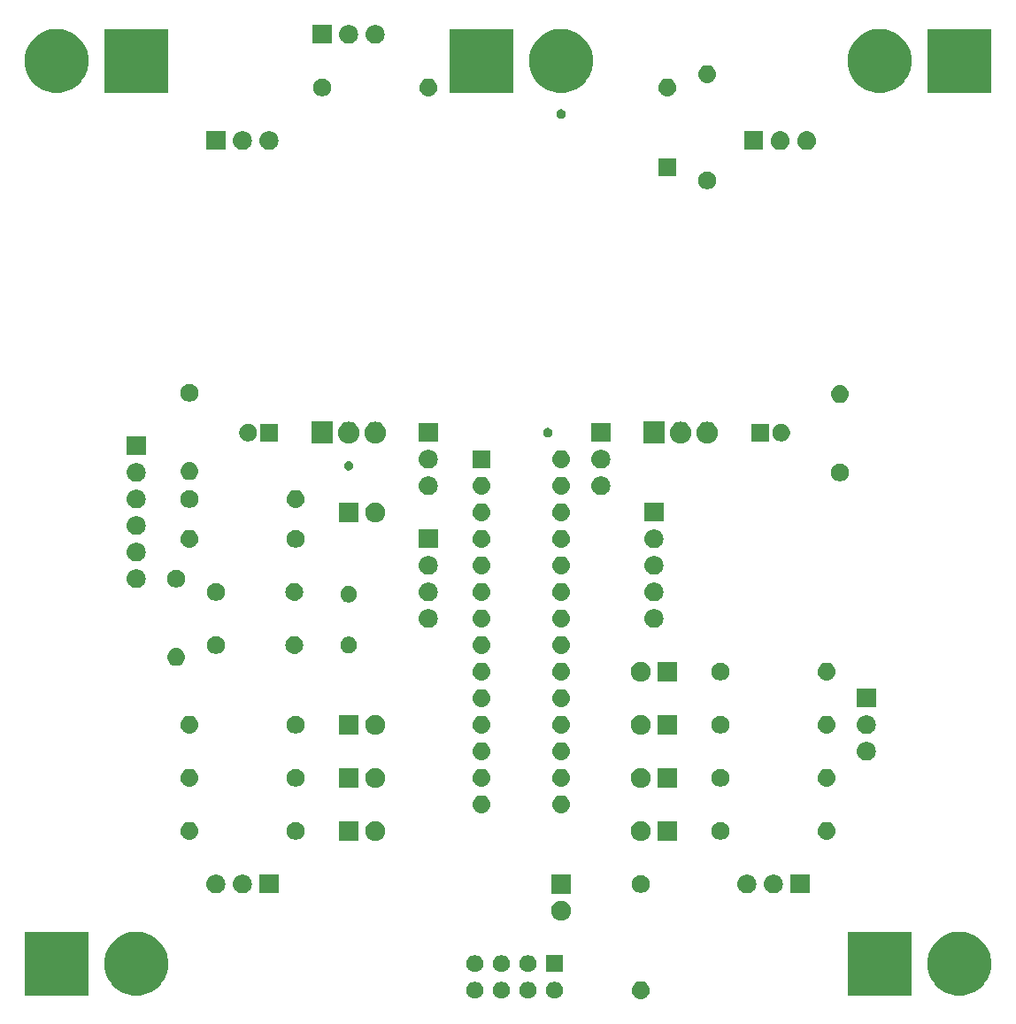
<source format=gbr>
G04 #@! TF.GenerationSoftware,KiCad,Pcbnew,(5.0.2)-1*
G04 #@! TF.CreationDate,2019-02-13T22:33:29-07:00*
G04 #@! TF.ProjectId,Receiver,52656365-6976-4657-922e-6b696361645f,rev?*
G04 #@! TF.SameCoordinates,Original*
G04 #@! TF.FileFunction,Soldermask,Bot*
G04 #@! TF.FilePolarity,Negative*
%FSLAX46Y46*%
G04 Gerber Fmt 4.6, Leading zero omitted, Abs format (unit mm)*
G04 Created by KiCad (PCBNEW (5.0.2)-1) date 2/13/2019 10:33:29 PM*
%MOMM*%
%LPD*%
G01*
G04 APERTURE LIST*
%ADD10C,0.100000*%
G04 APERTURE END LIST*
D10*
G36*
X160186821Y-126161313D02*
X160186824Y-126161314D01*
X160186825Y-126161314D01*
X160347239Y-126209975D01*
X160347241Y-126209976D01*
X160347244Y-126209977D01*
X160495078Y-126288995D01*
X160624659Y-126395341D01*
X160731005Y-126524922D01*
X160810023Y-126672756D01*
X160810024Y-126672759D01*
X160810025Y-126672761D01*
X160857620Y-126829662D01*
X160858687Y-126833179D01*
X160875117Y-127000000D01*
X160858687Y-127166821D01*
X160858686Y-127166824D01*
X160858686Y-127166825D01*
X160837356Y-127237142D01*
X160810023Y-127327244D01*
X160731005Y-127475078D01*
X160624659Y-127604659D01*
X160495078Y-127711005D01*
X160347244Y-127790023D01*
X160347241Y-127790024D01*
X160347239Y-127790025D01*
X160186825Y-127838686D01*
X160186824Y-127838686D01*
X160186821Y-127838687D01*
X160061804Y-127851000D01*
X159978196Y-127851000D01*
X159853179Y-127838687D01*
X159853176Y-127838686D01*
X159853175Y-127838686D01*
X159692761Y-127790025D01*
X159692759Y-127790024D01*
X159692756Y-127790023D01*
X159544922Y-127711005D01*
X159415341Y-127604659D01*
X159308995Y-127475078D01*
X159229977Y-127327244D01*
X159202645Y-127237142D01*
X159181314Y-127166825D01*
X159181314Y-127166824D01*
X159181313Y-127166821D01*
X159164883Y-127000000D01*
X159181313Y-126833179D01*
X159182380Y-126829662D01*
X159229975Y-126672761D01*
X159229976Y-126672759D01*
X159229977Y-126672756D01*
X159308995Y-126524922D01*
X159415341Y-126395341D01*
X159544922Y-126288995D01*
X159692756Y-126209977D01*
X159692759Y-126209976D01*
X159692761Y-126209975D01*
X159853175Y-126161314D01*
X159853176Y-126161314D01*
X159853179Y-126161313D01*
X159978196Y-126149000D01*
X160061804Y-126149000D01*
X160186821Y-126161313D01*
X160186821Y-126161313D01*
G37*
G36*
X152002142Y-126218242D02*
X152150102Y-126279530D01*
X152283258Y-126368502D01*
X152396498Y-126481742D01*
X152485470Y-126614898D01*
X152546758Y-126762858D01*
X152578000Y-126919925D01*
X152578000Y-127080075D01*
X152546758Y-127237142D01*
X152509438Y-127327239D01*
X152485471Y-127385100D01*
X152401522Y-127510740D01*
X152396498Y-127518258D01*
X152283258Y-127631498D01*
X152150102Y-127720470D01*
X152002142Y-127781758D01*
X151845075Y-127813000D01*
X151684925Y-127813000D01*
X151527858Y-127781758D01*
X151379898Y-127720470D01*
X151246742Y-127631498D01*
X151133502Y-127518258D01*
X151128479Y-127510740D01*
X151044529Y-127385100D01*
X151020562Y-127327239D01*
X150983242Y-127237142D01*
X150952000Y-127080075D01*
X150952000Y-126919925D01*
X150983242Y-126762858D01*
X151044530Y-126614898D01*
X151133502Y-126481742D01*
X151246742Y-126368502D01*
X151379898Y-126279530D01*
X151527858Y-126218242D01*
X151684925Y-126187000D01*
X151845075Y-126187000D01*
X152002142Y-126218242D01*
X152002142Y-126218242D01*
G37*
G36*
X149462142Y-126218242D02*
X149610102Y-126279530D01*
X149743258Y-126368502D01*
X149856498Y-126481742D01*
X149945470Y-126614898D01*
X150006758Y-126762858D01*
X150038000Y-126919925D01*
X150038000Y-127080075D01*
X150006758Y-127237142D01*
X149969438Y-127327239D01*
X149945471Y-127385100D01*
X149861522Y-127510740D01*
X149856498Y-127518258D01*
X149743258Y-127631498D01*
X149610102Y-127720470D01*
X149462142Y-127781758D01*
X149305075Y-127813000D01*
X149144925Y-127813000D01*
X148987858Y-127781758D01*
X148839898Y-127720470D01*
X148706742Y-127631498D01*
X148593502Y-127518258D01*
X148588479Y-127510740D01*
X148504529Y-127385100D01*
X148480562Y-127327239D01*
X148443242Y-127237142D01*
X148412000Y-127080075D01*
X148412000Y-126919925D01*
X148443242Y-126762858D01*
X148504530Y-126614898D01*
X148593502Y-126481742D01*
X148706742Y-126368502D01*
X148839898Y-126279530D01*
X148987858Y-126218242D01*
X149144925Y-126187000D01*
X149305075Y-126187000D01*
X149462142Y-126218242D01*
X149462142Y-126218242D01*
G37*
G36*
X144382142Y-126218242D02*
X144530102Y-126279530D01*
X144663258Y-126368502D01*
X144776498Y-126481742D01*
X144865470Y-126614898D01*
X144926758Y-126762858D01*
X144958000Y-126919925D01*
X144958000Y-127080075D01*
X144926758Y-127237142D01*
X144889438Y-127327239D01*
X144865471Y-127385100D01*
X144781522Y-127510740D01*
X144776498Y-127518258D01*
X144663258Y-127631498D01*
X144530102Y-127720470D01*
X144382142Y-127781758D01*
X144225075Y-127813000D01*
X144064925Y-127813000D01*
X143907858Y-127781758D01*
X143759898Y-127720470D01*
X143626742Y-127631498D01*
X143513502Y-127518258D01*
X143508479Y-127510740D01*
X143424529Y-127385100D01*
X143400562Y-127327239D01*
X143363242Y-127237142D01*
X143332000Y-127080075D01*
X143332000Y-126919925D01*
X143363242Y-126762858D01*
X143424530Y-126614898D01*
X143513502Y-126481742D01*
X143626742Y-126368502D01*
X143759898Y-126279530D01*
X143907858Y-126218242D01*
X144064925Y-126187000D01*
X144225075Y-126187000D01*
X144382142Y-126218242D01*
X144382142Y-126218242D01*
G37*
G36*
X146922142Y-126218242D02*
X147070102Y-126279530D01*
X147203258Y-126368502D01*
X147316498Y-126481742D01*
X147405470Y-126614898D01*
X147466758Y-126762858D01*
X147498000Y-126919925D01*
X147498000Y-127080075D01*
X147466758Y-127237142D01*
X147429438Y-127327239D01*
X147405471Y-127385100D01*
X147321522Y-127510740D01*
X147316498Y-127518258D01*
X147203258Y-127631498D01*
X147070102Y-127720470D01*
X146922142Y-127781758D01*
X146765075Y-127813000D01*
X146604925Y-127813000D01*
X146447858Y-127781758D01*
X146299898Y-127720470D01*
X146166742Y-127631498D01*
X146053502Y-127518258D01*
X146048479Y-127510740D01*
X145964529Y-127385100D01*
X145940562Y-127327239D01*
X145903242Y-127237142D01*
X145872000Y-127080075D01*
X145872000Y-126919925D01*
X145903242Y-126762858D01*
X145964530Y-126614898D01*
X146053502Y-126481742D01*
X146166742Y-126368502D01*
X146299898Y-126279530D01*
X146447858Y-126218242D01*
X146604925Y-126187000D01*
X146765075Y-126187000D01*
X146922142Y-126218242D01*
X146922142Y-126218242D01*
G37*
G36*
X191095170Y-121467879D02*
X191389868Y-121526498D01*
X191945067Y-121756469D01*
X192441363Y-122088084D01*
X192444736Y-122090338D01*
X192869662Y-122515264D01*
X192869664Y-122515267D01*
X193203531Y-123014933D01*
X193433502Y-123570132D01*
X193467197Y-123739529D01*
X193550740Y-124159527D01*
X193550740Y-124760473D01*
X193533906Y-124845102D01*
X193433502Y-125349868D01*
X193203531Y-125905067D01*
X192893873Y-126368502D01*
X192869662Y-126404736D01*
X192444736Y-126829662D01*
X192444733Y-126829664D01*
X191945067Y-127163531D01*
X191389868Y-127393502D01*
X191095170Y-127452121D01*
X190800473Y-127510740D01*
X190199527Y-127510740D01*
X189904830Y-127452121D01*
X189610132Y-127393502D01*
X189054933Y-127163531D01*
X188555267Y-126829664D01*
X188555264Y-126829662D01*
X188130338Y-126404736D01*
X188106127Y-126368502D01*
X187796469Y-125905067D01*
X187566498Y-125349868D01*
X187466094Y-124845102D01*
X187449260Y-124760473D01*
X187449260Y-124159527D01*
X187532803Y-123739529D01*
X187566498Y-123570132D01*
X187796469Y-123014933D01*
X188130336Y-122515267D01*
X188130338Y-122515264D01*
X188555264Y-122090338D01*
X188558637Y-122088084D01*
X189054933Y-121756469D01*
X189610132Y-121526498D01*
X189904830Y-121467879D01*
X190199527Y-121409260D01*
X190800473Y-121409260D01*
X191095170Y-121467879D01*
X191095170Y-121467879D01*
G37*
G36*
X112355170Y-121467879D02*
X112649868Y-121526498D01*
X113205067Y-121756469D01*
X113701363Y-122088084D01*
X113704736Y-122090338D01*
X114129662Y-122515264D01*
X114129664Y-122515267D01*
X114463531Y-123014933D01*
X114693502Y-123570132D01*
X114727197Y-123739529D01*
X114810740Y-124159527D01*
X114810740Y-124760473D01*
X114793906Y-124845102D01*
X114693502Y-125349868D01*
X114463531Y-125905067D01*
X114153873Y-126368502D01*
X114129662Y-126404736D01*
X113704736Y-126829662D01*
X113704733Y-126829664D01*
X113205067Y-127163531D01*
X112649868Y-127393502D01*
X112355170Y-127452121D01*
X112060473Y-127510740D01*
X111459527Y-127510740D01*
X111164830Y-127452121D01*
X110870132Y-127393502D01*
X110314933Y-127163531D01*
X109815267Y-126829664D01*
X109815264Y-126829662D01*
X109390338Y-126404736D01*
X109366127Y-126368502D01*
X109056469Y-125905067D01*
X108826498Y-125349868D01*
X108726094Y-124845102D01*
X108709260Y-124760473D01*
X108709260Y-124159527D01*
X108792803Y-123739529D01*
X108826498Y-123570132D01*
X109056469Y-123014933D01*
X109390336Y-122515267D01*
X109390338Y-122515264D01*
X109815264Y-122090338D01*
X109818637Y-122088084D01*
X110314933Y-121756469D01*
X110870132Y-121526498D01*
X111164830Y-121467879D01*
X111459527Y-121409260D01*
X112060473Y-121409260D01*
X112355170Y-121467879D01*
X112355170Y-121467879D01*
G37*
G36*
X185930740Y-127510740D02*
X179829260Y-127510740D01*
X179829260Y-121409260D01*
X185930740Y-121409260D01*
X185930740Y-127510740D01*
X185930740Y-127510740D01*
G37*
G36*
X107190740Y-127510740D02*
X101089260Y-127510740D01*
X101089260Y-121409260D01*
X107190740Y-121409260D01*
X107190740Y-127510740D01*
X107190740Y-127510740D01*
G37*
G36*
X144382142Y-123678242D02*
X144530102Y-123739530D01*
X144663258Y-123828502D01*
X144776498Y-123941742D01*
X144865470Y-124074898D01*
X144926758Y-124222858D01*
X144958000Y-124379925D01*
X144958000Y-124540075D01*
X144926758Y-124697142D01*
X144865470Y-124845102D01*
X144776498Y-124978258D01*
X144663258Y-125091498D01*
X144530102Y-125180470D01*
X144382142Y-125241758D01*
X144225075Y-125273000D01*
X144064925Y-125273000D01*
X143907858Y-125241758D01*
X143759898Y-125180470D01*
X143626742Y-125091498D01*
X143513502Y-124978258D01*
X143424530Y-124845102D01*
X143363242Y-124697142D01*
X143332000Y-124540075D01*
X143332000Y-124379925D01*
X143363242Y-124222858D01*
X143424530Y-124074898D01*
X143513502Y-123941742D01*
X143626742Y-123828502D01*
X143759898Y-123739530D01*
X143907858Y-123678242D01*
X144064925Y-123647000D01*
X144225075Y-123647000D01*
X144382142Y-123678242D01*
X144382142Y-123678242D01*
G37*
G36*
X146922142Y-123678242D02*
X147070102Y-123739530D01*
X147203258Y-123828502D01*
X147316498Y-123941742D01*
X147405470Y-124074898D01*
X147466758Y-124222858D01*
X147498000Y-124379925D01*
X147498000Y-124540075D01*
X147466758Y-124697142D01*
X147405470Y-124845102D01*
X147316498Y-124978258D01*
X147203258Y-125091498D01*
X147070102Y-125180470D01*
X146922142Y-125241758D01*
X146765075Y-125273000D01*
X146604925Y-125273000D01*
X146447858Y-125241758D01*
X146299898Y-125180470D01*
X146166742Y-125091498D01*
X146053502Y-124978258D01*
X145964530Y-124845102D01*
X145903242Y-124697142D01*
X145872000Y-124540075D01*
X145872000Y-124379925D01*
X145903242Y-124222858D01*
X145964530Y-124074898D01*
X146053502Y-123941742D01*
X146166742Y-123828502D01*
X146299898Y-123739530D01*
X146447858Y-123678242D01*
X146604925Y-123647000D01*
X146765075Y-123647000D01*
X146922142Y-123678242D01*
X146922142Y-123678242D01*
G37*
G36*
X152578000Y-125273000D02*
X150952000Y-125273000D01*
X150952000Y-123647000D01*
X152578000Y-123647000D01*
X152578000Y-125273000D01*
X152578000Y-125273000D01*
G37*
G36*
X149462142Y-123678242D02*
X149610102Y-123739530D01*
X149743258Y-123828502D01*
X149856498Y-123941742D01*
X149945470Y-124074898D01*
X150006758Y-124222858D01*
X150038000Y-124379925D01*
X150038000Y-124540075D01*
X150006758Y-124697142D01*
X149945470Y-124845102D01*
X149856498Y-124978258D01*
X149743258Y-125091498D01*
X149610102Y-125180470D01*
X149462142Y-125241758D01*
X149305075Y-125273000D01*
X149144925Y-125273000D01*
X148987858Y-125241758D01*
X148839898Y-125180470D01*
X148706742Y-125091498D01*
X148593502Y-124978258D01*
X148504530Y-124845102D01*
X148443242Y-124697142D01*
X148412000Y-124540075D01*
X148412000Y-124379925D01*
X148443242Y-124222858D01*
X148504530Y-124074898D01*
X148593502Y-123941742D01*
X148706742Y-123828502D01*
X148839898Y-123739530D01*
X148987858Y-123678242D01*
X149144925Y-123647000D01*
X149305075Y-123647000D01*
X149462142Y-123678242D01*
X149462142Y-123678242D01*
G37*
G36*
X152677396Y-118465546D02*
X152850466Y-118537234D01*
X153006230Y-118641312D01*
X153138688Y-118773770D01*
X153242766Y-118929534D01*
X153314454Y-119102604D01*
X153351000Y-119286333D01*
X153351000Y-119473667D01*
X153314454Y-119657396D01*
X153242766Y-119830466D01*
X153138688Y-119986230D01*
X153006230Y-120118688D01*
X152850466Y-120222766D01*
X152677396Y-120294454D01*
X152493667Y-120331000D01*
X152306333Y-120331000D01*
X152122604Y-120294454D01*
X151949534Y-120222766D01*
X151793770Y-120118688D01*
X151661312Y-119986230D01*
X151557234Y-119830466D01*
X151485546Y-119657396D01*
X151449000Y-119473667D01*
X151449000Y-119286333D01*
X151485546Y-119102604D01*
X151557234Y-118929534D01*
X151661312Y-118773770D01*
X151793770Y-118641312D01*
X151949534Y-118537234D01*
X152122604Y-118465546D01*
X152306333Y-118429000D01*
X152493667Y-118429000D01*
X152677396Y-118465546D01*
X152677396Y-118465546D01*
G37*
G36*
X153351000Y-117791000D02*
X151449000Y-117791000D01*
X151449000Y-115889000D01*
X153351000Y-115889000D01*
X153351000Y-117791000D01*
X153351000Y-117791000D01*
G37*
G36*
X125361000Y-117741000D02*
X123559000Y-117741000D01*
X123559000Y-115939000D01*
X125361000Y-115939000D01*
X125361000Y-117741000D01*
X125361000Y-117741000D01*
G37*
G36*
X176161000Y-117741000D02*
X174359000Y-117741000D01*
X174359000Y-115939000D01*
X176161000Y-115939000D01*
X176161000Y-117741000D01*
X176161000Y-117741000D01*
G37*
G36*
X122030442Y-115945518D02*
X122096627Y-115952037D01*
X122209853Y-115986384D01*
X122266467Y-116003557D01*
X122405087Y-116077652D01*
X122422991Y-116087222D01*
X122458729Y-116116552D01*
X122560186Y-116199814D01*
X122640369Y-116297519D01*
X122672778Y-116337009D01*
X122672779Y-116337011D01*
X122756443Y-116493533D01*
X122756443Y-116493534D01*
X122807963Y-116663373D01*
X122825359Y-116840000D01*
X122807963Y-117016627D01*
X122786243Y-117088228D01*
X122756443Y-117186467D01*
X122682348Y-117325087D01*
X122672778Y-117342991D01*
X122643448Y-117378729D01*
X122560186Y-117480186D01*
X122458729Y-117563448D01*
X122422991Y-117592778D01*
X122422989Y-117592779D01*
X122266467Y-117676443D01*
X122218478Y-117691000D01*
X122096627Y-117727963D01*
X122030442Y-117734482D01*
X121964260Y-117741000D01*
X121875740Y-117741000D01*
X121809558Y-117734482D01*
X121743373Y-117727963D01*
X121621522Y-117691000D01*
X121573533Y-117676443D01*
X121417011Y-117592779D01*
X121417009Y-117592778D01*
X121381271Y-117563448D01*
X121279814Y-117480186D01*
X121196552Y-117378729D01*
X121167222Y-117342991D01*
X121157652Y-117325087D01*
X121083557Y-117186467D01*
X121053757Y-117088228D01*
X121032037Y-117016627D01*
X121014641Y-116840000D01*
X121032037Y-116663373D01*
X121083557Y-116493534D01*
X121083557Y-116493533D01*
X121167221Y-116337011D01*
X121167222Y-116337009D01*
X121199631Y-116297519D01*
X121279814Y-116199814D01*
X121381271Y-116116552D01*
X121417009Y-116087222D01*
X121434913Y-116077652D01*
X121573533Y-116003557D01*
X121630147Y-115986384D01*
X121743373Y-115952037D01*
X121809558Y-115945518D01*
X121875740Y-115939000D01*
X121964260Y-115939000D01*
X122030442Y-115945518D01*
X122030442Y-115945518D01*
G37*
G36*
X119490442Y-115945518D02*
X119556627Y-115952037D01*
X119669853Y-115986384D01*
X119726467Y-116003557D01*
X119865087Y-116077652D01*
X119882991Y-116087222D01*
X119918729Y-116116552D01*
X120020186Y-116199814D01*
X120100369Y-116297519D01*
X120132778Y-116337009D01*
X120132779Y-116337011D01*
X120216443Y-116493533D01*
X120216443Y-116493534D01*
X120267963Y-116663373D01*
X120285359Y-116840000D01*
X120267963Y-117016627D01*
X120246243Y-117088228D01*
X120216443Y-117186467D01*
X120142348Y-117325087D01*
X120132778Y-117342991D01*
X120103448Y-117378729D01*
X120020186Y-117480186D01*
X119918729Y-117563448D01*
X119882991Y-117592778D01*
X119882989Y-117592779D01*
X119726467Y-117676443D01*
X119678478Y-117691000D01*
X119556627Y-117727963D01*
X119490442Y-117734482D01*
X119424260Y-117741000D01*
X119335740Y-117741000D01*
X119269558Y-117734482D01*
X119203373Y-117727963D01*
X119081522Y-117691000D01*
X119033533Y-117676443D01*
X118877011Y-117592779D01*
X118877009Y-117592778D01*
X118841271Y-117563448D01*
X118739814Y-117480186D01*
X118656552Y-117378729D01*
X118627222Y-117342991D01*
X118617652Y-117325087D01*
X118543557Y-117186467D01*
X118513757Y-117088228D01*
X118492037Y-117016627D01*
X118474641Y-116840000D01*
X118492037Y-116663373D01*
X118543557Y-116493534D01*
X118543557Y-116493533D01*
X118627221Y-116337011D01*
X118627222Y-116337009D01*
X118659631Y-116297519D01*
X118739814Y-116199814D01*
X118841271Y-116116552D01*
X118877009Y-116087222D01*
X118894913Y-116077652D01*
X119033533Y-116003557D01*
X119090147Y-115986384D01*
X119203373Y-115952037D01*
X119269558Y-115945518D01*
X119335740Y-115939000D01*
X119424260Y-115939000D01*
X119490442Y-115945518D01*
X119490442Y-115945518D01*
G37*
G36*
X172830442Y-115945518D02*
X172896627Y-115952037D01*
X173009853Y-115986384D01*
X173066467Y-116003557D01*
X173205087Y-116077652D01*
X173222991Y-116087222D01*
X173258729Y-116116552D01*
X173360186Y-116199814D01*
X173440369Y-116297519D01*
X173472778Y-116337009D01*
X173472779Y-116337011D01*
X173556443Y-116493533D01*
X173556443Y-116493534D01*
X173607963Y-116663373D01*
X173625359Y-116840000D01*
X173607963Y-117016627D01*
X173586243Y-117088228D01*
X173556443Y-117186467D01*
X173482348Y-117325087D01*
X173472778Y-117342991D01*
X173443448Y-117378729D01*
X173360186Y-117480186D01*
X173258729Y-117563448D01*
X173222991Y-117592778D01*
X173222989Y-117592779D01*
X173066467Y-117676443D01*
X173018478Y-117691000D01*
X172896627Y-117727963D01*
X172830442Y-117734482D01*
X172764260Y-117741000D01*
X172675740Y-117741000D01*
X172609558Y-117734482D01*
X172543373Y-117727963D01*
X172421522Y-117691000D01*
X172373533Y-117676443D01*
X172217011Y-117592779D01*
X172217009Y-117592778D01*
X172181271Y-117563448D01*
X172079814Y-117480186D01*
X171996552Y-117378729D01*
X171967222Y-117342991D01*
X171957652Y-117325087D01*
X171883557Y-117186467D01*
X171853757Y-117088228D01*
X171832037Y-117016627D01*
X171814641Y-116840000D01*
X171832037Y-116663373D01*
X171883557Y-116493534D01*
X171883557Y-116493533D01*
X171967221Y-116337011D01*
X171967222Y-116337009D01*
X171999631Y-116297519D01*
X172079814Y-116199814D01*
X172181271Y-116116552D01*
X172217009Y-116087222D01*
X172234913Y-116077652D01*
X172373533Y-116003557D01*
X172430147Y-115986384D01*
X172543373Y-115952037D01*
X172609558Y-115945518D01*
X172675740Y-115939000D01*
X172764260Y-115939000D01*
X172830442Y-115945518D01*
X172830442Y-115945518D01*
G37*
G36*
X170290442Y-115945518D02*
X170356627Y-115952037D01*
X170469853Y-115986384D01*
X170526467Y-116003557D01*
X170665087Y-116077652D01*
X170682991Y-116087222D01*
X170718729Y-116116552D01*
X170820186Y-116199814D01*
X170900369Y-116297519D01*
X170932778Y-116337009D01*
X170932779Y-116337011D01*
X171016443Y-116493533D01*
X171016443Y-116493534D01*
X171067963Y-116663373D01*
X171085359Y-116840000D01*
X171067963Y-117016627D01*
X171046243Y-117088228D01*
X171016443Y-117186467D01*
X170942348Y-117325087D01*
X170932778Y-117342991D01*
X170903448Y-117378729D01*
X170820186Y-117480186D01*
X170718729Y-117563448D01*
X170682991Y-117592778D01*
X170682989Y-117592779D01*
X170526467Y-117676443D01*
X170478478Y-117691000D01*
X170356627Y-117727963D01*
X170290442Y-117734482D01*
X170224260Y-117741000D01*
X170135740Y-117741000D01*
X170069558Y-117734482D01*
X170003373Y-117727963D01*
X169881522Y-117691000D01*
X169833533Y-117676443D01*
X169677011Y-117592779D01*
X169677009Y-117592778D01*
X169641271Y-117563448D01*
X169539814Y-117480186D01*
X169456552Y-117378729D01*
X169427222Y-117342991D01*
X169417652Y-117325087D01*
X169343557Y-117186467D01*
X169313757Y-117088228D01*
X169292037Y-117016627D01*
X169274641Y-116840000D01*
X169292037Y-116663373D01*
X169343557Y-116493534D01*
X169343557Y-116493533D01*
X169427221Y-116337011D01*
X169427222Y-116337009D01*
X169459631Y-116297519D01*
X169539814Y-116199814D01*
X169641271Y-116116552D01*
X169677009Y-116087222D01*
X169694913Y-116077652D01*
X169833533Y-116003557D01*
X169890147Y-115986384D01*
X170003373Y-115952037D01*
X170069558Y-115945518D01*
X170135740Y-115939000D01*
X170224260Y-115939000D01*
X170290442Y-115945518D01*
X170290442Y-115945518D01*
G37*
G36*
X160268228Y-116021703D02*
X160423100Y-116085853D01*
X160562481Y-116178985D01*
X160681015Y-116297519D01*
X160774147Y-116436900D01*
X160838297Y-116591772D01*
X160871000Y-116756184D01*
X160871000Y-116923816D01*
X160838297Y-117088228D01*
X160774147Y-117243100D01*
X160681015Y-117382481D01*
X160562481Y-117501015D01*
X160423100Y-117594147D01*
X160268228Y-117658297D01*
X160103816Y-117691000D01*
X159936184Y-117691000D01*
X159771772Y-117658297D01*
X159616900Y-117594147D01*
X159477519Y-117501015D01*
X159358985Y-117382481D01*
X159265853Y-117243100D01*
X159201703Y-117088228D01*
X159169000Y-116923816D01*
X159169000Y-116756184D01*
X159201703Y-116591772D01*
X159265853Y-116436900D01*
X159358985Y-116297519D01*
X159477519Y-116178985D01*
X159616900Y-116085853D01*
X159771772Y-116021703D01*
X159936184Y-115989000D01*
X160103816Y-115989000D01*
X160268228Y-116021703D01*
X160268228Y-116021703D01*
G37*
G36*
X160297396Y-110845546D02*
X160470466Y-110917234D01*
X160626230Y-111021312D01*
X160758688Y-111153770D01*
X160862766Y-111309534D01*
X160934454Y-111482604D01*
X160971000Y-111666333D01*
X160971000Y-111853667D01*
X160934454Y-112037396D01*
X160862766Y-112210466D01*
X160758688Y-112366230D01*
X160626230Y-112498688D01*
X160470466Y-112602766D01*
X160297396Y-112674454D01*
X160113667Y-112711000D01*
X159926333Y-112711000D01*
X159742604Y-112674454D01*
X159569534Y-112602766D01*
X159413770Y-112498688D01*
X159281312Y-112366230D01*
X159177234Y-112210466D01*
X159105546Y-112037396D01*
X159069000Y-111853667D01*
X159069000Y-111666333D01*
X159105546Y-111482604D01*
X159177234Y-111309534D01*
X159281312Y-111153770D01*
X159413770Y-111021312D01*
X159569534Y-110917234D01*
X159742604Y-110845546D01*
X159926333Y-110809000D01*
X160113667Y-110809000D01*
X160297396Y-110845546D01*
X160297396Y-110845546D01*
G37*
G36*
X133031000Y-112711000D02*
X131129000Y-112711000D01*
X131129000Y-110809000D01*
X133031000Y-110809000D01*
X133031000Y-112711000D01*
X133031000Y-112711000D01*
G37*
G36*
X134897396Y-110845546D02*
X135070466Y-110917234D01*
X135226230Y-111021312D01*
X135358688Y-111153770D01*
X135462766Y-111309534D01*
X135534454Y-111482604D01*
X135571000Y-111666333D01*
X135571000Y-111853667D01*
X135534454Y-112037396D01*
X135462766Y-112210466D01*
X135358688Y-112366230D01*
X135226230Y-112498688D01*
X135070466Y-112602766D01*
X134897396Y-112674454D01*
X134713667Y-112711000D01*
X134526333Y-112711000D01*
X134342604Y-112674454D01*
X134169534Y-112602766D01*
X134013770Y-112498688D01*
X133881312Y-112366230D01*
X133777234Y-112210466D01*
X133705546Y-112037396D01*
X133669000Y-111853667D01*
X133669000Y-111666333D01*
X133705546Y-111482604D01*
X133777234Y-111309534D01*
X133881312Y-111153770D01*
X134013770Y-111021312D01*
X134169534Y-110917234D01*
X134342604Y-110845546D01*
X134526333Y-110809000D01*
X134713667Y-110809000D01*
X134897396Y-110845546D01*
X134897396Y-110845546D01*
G37*
G36*
X163511000Y-112711000D02*
X161609000Y-112711000D01*
X161609000Y-110809000D01*
X163511000Y-110809000D01*
X163511000Y-112711000D01*
X163511000Y-112711000D01*
G37*
G36*
X177966821Y-110921313D02*
X177966824Y-110921314D01*
X177966825Y-110921314D01*
X178127239Y-110969975D01*
X178127241Y-110969976D01*
X178127244Y-110969977D01*
X178275078Y-111048995D01*
X178404659Y-111155341D01*
X178511005Y-111284922D01*
X178590023Y-111432756D01*
X178590024Y-111432759D01*
X178590025Y-111432761D01*
X178638686Y-111593175D01*
X178638687Y-111593179D01*
X178655117Y-111760000D01*
X178638687Y-111926821D01*
X178638686Y-111926824D01*
X178638686Y-111926825D01*
X178605145Y-112037396D01*
X178590023Y-112087244D01*
X178511005Y-112235078D01*
X178404659Y-112364659D01*
X178275078Y-112471005D01*
X178127244Y-112550023D01*
X178127241Y-112550024D01*
X178127239Y-112550025D01*
X177966825Y-112598686D01*
X177966824Y-112598686D01*
X177966821Y-112598687D01*
X177841804Y-112611000D01*
X177758196Y-112611000D01*
X177633179Y-112598687D01*
X177633176Y-112598686D01*
X177633175Y-112598686D01*
X177472761Y-112550025D01*
X177472759Y-112550024D01*
X177472756Y-112550023D01*
X177324922Y-112471005D01*
X177195341Y-112364659D01*
X177088995Y-112235078D01*
X177009977Y-112087244D01*
X176994856Y-112037396D01*
X176961314Y-111926825D01*
X176961314Y-111926824D01*
X176961313Y-111926821D01*
X176944883Y-111760000D01*
X176961313Y-111593179D01*
X176961314Y-111593175D01*
X177009975Y-111432761D01*
X177009976Y-111432759D01*
X177009977Y-111432756D01*
X177088995Y-111284922D01*
X177195341Y-111155341D01*
X177324922Y-111048995D01*
X177472756Y-110969977D01*
X177472759Y-110969976D01*
X177472761Y-110969975D01*
X177633175Y-110921314D01*
X177633176Y-110921314D01*
X177633179Y-110921313D01*
X177758196Y-110909000D01*
X177841804Y-110909000D01*
X177966821Y-110921313D01*
X177966821Y-110921313D01*
G37*
G36*
X127248228Y-110941703D02*
X127403100Y-111005853D01*
X127542481Y-111098985D01*
X127661015Y-111217519D01*
X127754147Y-111356900D01*
X127818297Y-111511772D01*
X127851000Y-111676184D01*
X127851000Y-111843816D01*
X127818297Y-112008228D01*
X127754147Y-112163100D01*
X127661015Y-112302481D01*
X127542481Y-112421015D01*
X127403100Y-112514147D01*
X127248228Y-112578297D01*
X127083816Y-112611000D01*
X126916184Y-112611000D01*
X126751772Y-112578297D01*
X126596900Y-112514147D01*
X126457519Y-112421015D01*
X126338985Y-112302481D01*
X126245853Y-112163100D01*
X126181703Y-112008228D01*
X126149000Y-111843816D01*
X126149000Y-111676184D01*
X126181703Y-111511772D01*
X126245853Y-111356900D01*
X126338985Y-111217519D01*
X126457519Y-111098985D01*
X126596900Y-111005853D01*
X126751772Y-110941703D01*
X126916184Y-110909000D01*
X127083816Y-110909000D01*
X127248228Y-110941703D01*
X127248228Y-110941703D01*
G37*
G36*
X117006821Y-110921313D02*
X117006824Y-110921314D01*
X117006825Y-110921314D01*
X117167239Y-110969975D01*
X117167241Y-110969976D01*
X117167244Y-110969977D01*
X117315078Y-111048995D01*
X117444659Y-111155341D01*
X117551005Y-111284922D01*
X117630023Y-111432756D01*
X117630024Y-111432759D01*
X117630025Y-111432761D01*
X117678686Y-111593175D01*
X117678687Y-111593179D01*
X117695117Y-111760000D01*
X117678687Y-111926821D01*
X117678686Y-111926824D01*
X117678686Y-111926825D01*
X117645145Y-112037396D01*
X117630023Y-112087244D01*
X117551005Y-112235078D01*
X117444659Y-112364659D01*
X117315078Y-112471005D01*
X117167244Y-112550023D01*
X117167241Y-112550024D01*
X117167239Y-112550025D01*
X117006825Y-112598686D01*
X117006824Y-112598686D01*
X117006821Y-112598687D01*
X116881804Y-112611000D01*
X116798196Y-112611000D01*
X116673179Y-112598687D01*
X116673176Y-112598686D01*
X116673175Y-112598686D01*
X116512761Y-112550025D01*
X116512759Y-112550024D01*
X116512756Y-112550023D01*
X116364922Y-112471005D01*
X116235341Y-112364659D01*
X116128995Y-112235078D01*
X116049977Y-112087244D01*
X116034856Y-112037396D01*
X116001314Y-111926825D01*
X116001314Y-111926824D01*
X116001313Y-111926821D01*
X115984883Y-111760000D01*
X116001313Y-111593179D01*
X116001314Y-111593175D01*
X116049975Y-111432761D01*
X116049976Y-111432759D01*
X116049977Y-111432756D01*
X116128995Y-111284922D01*
X116235341Y-111155341D01*
X116364922Y-111048995D01*
X116512756Y-110969977D01*
X116512759Y-110969976D01*
X116512761Y-110969975D01*
X116673175Y-110921314D01*
X116673176Y-110921314D01*
X116673179Y-110921313D01*
X116798196Y-110909000D01*
X116881804Y-110909000D01*
X117006821Y-110921313D01*
X117006821Y-110921313D01*
G37*
G36*
X167888228Y-110941703D02*
X168043100Y-111005853D01*
X168182481Y-111098985D01*
X168301015Y-111217519D01*
X168394147Y-111356900D01*
X168458297Y-111511772D01*
X168491000Y-111676184D01*
X168491000Y-111843816D01*
X168458297Y-112008228D01*
X168394147Y-112163100D01*
X168301015Y-112302481D01*
X168182481Y-112421015D01*
X168043100Y-112514147D01*
X167888228Y-112578297D01*
X167723816Y-112611000D01*
X167556184Y-112611000D01*
X167391772Y-112578297D01*
X167236900Y-112514147D01*
X167097519Y-112421015D01*
X166978985Y-112302481D01*
X166885853Y-112163100D01*
X166821703Y-112008228D01*
X166789000Y-111843816D01*
X166789000Y-111676184D01*
X166821703Y-111511772D01*
X166885853Y-111356900D01*
X166978985Y-111217519D01*
X167097519Y-111098985D01*
X167236900Y-111005853D01*
X167391772Y-110941703D01*
X167556184Y-110909000D01*
X167723816Y-110909000D01*
X167888228Y-110941703D01*
X167888228Y-110941703D01*
G37*
G36*
X152566821Y-108381313D02*
X152566824Y-108381314D01*
X152566825Y-108381314D01*
X152727239Y-108429975D01*
X152727241Y-108429976D01*
X152727244Y-108429977D01*
X152875078Y-108508995D01*
X153004659Y-108615341D01*
X153111005Y-108744922D01*
X153190023Y-108892756D01*
X153238687Y-109053179D01*
X153255117Y-109220000D01*
X153238687Y-109386821D01*
X153190023Y-109547244D01*
X153111005Y-109695078D01*
X153004659Y-109824659D01*
X152875078Y-109931005D01*
X152727244Y-110010023D01*
X152727241Y-110010024D01*
X152727239Y-110010025D01*
X152566825Y-110058686D01*
X152566824Y-110058686D01*
X152566821Y-110058687D01*
X152441804Y-110071000D01*
X152358196Y-110071000D01*
X152233179Y-110058687D01*
X152233176Y-110058686D01*
X152233175Y-110058686D01*
X152072761Y-110010025D01*
X152072759Y-110010024D01*
X152072756Y-110010023D01*
X151924922Y-109931005D01*
X151795341Y-109824659D01*
X151688995Y-109695078D01*
X151609977Y-109547244D01*
X151561313Y-109386821D01*
X151544883Y-109220000D01*
X151561313Y-109053179D01*
X151609977Y-108892756D01*
X151688995Y-108744922D01*
X151795341Y-108615341D01*
X151924922Y-108508995D01*
X152072756Y-108429977D01*
X152072759Y-108429976D01*
X152072761Y-108429975D01*
X152233175Y-108381314D01*
X152233176Y-108381314D01*
X152233179Y-108381313D01*
X152358196Y-108369000D01*
X152441804Y-108369000D01*
X152566821Y-108381313D01*
X152566821Y-108381313D01*
G37*
G36*
X144946821Y-108381313D02*
X144946824Y-108381314D01*
X144946825Y-108381314D01*
X145107239Y-108429975D01*
X145107241Y-108429976D01*
X145107244Y-108429977D01*
X145255078Y-108508995D01*
X145384659Y-108615341D01*
X145491005Y-108744922D01*
X145570023Y-108892756D01*
X145618687Y-109053179D01*
X145635117Y-109220000D01*
X145618687Y-109386821D01*
X145570023Y-109547244D01*
X145491005Y-109695078D01*
X145384659Y-109824659D01*
X145255078Y-109931005D01*
X145107244Y-110010023D01*
X145107241Y-110010024D01*
X145107239Y-110010025D01*
X144946825Y-110058686D01*
X144946824Y-110058686D01*
X144946821Y-110058687D01*
X144821804Y-110071000D01*
X144738196Y-110071000D01*
X144613179Y-110058687D01*
X144613176Y-110058686D01*
X144613175Y-110058686D01*
X144452761Y-110010025D01*
X144452759Y-110010024D01*
X144452756Y-110010023D01*
X144304922Y-109931005D01*
X144175341Y-109824659D01*
X144068995Y-109695078D01*
X143989977Y-109547244D01*
X143941313Y-109386821D01*
X143924883Y-109220000D01*
X143941313Y-109053179D01*
X143989977Y-108892756D01*
X144068995Y-108744922D01*
X144175341Y-108615341D01*
X144304922Y-108508995D01*
X144452756Y-108429977D01*
X144452759Y-108429976D01*
X144452761Y-108429975D01*
X144613175Y-108381314D01*
X144613176Y-108381314D01*
X144613179Y-108381313D01*
X144738196Y-108369000D01*
X144821804Y-108369000D01*
X144946821Y-108381313D01*
X144946821Y-108381313D01*
G37*
G36*
X134897396Y-105765546D02*
X135070466Y-105837234D01*
X135226230Y-105941312D01*
X135358688Y-106073770D01*
X135462766Y-106229534D01*
X135534454Y-106402604D01*
X135571000Y-106586333D01*
X135571000Y-106773667D01*
X135534454Y-106957396D01*
X135462766Y-107130466D01*
X135358688Y-107286230D01*
X135226230Y-107418688D01*
X135070466Y-107522766D01*
X134897396Y-107594454D01*
X134713667Y-107631000D01*
X134526333Y-107631000D01*
X134342604Y-107594454D01*
X134169534Y-107522766D01*
X134013770Y-107418688D01*
X133881312Y-107286230D01*
X133777234Y-107130466D01*
X133705546Y-106957396D01*
X133669000Y-106773667D01*
X133669000Y-106586333D01*
X133705546Y-106402604D01*
X133777234Y-106229534D01*
X133881312Y-106073770D01*
X134013770Y-105941312D01*
X134169534Y-105837234D01*
X134342604Y-105765546D01*
X134526333Y-105729000D01*
X134713667Y-105729000D01*
X134897396Y-105765546D01*
X134897396Y-105765546D01*
G37*
G36*
X133031000Y-107631000D02*
X131129000Y-107631000D01*
X131129000Y-105729000D01*
X133031000Y-105729000D01*
X133031000Y-107631000D01*
X133031000Y-107631000D01*
G37*
G36*
X163511000Y-107631000D02*
X161609000Y-107631000D01*
X161609000Y-105729000D01*
X163511000Y-105729000D01*
X163511000Y-107631000D01*
X163511000Y-107631000D01*
G37*
G36*
X160297396Y-105765546D02*
X160470466Y-105837234D01*
X160626230Y-105941312D01*
X160758688Y-106073770D01*
X160862766Y-106229534D01*
X160934454Y-106402604D01*
X160971000Y-106586333D01*
X160971000Y-106773667D01*
X160934454Y-106957396D01*
X160862766Y-107130466D01*
X160758688Y-107286230D01*
X160626230Y-107418688D01*
X160470466Y-107522766D01*
X160297396Y-107594454D01*
X160113667Y-107631000D01*
X159926333Y-107631000D01*
X159742604Y-107594454D01*
X159569534Y-107522766D01*
X159413770Y-107418688D01*
X159281312Y-107286230D01*
X159177234Y-107130466D01*
X159105546Y-106957396D01*
X159069000Y-106773667D01*
X159069000Y-106586333D01*
X159105546Y-106402604D01*
X159177234Y-106229534D01*
X159281312Y-106073770D01*
X159413770Y-105941312D01*
X159569534Y-105837234D01*
X159742604Y-105765546D01*
X159926333Y-105729000D01*
X160113667Y-105729000D01*
X160297396Y-105765546D01*
X160297396Y-105765546D01*
G37*
G36*
X144946821Y-105841313D02*
X144946824Y-105841314D01*
X144946825Y-105841314D01*
X145107239Y-105889975D01*
X145107241Y-105889976D01*
X145107244Y-105889977D01*
X145255078Y-105968995D01*
X145384659Y-106075341D01*
X145491005Y-106204922D01*
X145570023Y-106352756D01*
X145570024Y-106352759D01*
X145570025Y-106352761D01*
X145618686Y-106513175D01*
X145618687Y-106513179D01*
X145635117Y-106680000D01*
X145618687Y-106846821D01*
X145618686Y-106846824D01*
X145618686Y-106846825D01*
X145585145Y-106957396D01*
X145570023Y-107007244D01*
X145491005Y-107155078D01*
X145384659Y-107284659D01*
X145255078Y-107391005D01*
X145107244Y-107470023D01*
X145107241Y-107470024D01*
X145107239Y-107470025D01*
X144946825Y-107518686D01*
X144946824Y-107518686D01*
X144946821Y-107518687D01*
X144821804Y-107531000D01*
X144738196Y-107531000D01*
X144613179Y-107518687D01*
X144613176Y-107518686D01*
X144613175Y-107518686D01*
X144452761Y-107470025D01*
X144452759Y-107470024D01*
X144452756Y-107470023D01*
X144304922Y-107391005D01*
X144175341Y-107284659D01*
X144068995Y-107155078D01*
X143989977Y-107007244D01*
X143974856Y-106957396D01*
X143941314Y-106846825D01*
X143941314Y-106846824D01*
X143941313Y-106846821D01*
X143924883Y-106680000D01*
X143941313Y-106513179D01*
X143941314Y-106513175D01*
X143989975Y-106352761D01*
X143989976Y-106352759D01*
X143989977Y-106352756D01*
X144068995Y-106204922D01*
X144175341Y-106075341D01*
X144304922Y-105968995D01*
X144452756Y-105889977D01*
X144452759Y-105889976D01*
X144452761Y-105889975D01*
X144613175Y-105841314D01*
X144613176Y-105841314D01*
X144613179Y-105841313D01*
X144738196Y-105829000D01*
X144821804Y-105829000D01*
X144946821Y-105841313D01*
X144946821Y-105841313D01*
G37*
G36*
X152566821Y-105841313D02*
X152566824Y-105841314D01*
X152566825Y-105841314D01*
X152727239Y-105889975D01*
X152727241Y-105889976D01*
X152727244Y-105889977D01*
X152875078Y-105968995D01*
X153004659Y-106075341D01*
X153111005Y-106204922D01*
X153190023Y-106352756D01*
X153190024Y-106352759D01*
X153190025Y-106352761D01*
X153238686Y-106513175D01*
X153238687Y-106513179D01*
X153255117Y-106680000D01*
X153238687Y-106846821D01*
X153238686Y-106846824D01*
X153238686Y-106846825D01*
X153205145Y-106957396D01*
X153190023Y-107007244D01*
X153111005Y-107155078D01*
X153004659Y-107284659D01*
X152875078Y-107391005D01*
X152727244Y-107470023D01*
X152727241Y-107470024D01*
X152727239Y-107470025D01*
X152566825Y-107518686D01*
X152566824Y-107518686D01*
X152566821Y-107518687D01*
X152441804Y-107531000D01*
X152358196Y-107531000D01*
X152233179Y-107518687D01*
X152233176Y-107518686D01*
X152233175Y-107518686D01*
X152072761Y-107470025D01*
X152072759Y-107470024D01*
X152072756Y-107470023D01*
X151924922Y-107391005D01*
X151795341Y-107284659D01*
X151688995Y-107155078D01*
X151609977Y-107007244D01*
X151594856Y-106957396D01*
X151561314Y-106846825D01*
X151561314Y-106846824D01*
X151561313Y-106846821D01*
X151544883Y-106680000D01*
X151561313Y-106513179D01*
X151561314Y-106513175D01*
X151609975Y-106352761D01*
X151609976Y-106352759D01*
X151609977Y-106352756D01*
X151688995Y-106204922D01*
X151795341Y-106075341D01*
X151924922Y-105968995D01*
X152072756Y-105889977D01*
X152072759Y-105889976D01*
X152072761Y-105889975D01*
X152233175Y-105841314D01*
X152233176Y-105841314D01*
X152233179Y-105841313D01*
X152358196Y-105829000D01*
X152441804Y-105829000D01*
X152566821Y-105841313D01*
X152566821Y-105841313D01*
G37*
G36*
X117006821Y-105841313D02*
X117006824Y-105841314D01*
X117006825Y-105841314D01*
X117167239Y-105889975D01*
X117167241Y-105889976D01*
X117167244Y-105889977D01*
X117315078Y-105968995D01*
X117444659Y-106075341D01*
X117551005Y-106204922D01*
X117630023Y-106352756D01*
X117630024Y-106352759D01*
X117630025Y-106352761D01*
X117678686Y-106513175D01*
X117678687Y-106513179D01*
X117695117Y-106680000D01*
X117678687Y-106846821D01*
X117678686Y-106846824D01*
X117678686Y-106846825D01*
X117645145Y-106957396D01*
X117630023Y-107007244D01*
X117551005Y-107155078D01*
X117444659Y-107284659D01*
X117315078Y-107391005D01*
X117167244Y-107470023D01*
X117167241Y-107470024D01*
X117167239Y-107470025D01*
X117006825Y-107518686D01*
X117006824Y-107518686D01*
X117006821Y-107518687D01*
X116881804Y-107531000D01*
X116798196Y-107531000D01*
X116673179Y-107518687D01*
X116673176Y-107518686D01*
X116673175Y-107518686D01*
X116512761Y-107470025D01*
X116512759Y-107470024D01*
X116512756Y-107470023D01*
X116364922Y-107391005D01*
X116235341Y-107284659D01*
X116128995Y-107155078D01*
X116049977Y-107007244D01*
X116034856Y-106957396D01*
X116001314Y-106846825D01*
X116001314Y-106846824D01*
X116001313Y-106846821D01*
X115984883Y-106680000D01*
X116001313Y-106513179D01*
X116001314Y-106513175D01*
X116049975Y-106352761D01*
X116049976Y-106352759D01*
X116049977Y-106352756D01*
X116128995Y-106204922D01*
X116235341Y-106075341D01*
X116364922Y-105968995D01*
X116512756Y-105889977D01*
X116512759Y-105889976D01*
X116512761Y-105889975D01*
X116673175Y-105841314D01*
X116673176Y-105841314D01*
X116673179Y-105841313D01*
X116798196Y-105829000D01*
X116881804Y-105829000D01*
X117006821Y-105841313D01*
X117006821Y-105841313D01*
G37*
G36*
X177966821Y-105841313D02*
X177966824Y-105841314D01*
X177966825Y-105841314D01*
X178127239Y-105889975D01*
X178127241Y-105889976D01*
X178127244Y-105889977D01*
X178275078Y-105968995D01*
X178404659Y-106075341D01*
X178511005Y-106204922D01*
X178590023Y-106352756D01*
X178590024Y-106352759D01*
X178590025Y-106352761D01*
X178638686Y-106513175D01*
X178638687Y-106513179D01*
X178655117Y-106680000D01*
X178638687Y-106846821D01*
X178638686Y-106846824D01*
X178638686Y-106846825D01*
X178605145Y-106957396D01*
X178590023Y-107007244D01*
X178511005Y-107155078D01*
X178404659Y-107284659D01*
X178275078Y-107391005D01*
X178127244Y-107470023D01*
X178127241Y-107470024D01*
X178127239Y-107470025D01*
X177966825Y-107518686D01*
X177966824Y-107518686D01*
X177966821Y-107518687D01*
X177841804Y-107531000D01*
X177758196Y-107531000D01*
X177633179Y-107518687D01*
X177633176Y-107518686D01*
X177633175Y-107518686D01*
X177472761Y-107470025D01*
X177472759Y-107470024D01*
X177472756Y-107470023D01*
X177324922Y-107391005D01*
X177195341Y-107284659D01*
X177088995Y-107155078D01*
X177009977Y-107007244D01*
X176994856Y-106957396D01*
X176961314Y-106846825D01*
X176961314Y-106846824D01*
X176961313Y-106846821D01*
X176944883Y-106680000D01*
X176961313Y-106513179D01*
X176961314Y-106513175D01*
X177009975Y-106352761D01*
X177009976Y-106352759D01*
X177009977Y-106352756D01*
X177088995Y-106204922D01*
X177195341Y-106075341D01*
X177324922Y-105968995D01*
X177472756Y-105889977D01*
X177472759Y-105889976D01*
X177472761Y-105889975D01*
X177633175Y-105841314D01*
X177633176Y-105841314D01*
X177633179Y-105841313D01*
X177758196Y-105829000D01*
X177841804Y-105829000D01*
X177966821Y-105841313D01*
X177966821Y-105841313D01*
G37*
G36*
X127248228Y-105861703D02*
X127403100Y-105925853D01*
X127542481Y-106018985D01*
X127661015Y-106137519D01*
X127754147Y-106276900D01*
X127818297Y-106431772D01*
X127851000Y-106596184D01*
X127851000Y-106763816D01*
X127818297Y-106928228D01*
X127754147Y-107083100D01*
X127661015Y-107222481D01*
X127542481Y-107341015D01*
X127403100Y-107434147D01*
X127248228Y-107498297D01*
X127083816Y-107531000D01*
X126916184Y-107531000D01*
X126751772Y-107498297D01*
X126596900Y-107434147D01*
X126457519Y-107341015D01*
X126338985Y-107222481D01*
X126245853Y-107083100D01*
X126181703Y-106928228D01*
X126149000Y-106763816D01*
X126149000Y-106596184D01*
X126181703Y-106431772D01*
X126245853Y-106276900D01*
X126338985Y-106137519D01*
X126457519Y-106018985D01*
X126596900Y-105925853D01*
X126751772Y-105861703D01*
X126916184Y-105829000D01*
X127083816Y-105829000D01*
X127248228Y-105861703D01*
X127248228Y-105861703D01*
G37*
G36*
X167888228Y-105861703D02*
X168043100Y-105925853D01*
X168182481Y-106018985D01*
X168301015Y-106137519D01*
X168394147Y-106276900D01*
X168458297Y-106431772D01*
X168491000Y-106596184D01*
X168491000Y-106763816D01*
X168458297Y-106928228D01*
X168394147Y-107083100D01*
X168301015Y-107222481D01*
X168182481Y-107341015D01*
X168043100Y-107434147D01*
X167888228Y-107498297D01*
X167723816Y-107531000D01*
X167556184Y-107531000D01*
X167391772Y-107498297D01*
X167236900Y-107434147D01*
X167097519Y-107341015D01*
X166978985Y-107222481D01*
X166885853Y-107083100D01*
X166821703Y-106928228D01*
X166789000Y-106763816D01*
X166789000Y-106596184D01*
X166821703Y-106431772D01*
X166885853Y-106276900D01*
X166978985Y-106137519D01*
X167097519Y-106018985D01*
X167236900Y-105925853D01*
X167391772Y-105861703D01*
X167556184Y-105829000D01*
X167723816Y-105829000D01*
X167888228Y-105861703D01*
X167888228Y-105861703D01*
G37*
G36*
X181720443Y-103245519D02*
X181786627Y-103252037D01*
X181899853Y-103286384D01*
X181956467Y-103303557D01*
X182043311Y-103349977D01*
X182112991Y-103387222D01*
X182148729Y-103416552D01*
X182250186Y-103499814D01*
X182333448Y-103601271D01*
X182362778Y-103637009D01*
X182362779Y-103637011D01*
X182446443Y-103793533D01*
X182463616Y-103850147D01*
X182497963Y-103963373D01*
X182515359Y-104140000D01*
X182497963Y-104316627D01*
X182463616Y-104429853D01*
X182446443Y-104486467D01*
X182377698Y-104615078D01*
X182362778Y-104642991D01*
X182333448Y-104678729D01*
X182250186Y-104780186D01*
X182148729Y-104863448D01*
X182112991Y-104892778D01*
X182112989Y-104892779D01*
X181956467Y-104976443D01*
X181949069Y-104978687D01*
X181786627Y-105027963D01*
X181720442Y-105034482D01*
X181654260Y-105041000D01*
X181565740Y-105041000D01*
X181499557Y-105034481D01*
X181433373Y-105027963D01*
X181270931Y-104978687D01*
X181263533Y-104976443D01*
X181107011Y-104892779D01*
X181107009Y-104892778D01*
X181071271Y-104863448D01*
X180969814Y-104780186D01*
X180886552Y-104678729D01*
X180857222Y-104642991D01*
X180842302Y-104615078D01*
X180773557Y-104486467D01*
X180756384Y-104429853D01*
X180722037Y-104316627D01*
X180704641Y-104140000D01*
X180722037Y-103963373D01*
X180756384Y-103850147D01*
X180773557Y-103793533D01*
X180857221Y-103637011D01*
X180857222Y-103637009D01*
X180886552Y-103601271D01*
X180969814Y-103499814D01*
X181071271Y-103416552D01*
X181107009Y-103387222D01*
X181176689Y-103349977D01*
X181263533Y-103303557D01*
X181320147Y-103286384D01*
X181433373Y-103252037D01*
X181499558Y-103245518D01*
X181565740Y-103239000D01*
X181654260Y-103239000D01*
X181720443Y-103245519D01*
X181720443Y-103245519D01*
G37*
G36*
X152566821Y-103301313D02*
X152566824Y-103301314D01*
X152566825Y-103301314D01*
X152727239Y-103349975D01*
X152727241Y-103349976D01*
X152727244Y-103349977D01*
X152875078Y-103428995D01*
X153004659Y-103535341D01*
X153111005Y-103664922D01*
X153190023Y-103812756D01*
X153190024Y-103812759D01*
X153190025Y-103812761D01*
X153235713Y-103963375D01*
X153238687Y-103973179D01*
X153255117Y-104140000D01*
X153238687Y-104306821D01*
X153238686Y-104306824D01*
X153238686Y-104306825D01*
X153235713Y-104316627D01*
X153190023Y-104467244D01*
X153111005Y-104615078D01*
X153004659Y-104744659D01*
X152875078Y-104851005D01*
X152727244Y-104930023D01*
X152727241Y-104930024D01*
X152727239Y-104930025D01*
X152566825Y-104978686D01*
X152566824Y-104978686D01*
X152566821Y-104978687D01*
X152441804Y-104991000D01*
X152358196Y-104991000D01*
X152233179Y-104978687D01*
X152233176Y-104978686D01*
X152233175Y-104978686D01*
X152072761Y-104930025D01*
X152072759Y-104930024D01*
X152072756Y-104930023D01*
X151924922Y-104851005D01*
X151795341Y-104744659D01*
X151688995Y-104615078D01*
X151609977Y-104467244D01*
X151564288Y-104316627D01*
X151561314Y-104306825D01*
X151561314Y-104306824D01*
X151561313Y-104306821D01*
X151544883Y-104140000D01*
X151561313Y-103973179D01*
X151564287Y-103963375D01*
X151609975Y-103812761D01*
X151609976Y-103812759D01*
X151609977Y-103812756D01*
X151688995Y-103664922D01*
X151795341Y-103535341D01*
X151924922Y-103428995D01*
X152072756Y-103349977D01*
X152072759Y-103349976D01*
X152072761Y-103349975D01*
X152233175Y-103301314D01*
X152233176Y-103301314D01*
X152233179Y-103301313D01*
X152358196Y-103289000D01*
X152441804Y-103289000D01*
X152566821Y-103301313D01*
X152566821Y-103301313D01*
G37*
G36*
X144946821Y-103301313D02*
X144946824Y-103301314D01*
X144946825Y-103301314D01*
X145107239Y-103349975D01*
X145107241Y-103349976D01*
X145107244Y-103349977D01*
X145255078Y-103428995D01*
X145384659Y-103535341D01*
X145491005Y-103664922D01*
X145570023Y-103812756D01*
X145570024Y-103812759D01*
X145570025Y-103812761D01*
X145615713Y-103963375D01*
X145618687Y-103973179D01*
X145635117Y-104140000D01*
X145618687Y-104306821D01*
X145618686Y-104306824D01*
X145618686Y-104306825D01*
X145615713Y-104316627D01*
X145570023Y-104467244D01*
X145491005Y-104615078D01*
X145384659Y-104744659D01*
X145255078Y-104851005D01*
X145107244Y-104930023D01*
X145107241Y-104930024D01*
X145107239Y-104930025D01*
X144946825Y-104978686D01*
X144946824Y-104978686D01*
X144946821Y-104978687D01*
X144821804Y-104991000D01*
X144738196Y-104991000D01*
X144613179Y-104978687D01*
X144613176Y-104978686D01*
X144613175Y-104978686D01*
X144452761Y-104930025D01*
X144452759Y-104930024D01*
X144452756Y-104930023D01*
X144304922Y-104851005D01*
X144175341Y-104744659D01*
X144068995Y-104615078D01*
X143989977Y-104467244D01*
X143944288Y-104316627D01*
X143941314Y-104306825D01*
X143941314Y-104306824D01*
X143941313Y-104306821D01*
X143924883Y-104140000D01*
X143941313Y-103973179D01*
X143944287Y-103963375D01*
X143989975Y-103812761D01*
X143989976Y-103812759D01*
X143989977Y-103812756D01*
X144068995Y-103664922D01*
X144175341Y-103535341D01*
X144304922Y-103428995D01*
X144452756Y-103349977D01*
X144452759Y-103349976D01*
X144452761Y-103349975D01*
X144613175Y-103301314D01*
X144613176Y-103301314D01*
X144613179Y-103301313D01*
X144738196Y-103289000D01*
X144821804Y-103289000D01*
X144946821Y-103301313D01*
X144946821Y-103301313D01*
G37*
G36*
X163511000Y-102551000D02*
X161609000Y-102551000D01*
X161609000Y-100649000D01*
X163511000Y-100649000D01*
X163511000Y-102551000D01*
X163511000Y-102551000D01*
G37*
G36*
X160297396Y-100685546D02*
X160470466Y-100757234D01*
X160626230Y-100861312D01*
X160758688Y-100993770D01*
X160862766Y-101149534D01*
X160934454Y-101322604D01*
X160971000Y-101506333D01*
X160971000Y-101693667D01*
X160934454Y-101877396D01*
X160862766Y-102050466D01*
X160758688Y-102206230D01*
X160626230Y-102338688D01*
X160470466Y-102442766D01*
X160297396Y-102514454D01*
X160113667Y-102551000D01*
X159926333Y-102551000D01*
X159742604Y-102514454D01*
X159569534Y-102442766D01*
X159413770Y-102338688D01*
X159281312Y-102206230D01*
X159177234Y-102050466D01*
X159105546Y-101877396D01*
X159069000Y-101693667D01*
X159069000Y-101506333D01*
X159105546Y-101322604D01*
X159177234Y-101149534D01*
X159281312Y-100993770D01*
X159413770Y-100861312D01*
X159569534Y-100757234D01*
X159742604Y-100685546D01*
X159926333Y-100649000D01*
X160113667Y-100649000D01*
X160297396Y-100685546D01*
X160297396Y-100685546D01*
G37*
G36*
X133031000Y-102551000D02*
X131129000Y-102551000D01*
X131129000Y-100649000D01*
X133031000Y-100649000D01*
X133031000Y-102551000D01*
X133031000Y-102551000D01*
G37*
G36*
X134897396Y-100685546D02*
X135070466Y-100757234D01*
X135226230Y-100861312D01*
X135358688Y-100993770D01*
X135462766Y-101149534D01*
X135534454Y-101322604D01*
X135571000Y-101506333D01*
X135571000Y-101693667D01*
X135534454Y-101877396D01*
X135462766Y-102050466D01*
X135358688Y-102206230D01*
X135226230Y-102338688D01*
X135070466Y-102442766D01*
X134897396Y-102514454D01*
X134713667Y-102551000D01*
X134526333Y-102551000D01*
X134342604Y-102514454D01*
X134169534Y-102442766D01*
X134013770Y-102338688D01*
X133881312Y-102206230D01*
X133777234Y-102050466D01*
X133705546Y-101877396D01*
X133669000Y-101693667D01*
X133669000Y-101506333D01*
X133705546Y-101322604D01*
X133777234Y-101149534D01*
X133881312Y-100993770D01*
X134013770Y-100861312D01*
X134169534Y-100757234D01*
X134342604Y-100685546D01*
X134526333Y-100649000D01*
X134713667Y-100649000D01*
X134897396Y-100685546D01*
X134897396Y-100685546D01*
G37*
G36*
X181720443Y-100705519D02*
X181786627Y-100712037D01*
X181899853Y-100746384D01*
X181956467Y-100763557D01*
X182043311Y-100809977D01*
X182112991Y-100847222D01*
X182148729Y-100876552D01*
X182250186Y-100959814D01*
X182330369Y-101057519D01*
X182362778Y-101097009D01*
X182362779Y-101097011D01*
X182446443Y-101253533D01*
X182463616Y-101310147D01*
X182497963Y-101423373D01*
X182515359Y-101600000D01*
X182497963Y-101776627D01*
X182476243Y-101848228D01*
X182446443Y-101946467D01*
X182390853Y-102050467D01*
X182362778Y-102102991D01*
X182333448Y-102138729D01*
X182250186Y-102240186D01*
X182148729Y-102323448D01*
X182112991Y-102352778D01*
X182112989Y-102352779D01*
X181956467Y-102436443D01*
X181935622Y-102442766D01*
X181786627Y-102487963D01*
X181720442Y-102494482D01*
X181654260Y-102501000D01*
X181565740Y-102501000D01*
X181499558Y-102494482D01*
X181433373Y-102487963D01*
X181284378Y-102442766D01*
X181263533Y-102436443D01*
X181107011Y-102352779D01*
X181107009Y-102352778D01*
X181071271Y-102323448D01*
X180969814Y-102240186D01*
X180886552Y-102138729D01*
X180857222Y-102102991D01*
X180829147Y-102050467D01*
X180773557Y-101946467D01*
X180743757Y-101848228D01*
X180722037Y-101776627D01*
X180704641Y-101600000D01*
X180722037Y-101423373D01*
X180756384Y-101310147D01*
X180773557Y-101253533D01*
X180857221Y-101097011D01*
X180857222Y-101097009D01*
X180889631Y-101057519D01*
X180969814Y-100959814D01*
X181071271Y-100876552D01*
X181107009Y-100847222D01*
X181176689Y-100809977D01*
X181263533Y-100763557D01*
X181320147Y-100746384D01*
X181433373Y-100712037D01*
X181499557Y-100705519D01*
X181565740Y-100699000D01*
X181654260Y-100699000D01*
X181720443Y-100705519D01*
X181720443Y-100705519D01*
G37*
G36*
X117006821Y-100761313D02*
X117006824Y-100761314D01*
X117006825Y-100761314D01*
X117167239Y-100809975D01*
X117167241Y-100809976D01*
X117167244Y-100809977D01*
X117315078Y-100888995D01*
X117444659Y-100995341D01*
X117551005Y-101124922D01*
X117630023Y-101272756D01*
X117630024Y-101272759D01*
X117630025Y-101272761D01*
X117675713Y-101423375D01*
X117678687Y-101433179D01*
X117695117Y-101600000D01*
X117678687Y-101766821D01*
X117678686Y-101766824D01*
X117678686Y-101766825D01*
X117645145Y-101877396D01*
X117630023Y-101927244D01*
X117551005Y-102075078D01*
X117444659Y-102204659D01*
X117315078Y-102311005D01*
X117167244Y-102390023D01*
X117167241Y-102390024D01*
X117167239Y-102390025D01*
X117006825Y-102438686D01*
X117006824Y-102438686D01*
X117006821Y-102438687D01*
X116881804Y-102451000D01*
X116798196Y-102451000D01*
X116673179Y-102438687D01*
X116673176Y-102438686D01*
X116673175Y-102438686D01*
X116512761Y-102390025D01*
X116512759Y-102390024D01*
X116512756Y-102390023D01*
X116364922Y-102311005D01*
X116235341Y-102204659D01*
X116128995Y-102075078D01*
X116049977Y-101927244D01*
X116034856Y-101877396D01*
X116001314Y-101766825D01*
X116001314Y-101766824D01*
X116001313Y-101766821D01*
X115984883Y-101600000D01*
X116001313Y-101433179D01*
X116004287Y-101423375D01*
X116049975Y-101272761D01*
X116049976Y-101272759D01*
X116049977Y-101272756D01*
X116128995Y-101124922D01*
X116235341Y-100995341D01*
X116364922Y-100888995D01*
X116512756Y-100809977D01*
X116512759Y-100809976D01*
X116512761Y-100809975D01*
X116673175Y-100761314D01*
X116673176Y-100761314D01*
X116673179Y-100761313D01*
X116798196Y-100749000D01*
X116881804Y-100749000D01*
X117006821Y-100761313D01*
X117006821Y-100761313D01*
G37*
G36*
X127248228Y-100781703D02*
X127403100Y-100845853D01*
X127542481Y-100938985D01*
X127661015Y-101057519D01*
X127754147Y-101196900D01*
X127818297Y-101351772D01*
X127851000Y-101516184D01*
X127851000Y-101683816D01*
X127818297Y-101848228D01*
X127754147Y-102003100D01*
X127661015Y-102142481D01*
X127542481Y-102261015D01*
X127403100Y-102354147D01*
X127248228Y-102418297D01*
X127083816Y-102451000D01*
X126916184Y-102451000D01*
X126751772Y-102418297D01*
X126596900Y-102354147D01*
X126457519Y-102261015D01*
X126338985Y-102142481D01*
X126245853Y-102003100D01*
X126181703Y-101848228D01*
X126149000Y-101683816D01*
X126149000Y-101516184D01*
X126181703Y-101351772D01*
X126245853Y-101196900D01*
X126338985Y-101057519D01*
X126457519Y-100938985D01*
X126596900Y-100845853D01*
X126751772Y-100781703D01*
X126916184Y-100749000D01*
X127083816Y-100749000D01*
X127248228Y-100781703D01*
X127248228Y-100781703D01*
G37*
G36*
X144946821Y-100761313D02*
X144946824Y-100761314D01*
X144946825Y-100761314D01*
X145107239Y-100809975D01*
X145107241Y-100809976D01*
X145107244Y-100809977D01*
X145255078Y-100888995D01*
X145384659Y-100995341D01*
X145491005Y-101124922D01*
X145570023Y-101272756D01*
X145570024Y-101272759D01*
X145570025Y-101272761D01*
X145615713Y-101423375D01*
X145618687Y-101433179D01*
X145635117Y-101600000D01*
X145618687Y-101766821D01*
X145618686Y-101766824D01*
X145618686Y-101766825D01*
X145585145Y-101877396D01*
X145570023Y-101927244D01*
X145491005Y-102075078D01*
X145384659Y-102204659D01*
X145255078Y-102311005D01*
X145107244Y-102390023D01*
X145107241Y-102390024D01*
X145107239Y-102390025D01*
X144946825Y-102438686D01*
X144946824Y-102438686D01*
X144946821Y-102438687D01*
X144821804Y-102451000D01*
X144738196Y-102451000D01*
X144613179Y-102438687D01*
X144613176Y-102438686D01*
X144613175Y-102438686D01*
X144452761Y-102390025D01*
X144452759Y-102390024D01*
X144452756Y-102390023D01*
X144304922Y-102311005D01*
X144175341Y-102204659D01*
X144068995Y-102075078D01*
X143989977Y-101927244D01*
X143974856Y-101877396D01*
X143941314Y-101766825D01*
X143941314Y-101766824D01*
X143941313Y-101766821D01*
X143924883Y-101600000D01*
X143941313Y-101433179D01*
X143944287Y-101423375D01*
X143989975Y-101272761D01*
X143989976Y-101272759D01*
X143989977Y-101272756D01*
X144068995Y-101124922D01*
X144175341Y-100995341D01*
X144304922Y-100888995D01*
X144452756Y-100809977D01*
X144452759Y-100809976D01*
X144452761Y-100809975D01*
X144613175Y-100761314D01*
X144613176Y-100761314D01*
X144613179Y-100761313D01*
X144738196Y-100749000D01*
X144821804Y-100749000D01*
X144946821Y-100761313D01*
X144946821Y-100761313D01*
G37*
G36*
X152566821Y-100761313D02*
X152566824Y-100761314D01*
X152566825Y-100761314D01*
X152727239Y-100809975D01*
X152727241Y-100809976D01*
X152727244Y-100809977D01*
X152875078Y-100888995D01*
X153004659Y-100995341D01*
X153111005Y-101124922D01*
X153190023Y-101272756D01*
X153190024Y-101272759D01*
X153190025Y-101272761D01*
X153235713Y-101423375D01*
X153238687Y-101433179D01*
X153255117Y-101600000D01*
X153238687Y-101766821D01*
X153238686Y-101766824D01*
X153238686Y-101766825D01*
X153205145Y-101877396D01*
X153190023Y-101927244D01*
X153111005Y-102075078D01*
X153004659Y-102204659D01*
X152875078Y-102311005D01*
X152727244Y-102390023D01*
X152727241Y-102390024D01*
X152727239Y-102390025D01*
X152566825Y-102438686D01*
X152566824Y-102438686D01*
X152566821Y-102438687D01*
X152441804Y-102451000D01*
X152358196Y-102451000D01*
X152233179Y-102438687D01*
X152233176Y-102438686D01*
X152233175Y-102438686D01*
X152072761Y-102390025D01*
X152072759Y-102390024D01*
X152072756Y-102390023D01*
X151924922Y-102311005D01*
X151795341Y-102204659D01*
X151688995Y-102075078D01*
X151609977Y-101927244D01*
X151594856Y-101877396D01*
X151561314Y-101766825D01*
X151561314Y-101766824D01*
X151561313Y-101766821D01*
X151544883Y-101600000D01*
X151561313Y-101433179D01*
X151564287Y-101423375D01*
X151609975Y-101272761D01*
X151609976Y-101272759D01*
X151609977Y-101272756D01*
X151688995Y-101124922D01*
X151795341Y-100995341D01*
X151924922Y-100888995D01*
X152072756Y-100809977D01*
X152072759Y-100809976D01*
X152072761Y-100809975D01*
X152233175Y-100761314D01*
X152233176Y-100761314D01*
X152233179Y-100761313D01*
X152358196Y-100749000D01*
X152441804Y-100749000D01*
X152566821Y-100761313D01*
X152566821Y-100761313D01*
G37*
G36*
X167888228Y-100781703D02*
X168043100Y-100845853D01*
X168182481Y-100938985D01*
X168301015Y-101057519D01*
X168394147Y-101196900D01*
X168458297Y-101351772D01*
X168491000Y-101516184D01*
X168491000Y-101683816D01*
X168458297Y-101848228D01*
X168394147Y-102003100D01*
X168301015Y-102142481D01*
X168182481Y-102261015D01*
X168043100Y-102354147D01*
X167888228Y-102418297D01*
X167723816Y-102451000D01*
X167556184Y-102451000D01*
X167391772Y-102418297D01*
X167236900Y-102354147D01*
X167097519Y-102261015D01*
X166978985Y-102142481D01*
X166885853Y-102003100D01*
X166821703Y-101848228D01*
X166789000Y-101683816D01*
X166789000Y-101516184D01*
X166821703Y-101351772D01*
X166885853Y-101196900D01*
X166978985Y-101057519D01*
X167097519Y-100938985D01*
X167236900Y-100845853D01*
X167391772Y-100781703D01*
X167556184Y-100749000D01*
X167723816Y-100749000D01*
X167888228Y-100781703D01*
X167888228Y-100781703D01*
G37*
G36*
X177966821Y-100761313D02*
X177966824Y-100761314D01*
X177966825Y-100761314D01*
X178127239Y-100809975D01*
X178127241Y-100809976D01*
X178127244Y-100809977D01*
X178275078Y-100888995D01*
X178404659Y-100995341D01*
X178511005Y-101124922D01*
X178590023Y-101272756D01*
X178590024Y-101272759D01*
X178590025Y-101272761D01*
X178635713Y-101423375D01*
X178638687Y-101433179D01*
X178655117Y-101600000D01*
X178638687Y-101766821D01*
X178638686Y-101766824D01*
X178638686Y-101766825D01*
X178605145Y-101877396D01*
X178590023Y-101927244D01*
X178511005Y-102075078D01*
X178404659Y-102204659D01*
X178275078Y-102311005D01*
X178127244Y-102390023D01*
X178127241Y-102390024D01*
X178127239Y-102390025D01*
X177966825Y-102438686D01*
X177966824Y-102438686D01*
X177966821Y-102438687D01*
X177841804Y-102451000D01*
X177758196Y-102451000D01*
X177633179Y-102438687D01*
X177633176Y-102438686D01*
X177633175Y-102438686D01*
X177472761Y-102390025D01*
X177472759Y-102390024D01*
X177472756Y-102390023D01*
X177324922Y-102311005D01*
X177195341Y-102204659D01*
X177088995Y-102075078D01*
X177009977Y-101927244D01*
X176994856Y-101877396D01*
X176961314Y-101766825D01*
X176961314Y-101766824D01*
X176961313Y-101766821D01*
X176944883Y-101600000D01*
X176961313Y-101433179D01*
X176964287Y-101423375D01*
X177009975Y-101272761D01*
X177009976Y-101272759D01*
X177009977Y-101272756D01*
X177088995Y-101124922D01*
X177195341Y-100995341D01*
X177324922Y-100888995D01*
X177472756Y-100809977D01*
X177472759Y-100809976D01*
X177472761Y-100809975D01*
X177633175Y-100761314D01*
X177633176Y-100761314D01*
X177633179Y-100761313D01*
X177758196Y-100749000D01*
X177841804Y-100749000D01*
X177966821Y-100761313D01*
X177966821Y-100761313D01*
G37*
G36*
X182511000Y-99961000D02*
X180709000Y-99961000D01*
X180709000Y-98159000D01*
X182511000Y-98159000D01*
X182511000Y-99961000D01*
X182511000Y-99961000D01*
G37*
G36*
X152566821Y-98221313D02*
X152566824Y-98221314D01*
X152566825Y-98221314D01*
X152727239Y-98269975D01*
X152727241Y-98269976D01*
X152727244Y-98269977D01*
X152875078Y-98348995D01*
X153004659Y-98455341D01*
X153111005Y-98584922D01*
X153190023Y-98732756D01*
X153238687Y-98893179D01*
X153255117Y-99060000D01*
X153238687Y-99226821D01*
X153190023Y-99387244D01*
X153111005Y-99535078D01*
X153004659Y-99664659D01*
X152875078Y-99771005D01*
X152727244Y-99850023D01*
X152727241Y-99850024D01*
X152727239Y-99850025D01*
X152566825Y-99898686D01*
X152566824Y-99898686D01*
X152566821Y-99898687D01*
X152441804Y-99911000D01*
X152358196Y-99911000D01*
X152233179Y-99898687D01*
X152233176Y-99898686D01*
X152233175Y-99898686D01*
X152072761Y-99850025D01*
X152072759Y-99850024D01*
X152072756Y-99850023D01*
X151924922Y-99771005D01*
X151795341Y-99664659D01*
X151688995Y-99535078D01*
X151609977Y-99387244D01*
X151561313Y-99226821D01*
X151544883Y-99060000D01*
X151561313Y-98893179D01*
X151609977Y-98732756D01*
X151688995Y-98584922D01*
X151795341Y-98455341D01*
X151924922Y-98348995D01*
X152072756Y-98269977D01*
X152072759Y-98269976D01*
X152072761Y-98269975D01*
X152233175Y-98221314D01*
X152233176Y-98221314D01*
X152233179Y-98221313D01*
X152358196Y-98209000D01*
X152441804Y-98209000D01*
X152566821Y-98221313D01*
X152566821Y-98221313D01*
G37*
G36*
X144946821Y-98221313D02*
X144946824Y-98221314D01*
X144946825Y-98221314D01*
X145107239Y-98269975D01*
X145107241Y-98269976D01*
X145107244Y-98269977D01*
X145255078Y-98348995D01*
X145384659Y-98455341D01*
X145491005Y-98584922D01*
X145570023Y-98732756D01*
X145618687Y-98893179D01*
X145635117Y-99060000D01*
X145618687Y-99226821D01*
X145570023Y-99387244D01*
X145491005Y-99535078D01*
X145384659Y-99664659D01*
X145255078Y-99771005D01*
X145107244Y-99850023D01*
X145107241Y-99850024D01*
X145107239Y-99850025D01*
X144946825Y-99898686D01*
X144946824Y-99898686D01*
X144946821Y-99898687D01*
X144821804Y-99911000D01*
X144738196Y-99911000D01*
X144613179Y-99898687D01*
X144613176Y-99898686D01*
X144613175Y-99898686D01*
X144452761Y-99850025D01*
X144452759Y-99850024D01*
X144452756Y-99850023D01*
X144304922Y-99771005D01*
X144175341Y-99664659D01*
X144068995Y-99535078D01*
X143989977Y-99387244D01*
X143941313Y-99226821D01*
X143924883Y-99060000D01*
X143941313Y-98893179D01*
X143989977Y-98732756D01*
X144068995Y-98584922D01*
X144175341Y-98455341D01*
X144304922Y-98348995D01*
X144452756Y-98269977D01*
X144452759Y-98269976D01*
X144452761Y-98269975D01*
X144613175Y-98221314D01*
X144613176Y-98221314D01*
X144613179Y-98221313D01*
X144738196Y-98209000D01*
X144821804Y-98209000D01*
X144946821Y-98221313D01*
X144946821Y-98221313D01*
G37*
G36*
X163511000Y-97471000D02*
X161609000Y-97471000D01*
X161609000Y-95569000D01*
X163511000Y-95569000D01*
X163511000Y-97471000D01*
X163511000Y-97471000D01*
G37*
G36*
X160297396Y-95605546D02*
X160470466Y-95677234D01*
X160626230Y-95781312D01*
X160758688Y-95913770D01*
X160862766Y-96069534D01*
X160934454Y-96242604D01*
X160971000Y-96426333D01*
X160971000Y-96613667D01*
X160934454Y-96797396D01*
X160862766Y-96970466D01*
X160758688Y-97126230D01*
X160626230Y-97258688D01*
X160470466Y-97362766D01*
X160297396Y-97434454D01*
X160113667Y-97471000D01*
X159926333Y-97471000D01*
X159742604Y-97434454D01*
X159569534Y-97362766D01*
X159413770Y-97258688D01*
X159281312Y-97126230D01*
X159177234Y-96970466D01*
X159105546Y-96797396D01*
X159069000Y-96613667D01*
X159069000Y-96426333D01*
X159105546Y-96242604D01*
X159177234Y-96069534D01*
X159281312Y-95913770D01*
X159413770Y-95781312D01*
X159569534Y-95677234D01*
X159742604Y-95605546D01*
X159926333Y-95569000D01*
X160113667Y-95569000D01*
X160297396Y-95605546D01*
X160297396Y-95605546D01*
G37*
G36*
X177966821Y-95681313D02*
X177966824Y-95681314D01*
X177966825Y-95681314D01*
X178127239Y-95729975D01*
X178127241Y-95729976D01*
X178127244Y-95729977D01*
X178275078Y-95808995D01*
X178404659Y-95915341D01*
X178511005Y-96044922D01*
X178590023Y-96192756D01*
X178590024Y-96192759D01*
X178590025Y-96192761D01*
X178638686Y-96353175D01*
X178638687Y-96353179D01*
X178655117Y-96520000D01*
X178638687Y-96686821D01*
X178638686Y-96686824D01*
X178638686Y-96686825D01*
X178605145Y-96797396D01*
X178590023Y-96847244D01*
X178511005Y-96995078D01*
X178404659Y-97124659D01*
X178275078Y-97231005D01*
X178127244Y-97310023D01*
X178127241Y-97310024D01*
X178127239Y-97310025D01*
X177966825Y-97358686D01*
X177966824Y-97358686D01*
X177966821Y-97358687D01*
X177841804Y-97371000D01*
X177758196Y-97371000D01*
X177633179Y-97358687D01*
X177633176Y-97358686D01*
X177633175Y-97358686D01*
X177472761Y-97310025D01*
X177472759Y-97310024D01*
X177472756Y-97310023D01*
X177324922Y-97231005D01*
X177195341Y-97124659D01*
X177088995Y-96995078D01*
X177009977Y-96847244D01*
X176994856Y-96797396D01*
X176961314Y-96686825D01*
X176961314Y-96686824D01*
X176961313Y-96686821D01*
X176944883Y-96520000D01*
X176961313Y-96353179D01*
X176961314Y-96353175D01*
X177009975Y-96192761D01*
X177009976Y-96192759D01*
X177009977Y-96192756D01*
X177088995Y-96044922D01*
X177195341Y-95915341D01*
X177324922Y-95808995D01*
X177472756Y-95729977D01*
X177472759Y-95729976D01*
X177472761Y-95729975D01*
X177633175Y-95681314D01*
X177633176Y-95681314D01*
X177633179Y-95681313D01*
X177758196Y-95669000D01*
X177841804Y-95669000D01*
X177966821Y-95681313D01*
X177966821Y-95681313D01*
G37*
G36*
X152566821Y-95681313D02*
X152566824Y-95681314D01*
X152566825Y-95681314D01*
X152727239Y-95729975D01*
X152727241Y-95729976D01*
X152727244Y-95729977D01*
X152875078Y-95808995D01*
X153004659Y-95915341D01*
X153111005Y-96044922D01*
X153190023Y-96192756D01*
X153190024Y-96192759D01*
X153190025Y-96192761D01*
X153238686Y-96353175D01*
X153238687Y-96353179D01*
X153255117Y-96520000D01*
X153238687Y-96686821D01*
X153238686Y-96686824D01*
X153238686Y-96686825D01*
X153205145Y-96797396D01*
X153190023Y-96847244D01*
X153111005Y-96995078D01*
X153004659Y-97124659D01*
X152875078Y-97231005D01*
X152727244Y-97310023D01*
X152727241Y-97310024D01*
X152727239Y-97310025D01*
X152566825Y-97358686D01*
X152566824Y-97358686D01*
X152566821Y-97358687D01*
X152441804Y-97371000D01*
X152358196Y-97371000D01*
X152233179Y-97358687D01*
X152233176Y-97358686D01*
X152233175Y-97358686D01*
X152072761Y-97310025D01*
X152072759Y-97310024D01*
X152072756Y-97310023D01*
X151924922Y-97231005D01*
X151795341Y-97124659D01*
X151688995Y-96995078D01*
X151609977Y-96847244D01*
X151594856Y-96797396D01*
X151561314Y-96686825D01*
X151561314Y-96686824D01*
X151561313Y-96686821D01*
X151544883Y-96520000D01*
X151561313Y-96353179D01*
X151561314Y-96353175D01*
X151609975Y-96192761D01*
X151609976Y-96192759D01*
X151609977Y-96192756D01*
X151688995Y-96044922D01*
X151795341Y-95915341D01*
X151924922Y-95808995D01*
X152072756Y-95729977D01*
X152072759Y-95729976D01*
X152072761Y-95729975D01*
X152233175Y-95681314D01*
X152233176Y-95681314D01*
X152233179Y-95681313D01*
X152358196Y-95669000D01*
X152441804Y-95669000D01*
X152566821Y-95681313D01*
X152566821Y-95681313D01*
G37*
G36*
X144946821Y-95681313D02*
X144946824Y-95681314D01*
X144946825Y-95681314D01*
X145107239Y-95729975D01*
X145107241Y-95729976D01*
X145107244Y-95729977D01*
X145255078Y-95808995D01*
X145384659Y-95915341D01*
X145491005Y-96044922D01*
X145570023Y-96192756D01*
X145570024Y-96192759D01*
X145570025Y-96192761D01*
X145618686Y-96353175D01*
X145618687Y-96353179D01*
X145635117Y-96520000D01*
X145618687Y-96686821D01*
X145618686Y-96686824D01*
X145618686Y-96686825D01*
X145585145Y-96797396D01*
X145570023Y-96847244D01*
X145491005Y-96995078D01*
X145384659Y-97124659D01*
X145255078Y-97231005D01*
X145107244Y-97310023D01*
X145107241Y-97310024D01*
X145107239Y-97310025D01*
X144946825Y-97358686D01*
X144946824Y-97358686D01*
X144946821Y-97358687D01*
X144821804Y-97371000D01*
X144738196Y-97371000D01*
X144613179Y-97358687D01*
X144613176Y-97358686D01*
X144613175Y-97358686D01*
X144452761Y-97310025D01*
X144452759Y-97310024D01*
X144452756Y-97310023D01*
X144304922Y-97231005D01*
X144175341Y-97124659D01*
X144068995Y-96995078D01*
X143989977Y-96847244D01*
X143974856Y-96797396D01*
X143941314Y-96686825D01*
X143941314Y-96686824D01*
X143941313Y-96686821D01*
X143924883Y-96520000D01*
X143941313Y-96353179D01*
X143941314Y-96353175D01*
X143989975Y-96192761D01*
X143989976Y-96192759D01*
X143989977Y-96192756D01*
X144068995Y-96044922D01*
X144175341Y-95915341D01*
X144304922Y-95808995D01*
X144452756Y-95729977D01*
X144452759Y-95729976D01*
X144452761Y-95729975D01*
X144613175Y-95681314D01*
X144613176Y-95681314D01*
X144613179Y-95681313D01*
X144738196Y-95669000D01*
X144821804Y-95669000D01*
X144946821Y-95681313D01*
X144946821Y-95681313D01*
G37*
G36*
X167888228Y-95701703D02*
X168043100Y-95765853D01*
X168182481Y-95858985D01*
X168301015Y-95977519D01*
X168394147Y-96116900D01*
X168458297Y-96271772D01*
X168491000Y-96436184D01*
X168491000Y-96603816D01*
X168458297Y-96768228D01*
X168394147Y-96923100D01*
X168301015Y-97062481D01*
X168182481Y-97181015D01*
X168043100Y-97274147D01*
X167888228Y-97338297D01*
X167723816Y-97371000D01*
X167556184Y-97371000D01*
X167391772Y-97338297D01*
X167236900Y-97274147D01*
X167097519Y-97181015D01*
X166978985Y-97062481D01*
X166885853Y-96923100D01*
X166821703Y-96768228D01*
X166789000Y-96603816D01*
X166789000Y-96436184D01*
X166821703Y-96271772D01*
X166885853Y-96116900D01*
X166978985Y-95977519D01*
X167097519Y-95858985D01*
X167236900Y-95765853D01*
X167391772Y-95701703D01*
X167556184Y-95669000D01*
X167723816Y-95669000D01*
X167888228Y-95701703D01*
X167888228Y-95701703D01*
G37*
G36*
X115736821Y-94291313D02*
X115736824Y-94291314D01*
X115736825Y-94291314D01*
X115897239Y-94339975D01*
X115897241Y-94339976D01*
X115897244Y-94339977D01*
X116045078Y-94418995D01*
X116174659Y-94525341D01*
X116281005Y-94654922D01*
X116360023Y-94802756D01*
X116360024Y-94802759D01*
X116360025Y-94802761D01*
X116364856Y-94818687D01*
X116408687Y-94963179D01*
X116425117Y-95130000D01*
X116408687Y-95296821D01*
X116360023Y-95457244D01*
X116281005Y-95605078D01*
X116174659Y-95734659D01*
X116045078Y-95841005D01*
X115897244Y-95920023D01*
X115897241Y-95920024D01*
X115897239Y-95920025D01*
X115736825Y-95968686D01*
X115736824Y-95968686D01*
X115736821Y-95968687D01*
X115611804Y-95981000D01*
X115528196Y-95981000D01*
X115403179Y-95968687D01*
X115403176Y-95968686D01*
X115403175Y-95968686D01*
X115242761Y-95920025D01*
X115242759Y-95920024D01*
X115242756Y-95920023D01*
X115094922Y-95841005D01*
X114965341Y-95734659D01*
X114858995Y-95605078D01*
X114779977Y-95457244D01*
X114731313Y-95296821D01*
X114714883Y-95130000D01*
X114731313Y-94963179D01*
X114775144Y-94818687D01*
X114779975Y-94802761D01*
X114779976Y-94802759D01*
X114779977Y-94802756D01*
X114858995Y-94654922D01*
X114965341Y-94525341D01*
X115094922Y-94418995D01*
X115242756Y-94339977D01*
X115242759Y-94339976D01*
X115242761Y-94339975D01*
X115403175Y-94291314D01*
X115403176Y-94291314D01*
X115403179Y-94291313D01*
X115528196Y-94279000D01*
X115611804Y-94279000D01*
X115736821Y-94291313D01*
X115736821Y-94291313D01*
G37*
G36*
X144946821Y-93141313D02*
X144946824Y-93141314D01*
X144946825Y-93141314D01*
X145107239Y-93189975D01*
X145107241Y-93189976D01*
X145107244Y-93189977D01*
X145255078Y-93268995D01*
X145384659Y-93375341D01*
X145491005Y-93504922D01*
X145570023Y-93652756D01*
X145570024Y-93652759D01*
X145570025Y-93652761D01*
X145598417Y-93746357D01*
X145618687Y-93813179D01*
X145635117Y-93980000D01*
X145618687Y-94146821D01*
X145618686Y-94146824D01*
X145618686Y-94146825D01*
X145574856Y-94291314D01*
X145570023Y-94307244D01*
X145491005Y-94455078D01*
X145384659Y-94584659D01*
X145255078Y-94691005D01*
X145107244Y-94770023D01*
X145107241Y-94770024D01*
X145107239Y-94770025D01*
X144946825Y-94818686D01*
X144946824Y-94818686D01*
X144946821Y-94818687D01*
X144821804Y-94831000D01*
X144738196Y-94831000D01*
X144613179Y-94818687D01*
X144613176Y-94818686D01*
X144613175Y-94818686D01*
X144452761Y-94770025D01*
X144452759Y-94770024D01*
X144452756Y-94770023D01*
X144304922Y-94691005D01*
X144175341Y-94584659D01*
X144068995Y-94455078D01*
X143989977Y-94307244D01*
X143985145Y-94291314D01*
X143941314Y-94146825D01*
X143941314Y-94146824D01*
X143941313Y-94146821D01*
X143924883Y-93980000D01*
X143941313Y-93813179D01*
X143961583Y-93746357D01*
X143989975Y-93652761D01*
X143989976Y-93652759D01*
X143989977Y-93652756D01*
X144068995Y-93504922D01*
X144175341Y-93375341D01*
X144304922Y-93268995D01*
X144452756Y-93189977D01*
X144452759Y-93189976D01*
X144452761Y-93189975D01*
X144613175Y-93141314D01*
X144613176Y-93141314D01*
X144613179Y-93141313D01*
X144738196Y-93129000D01*
X144821804Y-93129000D01*
X144946821Y-93141313D01*
X144946821Y-93141313D01*
G37*
G36*
X119628228Y-93161703D02*
X119783100Y-93225853D01*
X119922481Y-93318985D01*
X120041015Y-93437519D01*
X120134147Y-93576900D01*
X120198297Y-93731772D01*
X120231000Y-93896184D01*
X120231000Y-94063816D01*
X120198297Y-94228228D01*
X120134147Y-94383100D01*
X120041015Y-94522481D01*
X119922481Y-94641015D01*
X119783100Y-94734147D01*
X119628228Y-94798297D01*
X119463816Y-94831000D01*
X119296184Y-94831000D01*
X119131772Y-94798297D01*
X118976900Y-94734147D01*
X118837519Y-94641015D01*
X118718985Y-94522481D01*
X118625853Y-94383100D01*
X118561703Y-94228228D01*
X118529000Y-94063816D01*
X118529000Y-93896184D01*
X118561703Y-93731772D01*
X118625853Y-93576900D01*
X118718985Y-93437519D01*
X118837519Y-93318985D01*
X118976900Y-93225853D01*
X119131772Y-93161703D01*
X119296184Y-93129000D01*
X119463816Y-93129000D01*
X119628228Y-93161703D01*
X119628228Y-93161703D01*
G37*
G36*
X127046821Y-93141313D02*
X127046824Y-93141314D01*
X127046825Y-93141314D01*
X127207239Y-93189975D01*
X127207241Y-93189976D01*
X127207244Y-93189977D01*
X127355078Y-93268995D01*
X127484659Y-93375341D01*
X127591005Y-93504922D01*
X127670023Y-93652756D01*
X127670024Y-93652759D01*
X127670025Y-93652761D01*
X127698417Y-93746357D01*
X127718687Y-93813179D01*
X127735117Y-93980000D01*
X127718687Y-94146821D01*
X127718686Y-94146824D01*
X127718686Y-94146825D01*
X127674856Y-94291314D01*
X127670023Y-94307244D01*
X127591005Y-94455078D01*
X127484659Y-94584659D01*
X127355078Y-94691005D01*
X127207244Y-94770023D01*
X127207241Y-94770024D01*
X127207239Y-94770025D01*
X127046825Y-94818686D01*
X127046824Y-94818686D01*
X127046821Y-94818687D01*
X126921804Y-94831000D01*
X126838196Y-94831000D01*
X126713179Y-94818687D01*
X126713176Y-94818686D01*
X126713175Y-94818686D01*
X126552761Y-94770025D01*
X126552759Y-94770024D01*
X126552756Y-94770023D01*
X126404922Y-94691005D01*
X126275341Y-94584659D01*
X126168995Y-94455078D01*
X126089977Y-94307244D01*
X126085145Y-94291314D01*
X126041314Y-94146825D01*
X126041314Y-94146824D01*
X126041313Y-94146821D01*
X126024883Y-93980000D01*
X126041313Y-93813179D01*
X126061583Y-93746357D01*
X126089975Y-93652761D01*
X126089976Y-93652759D01*
X126089977Y-93652756D01*
X126168995Y-93504922D01*
X126275341Y-93375341D01*
X126404922Y-93268995D01*
X126552756Y-93189977D01*
X126552759Y-93189976D01*
X126552761Y-93189975D01*
X126713175Y-93141314D01*
X126713176Y-93141314D01*
X126713179Y-93141313D01*
X126838196Y-93129000D01*
X126921804Y-93129000D01*
X127046821Y-93141313D01*
X127046821Y-93141313D01*
G37*
G36*
X152566821Y-93141313D02*
X152566824Y-93141314D01*
X152566825Y-93141314D01*
X152727239Y-93189975D01*
X152727241Y-93189976D01*
X152727244Y-93189977D01*
X152875078Y-93268995D01*
X153004659Y-93375341D01*
X153111005Y-93504922D01*
X153190023Y-93652756D01*
X153190024Y-93652759D01*
X153190025Y-93652761D01*
X153218417Y-93746357D01*
X153238687Y-93813179D01*
X153255117Y-93980000D01*
X153238687Y-94146821D01*
X153238686Y-94146824D01*
X153238686Y-94146825D01*
X153194856Y-94291314D01*
X153190023Y-94307244D01*
X153111005Y-94455078D01*
X153004659Y-94584659D01*
X152875078Y-94691005D01*
X152727244Y-94770023D01*
X152727241Y-94770024D01*
X152727239Y-94770025D01*
X152566825Y-94818686D01*
X152566824Y-94818686D01*
X152566821Y-94818687D01*
X152441804Y-94831000D01*
X152358196Y-94831000D01*
X152233179Y-94818687D01*
X152233176Y-94818686D01*
X152233175Y-94818686D01*
X152072761Y-94770025D01*
X152072759Y-94770024D01*
X152072756Y-94770023D01*
X151924922Y-94691005D01*
X151795341Y-94584659D01*
X151688995Y-94455078D01*
X151609977Y-94307244D01*
X151605145Y-94291314D01*
X151561314Y-94146825D01*
X151561314Y-94146824D01*
X151561313Y-94146821D01*
X151544883Y-93980000D01*
X151561313Y-93813179D01*
X151581583Y-93746357D01*
X151609975Y-93652761D01*
X151609976Y-93652759D01*
X151609977Y-93652756D01*
X151688995Y-93504922D01*
X151795341Y-93375341D01*
X151924922Y-93268995D01*
X152072756Y-93189977D01*
X152072759Y-93189976D01*
X152072761Y-93189975D01*
X152233175Y-93141314D01*
X152233176Y-93141314D01*
X152233179Y-93141313D01*
X152358196Y-93129000D01*
X152441804Y-93129000D01*
X152566821Y-93141313D01*
X152566821Y-93141313D01*
G37*
G36*
X132313643Y-93209781D02*
X132459415Y-93270162D01*
X132590611Y-93357824D01*
X132702176Y-93469389D01*
X132789838Y-93600585D01*
X132850219Y-93746357D01*
X132881000Y-93901107D01*
X132881000Y-94058893D01*
X132850219Y-94213643D01*
X132789838Y-94359415D01*
X132702176Y-94490611D01*
X132590611Y-94602176D01*
X132459415Y-94689838D01*
X132313643Y-94750219D01*
X132158893Y-94781000D01*
X132001107Y-94781000D01*
X131846357Y-94750219D01*
X131700585Y-94689838D01*
X131569389Y-94602176D01*
X131457824Y-94490611D01*
X131370162Y-94359415D01*
X131309781Y-94213643D01*
X131279000Y-94058893D01*
X131279000Y-93901107D01*
X131309781Y-93746357D01*
X131370162Y-93600585D01*
X131457824Y-93469389D01*
X131569389Y-93357824D01*
X131700585Y-93270162D01*
X131846357Y-93209781D01*
X132001107Y-93179000D01*
X132158893Y-93179000D01*
X132313643Y-93209781D01*
X132313643Y-93209781D01*
G37*
G36*
X161400443Y-90545519D02*
X161466627Y-90552037D01*
X161579853Y-90586384D01*
X161636467Y-90603557D01*
X161723311Y-90649977D01*
X161792991Y-90687222D01*
X161828729Y-90716552D01*
X161930186Y-90799814D01*
X162013448Y-90901271D01*
X162042778Y-90937009D01*
X162042779Y-90937011D01*
X162126443Y-91093533D01*
X162143616Y-91150147D01*
X162177963Y-91263373D01*
X162195359Y-91440000D01*
X162177963Y-91616627D01*
X162143616Y-91729853D01*
X162126443Y-91786467D01*
X162057698Y-91915078D01*
X162042778Y-91942991D01*
X162013448Y-91978729D01*
X161930186Y-92080186D01*
X161828729Y-92163448D01*
X161792991Y-92192778D01*
X161792989Y-92192779D01*
X161636467Y-92276443D01*
X161629069Y-92278687D01*
X161466627Y-92327963D01*
X161400443Y-92334481D01*
X161334260Y-92341000D01*
X161245740Y-92341000D01*
X161179557Y-92334481D01*
X161113373Y-92327963D01*
X160950931Y-92278687D01*
X160943533Y-92276443D01*
X160787011Y-92192779D01*
X160787009Y-92192778D01*
X160751271Y-92163448D01*
X160649814Y-92080186D01*
X160566552Y-91978729D01*
X160537222Y-91942991D01*
X160522302Y-91915078D01*
X160453557Y-91786467D01*
X160436384Y-91729853D01*
X160402037Y-91616627D01*
X160384641Y-91440000D01*
X160402037Y-91263373D01*
X160436384Y-91150147D01*
X160453557Y-91093533D01*
X160537221Y-90937011D01*
X160537222Y-90937009D01*
X160566552Y-90901271D01*
X160649814Y-90799814D01*
X160751271Y-90716552D01*
X160787009Y-90687222D01*
X160856689Y-90649977D01*
X160943533Y-90603557D01*
X161000147Y-90586384D01*
X161113373Y-90552037D01*
X161179558Y-90545518D01*
X161245740Y-90539000D01*
X161334260Y-90539000D01*
X161400443Y-90545519D01*
X161400443Y-90545519D01*
G37*
G36*
X139810443Y-90545519D02*
X139876627Y-90552037D01*
X139989853Y-90586384D01*
X140046467Y-90603557D01*
X140133311Y-90649977D01*
X140202991Y-90687222D01*
X140238729Y-90716552D01*
X140340186Y-90799814D01*
X140423448Y-90901271D01*
X140452778Y-90937009D01*
X140452779Y-90937011D01*
X140536443Y-91093533D01*
X140553616Y-91150147D01*
X140587963Y-91263373D01*
X140605359Y-91440000D01*
X140587963Y-91616627D01*
X140553616Y-91729853D01*
X140536443Y-91786467D01*
X140467698Y-91915078D01*
X140452778Y-91942991D01*
X140423448Y-91978729D01*
X140340186Y-92080186D01*
X140238729Y-92163448D01*
X140202991Y-92192778D01*
X140202989Y-92192779D01*
X140046467Y-92276443D01*
X140039069Y-92278687D01*
X139876627Y-92327963D01*
X139810443Y-92334481D01*
X139744260Y-92341000D01*
X139655740Y-92341000D01*
X139589557Y-92334481D01*
X139523373Y-92327963D01*
X139360931Y-92278687D01*
X139353533Y-92276443D01*
X139197011Y-92192779D01*
X139197009Y-92192778D01*
X139161271Y-92163448D01*
X139059814Y-92080186D01*
X138976552Y-91978729D01*
X138947222Y-91942991D01*
X138932302Y-91915078D01*
X138863557Y-91786467D01*
X138846384Y-91729853D01*
X138812037Y-91616627D01*
X138794641Y-91440000D01*
X138812037Y-91263373D01*
X138846384Y-91150147D01*
X138863557Y-91093533D01*
X138947221Y-90937011D01*
X138947222Y-90937009D01*
X138976552Y-90901271D01*
X139059814Y-90799814D01*
X139161271Y-90716552D01*
X139197009Y-90687222D01*
X139266689Y-90649977D01*
X139353533Y-90603557D01*
X139410147Y-90586384D01*
X139523373Y-90552037D01*
X139589557Y-90545519D01*
X139655740Y-90539000D01*
X139744260Y-90539000D01*
X139810443Y-90545519D01*
X139810443Y-90545519D01*
G37*
G36*
X152566821Y-90601313D02*
X152566824Y-90601314D01*
X152566825Y-90601314D01*
X152727239Y-90649975D01*
X152727241Y-90649976D01*
X152727244Y-90649977D01*
X152875078Y-90728995D01*
X153004659Y-90835341D01*
X153111005Y-90964922D01*
X153190023Y-91112756D01*
X153190024Y-91112759D01*
X153190025Y-91112761D01*
X153235713Y-91263375D01*
X153238687Y-91273179D01*
X153255117Y-91440000D01*
X153238687Y-91606821D01*
X153238686Y-91606824D01*
X153238686Y-91606825D01*
X153235713Y-91616627D01*
X153190023Y-91767244D01*
X153111005Y-91915078D01*
X153004659Y-92044659D01*
X152875078Y-92151005D01*
X152727244Y-92230023D01*
X152727241Y-92230024D01*
X152727239Y-92230025D01*
X152566825Y-92278686D01*
X152566824Y-92278686D01*
X152566821Y-92278687D01*
X152441804Y-92291000D01*
X152358196Y-92291000D01*
X152233179Y-92278687D01*
X152233176Y-92278686D01*
X152233175Y-92278686D01*
X152072761Y-92230025D01*
X152072759Y-92230024D01*
X152072756Y-92230023D01*
X151924922Y-92151005D01*
X151795341Y-92044659D01*
X151688995Y-91915078D01*
X151609977Y-91767244D01*
X151564288Y-91616627D01*
X151561314Y-91606825D01*
X151561314Y-91606824D01*
X151561313Y-91606821D01*
X151544883Y-91440000D01*
X151561313Y-91273179D01*
X151564287Y-91263375D01*
X151609975Y-91112761D01*
X151609976Y-91112759D01*
X151609977Y-91112756D01*
X151688995Y-90964922D01*
X151795341Y-90835341D01*
X151924922Y-90728995D01*
X152072756Y-90649977D01*
X152072759Y-90649976D01*
X152072761Y-90649975D01*
X152233175Y-90601314D01*
X152233176Y-90601314D01*
X152233179Y-90601313D01*
X152358196Y-90589000D01*
X152441804Y-90589000D01*
X152566821Y-90601313D01*
X152566821Y-90601313D01*
G37*
G36*
X144946821Y-90601313D02*
X144946824Y-90601314D01*
X144946825Y-90601314D01*
X145107239Y-90649975D01*
X145107241Y-90649976D01*
X145107244Y-90649977D01*
X145255078Y-90728995D01*
X145384659Y-90835341D01*
X145491005Y-90964922D01*
X145570023Y-91112756D01*
X145570024Y-91112759D01*
X145570025Y-91112761D01*
X145615713Y-91263375D01*
X145618687Y-91273179D01*
X145635117Y-91440000D01*
X145618687Y-91606821D01*
X145618686Y-91606824D01*
X145618686Y-91606825D01*
X145615713Y-91616627D01*
X145570023Y-91767244D01*
X145491005Y-91915078D01*
X145384659Y-92044659D01*
X145255078Y-92151005D01*
X145107244Y-92230023D01*
X145107241Y-92230024D01*
X145107239Y-92230025D01*
X144946825Y-92278686D01*
X144946824Y-92278686D01*
X144946821Y-92278687D01*
X144821804Y-92291000D01*
X144738196Y-92291000D01*
X144613179Y-92278687D01*
X144613176Y-92278686D01*
X144613175Y-92278686D01*
X144452761Y-92230025D01*
X144452759Y-92230024D01*
X144452756Y-92230023D01*
X144304922Y-92151005D01*
X144175341Y-92044659D01*
X144068995Y-91915078D01*
X143989977Y-91767244D01*
X143944288Y-91616627D01*
X143941314Y-91606825D01*
X143941314Y-91606824D01*
X143941313Y-91606821D01*
X143924883Y-91440000D01*
X143941313Y-91273179D01*
X143944287Y-91263375D01*
X143989975Y-91112761D01*
X143989976Y-91112759D01*
X143989977Y-91112756D01*
X144068995Y-90964922D01*
X144175341Y-90835341D01*
X144304922Y-90728995D01*
X144452756Y-90649977D01*
X144452759Y-90649976D01*
X144452761Y-90649975D01*
X144613175Y-90601314D01*
X144613176Y-90601314D01*
X144613179Y-90601313D01*
X144738196Y-90589000D01*
X144821804Y-90589000D01*
X144946821Y-90601313D01*
X144946821Y-90601313D01*
G37*
G36*
X132313643Y-88329781D02*
X132459415Y-88390162D01*
X132590611Y-88477824D01*
X132702176Y-88589389D01*
X132789838Y-88720585D01*
X132850219Y-88866357D01*
X132881000Y-89021107D01*
X132881000Y-89178893D01*
X132850219Y-89333643D01*
X132789838Y-89479415D01*
X132702176Y-89610611D01*
X132590611Y-89722176D01*
X132459415Y-89809838D01*
X132313643Y-89870219D01*
X132158893Y-89901000D01*
X132001107Y-89901000D01*
X131846357Y-89870219D01*
X131700585Y-89809838D01*
X131569389Y-89722176D01*
X131457824Y-89610611D01*
X131370162Y-89479415D01*
X131309781Y-89333643D01*
X131279000Y-89178893D01*
X131279000Y-89021107D01*
X131309781Y-88866357D01*
X131370162Y-88720585D01*
X131457824Y-88589389D01*
X131569389Y-88477824D01*
X131700585Y-88390162D01*
X131846357Y-88329781D01*
X132001107Y-88299000D01*
X132158893Y-88299000D01*
X132313643Y-88329781D01*
X132313643Y-88329781D01*
G37*
G36*
X161400443Y-88005519D02*
X161466627Y-88012037D01*
X161579853Y-88046384D01*
X161636467Y-88063557D01*
X161723311Y-88109977D01*
X161792991Y-88147222D01*
X161823769Y-88172481D01*
X161930186Y-88259814D01*
X161987606Y-88329782D01*
X162042778Y-88397009D01*
X162042779Y-88397011D01*
X162126443Y-88553533D01*
X162137320Y-88589392D01*
X162177963Y-88723373D01*
X162195359Y-88900000D01*
X162177963Y-89076627D01*
X162156243Y-89148228D01*
X162126443Y-89246467D01*
X162079846Y-89333643D01*
X162042778Y-89402991D01*
X162013448Y-89438729D01*
X161930186Y-89540186D01*
X161828729Y-89623448D01*
X161792991Y-89652778D01*
X161792989Y-89652779D01*
X161636467Y-89736443D01*
X161629069Y-89738687D01*
X161466627Y-89787963D01*
X161400443Y-89794481D01*
X161334260Y-89801000D01*
X161245740Y-89801000D01*
X161179557Y-89794481D01*
X161113373Y-89787963D01*
X160950931Y-89738687D01*
X160943533Y-89736443D01*
X160787011Y-89652779D01*
X160787009Y-89652778D01*
X160751271Y-89623448D01*
X160649814Y-89540186D01*
X160566552Y-89438729D01*
X160537222Y-89402991D01*
X160500154Y-89333643D01*
X160453557Y-89246467D01*
X160423757Y-89148228D01*
X160402037Y-89076627D01*
X160384641Y-88900000D01*
X160402037Y-88723373D01*
X160442680Y-88589392D01*
X160453557Y-88553533D01*
X160537221Y-88397011D01*
X160537222Y-88397009D01*
X160592394Y-88329782D01*
X160649814Y-88259814D01*
X160756231Y-88172481D01*
X160787009Y-88147222D01*
X160856689Y-88109977D01*
X160943533Y-88063557D01*
X161000147Y-88046384D01*
X161113373Y-88012037D01*
X161179557Y-88005519D01*
X161245740Y-87999000D01*
X161334260Y-87999000D01*
X161400443Y-88005519D01*
X161400443Y-88005519D01*
G37*
G36*
X139810443Y-88005519D02*
X139876627Y-88012037D01*
X139989853Y-88046384D01*
X140046467Y-88063557D01*
X140133311Y-88109977D01*
X140202991Y-88147222D01*
X140233769Y-88172481D01*
X140340186Y-88259814D01*
X140397606Y-88329782D01*
X140452778Y-88397009D01*
X140452779Y-88397011D01*
X140536443Y-88553533D01*
X140547320Y-88589392D01*
X140587963Y-88723373D01*
X140605359Y-88900000D01*
X140587963Y-89076627D01*
X140566243Y-89148228D01*
X140536443Y-89246467D01*
X140489846Y-89333643D01*
X140452778Y-89402991D01*
X140423448Y-89438729D01*
X140340186Y-89540186D01*
X140238729Y-89623448D01*
X140202991Y-89652778D01*
X140202989Y-89652779D01*
X140046467Y-89736443D01*
X140039069Y-89738687D01*
X139876627Y-89787963D01*
X139810443Y-89794481D01*
X139744260Y-89801000D01*
X139655740Y-89801000D01*
X139589557Y-89794481D01*
X139523373Y-89787963D01*
X139360931Y-89738687D01*
X139353533Y-89736443D01*
X139197011Y-89652779D01*
X139197009Y-89652778D01*
X139161271Y-89623448D01*
X139059814Y-89540186D01*
X138976552Y-89438729D01*
X138947222Y-89402991D01*
X138910154Y-89333643D01*
X138863557Y-89246467D01*
X138833757Y-89148228D01*
X138812037Y-89076627D01*
X138794641Y-88900000D01*
X138812037Y-88723373D01*
X138852680Y-88589392D01*
X138863557Y-88553533D01*
X138947221Y-88397011D01*
X138947222Y-88397009D01*
X139002394Y-88329782D01*
X139059814Y-88259814D01*
X139166231Y-88172481D01*
X139197009Y-88147222D01*
X139266689Y-88109977D01*
X139353533Y-88063557D01*
X139410147Y-88046384D01*
X139523373Y-88012037D01*
X139589557Y-88005519D01*
X139655740Y-87999000D01*
X139744260Y-87999000D01*
X139810443Y-88005519D01*
X139810443Y-88005519D01*
G37*
G36*
X127046821Y-88061313D02*
X127046824Y-88061314D01*
X127046825Y-88061314D01*
X127207239Y-88109975D01*
X127207241Y-88109976D01*
X127207244Y-88109977D01*
X127355078Y-88188995D01*
X127484659Y-88295341D01*
X127591005Y-88424922D01*
X127670023Y-88572756D01*
X127670024Y-88572759D01*
X127670025Y-88572761D01*
X127715713Y-88723375D01*
X127718687Y-88733179D01*
X127735117Y-88900000D01*
X127718687Y-89066821D01*
X127718686Y-89066824D01*
X127718686Y-89066825D01*
X127684691Y-89178893D01*
X127670023Y-89227244D01*
X127591005Y-89375078D01*
X127484659Y-89504659D01*
X127355078Y-89611005D01*
X127207244Y-89690023D01*
X127207241Y-89690024D01*
X127207239Y-89690025D01*
X127046825Y-89738686D01*
X127046824Y-89738686D01*
X127046821Y-89738687D01*
X126921804Y-89751000D01*
X126838196Y-89751000D01*
X126713179Y-89738687D01*
X126713176Y-89738686D01*
X126713175Y-89738686D01*
X126552761Y-89690025D01*
X126552759Y-89690024D01*
X126552756Y-89690023D01*
X126404922Y-89611005D01*
X126275341Y-89504659D01*
X126168995Y-89375078D01*
X126089977Y-89227244D01*
X126075310Y-89178893D01*
X126041314Y-89066825D01*
X126041314Y-89066824D01*
X126041313Y-89066821D01*
X126024883Y-88900000D01*
X126041313Y-88733179D01*
X126044287Y-88723375D01*
X126089975Y-88572761D01*
X126089976Y-88572759D01*
X126089977Y-88572756D01*
X126168995Y-88424922D01*
X126275341Y-88295341D01*
X126404922Y-88188995D01*
X126552756Y-88109977D01*
X126552759Y-88109976D01*
X126552761Y-88109975D01*
X126713175Y-88061314D01*
X126713176Y-88061314D01*
X126713179Y-88061313D01*
X126838196Y-88049000D01*
X126921804Y-88049000D01*
X127046821Y-88061313D01*
X127046821Y-88061313D01*
G37*
G36*
X152566821Y-88061313D02*
X152566824Y-88061314D01*
X152566825Y-88061314D01*
X152727239Y-88109975D01*
X152727241Y-88109976D01*
X152727244Y-88109977D01*
X152875078Y-88188995D01*
X153004659Y-88295341D01*
X153111005Y-88424922D01*
X153190023Y-88572756D01*
X153190024Y-88572759D01*
X153190025Y-88572761D01*
X153235713Y-88723375D01*
X153238687Y-88733179D01*
X153255117Y-88900000D01*
X153238687Y-89066821D01*
X153238686Y-89066824D01*
X153238686Y-89066825D01*
X153204691Y-89178893D01*
X153190023Y-89227244D01*
X153111005Y-89375078D01*
X153004659Y-89504659D01*
X152875078Y-89611005D01*
X152727244Y-89690023D01*
X152727241Y-89690024D01*
X152727239Y-89690025D01*
X152566825Y-89738686D01*
X152566824Y-89738686D01*
X152566821Y-89738687D01*
X152441804Y-89751000D01*
X152358196Y-89751000D01*
X152233179Y-89738687D01*
X152233176Y-89738686D01*
X152233175Y-89738686D01*
X152072761Y-89690025D01*
X152072759Y-89690024D01*
X152072756Y-89690023D01*
X151924922Y-89611005D01*
X151795341Y-89504659D01*
X151688995Y-89375078D01*
X151609977Y-89227244D01*
X151595310Y-89178893D01*
X151561314Y-89066825D01*
X151561314Y-89066824D01*
X151561313Y-89066821D01*
X151544883Y-88900000D01*
X151561313Y-88733179D01*
X151564287Y-88723375D01*
X151609975Y-88572761D01*
X151609976Y-88572759D01*
X151609977Y-88572756D01*
X151688995Y-88424922D01*
X151795341Y-88295341D01*
X151924922Y-88188995D01*
X152072756Y-88109977D01*
X152072759Y-88109976D01*
X152072761Y-88109975D01*
X152233175Y-88061314D01*
X152233176Y-88061314D01*
X152233179Y-88061313D01*
X152358196Y-88049000D01*
X152441804Y-88049000D01*
X152566821Y-88061313D01*
X152566821Y-88061313D01*
G37*
G36*
X119628228Y-88081703D02*
X119783100Y-88145853D01*
X119922481Y-88238985D01*
X120041015Y-88357519D01*
X120134147Y-88496900D01*
X120198297Y-88651772D01*
X120231000Y-88816184D01*
X120231000Y-88983816D01*
X120198297Y-89148228D01*
X120134147Y-89303100D01*
X120041015Y-89442481D01*
X119922481Y-89561015D01*
X119783100Y-89654147D01*
X119628228Y-89718297D01*
X119463816Y-89751000D01*
X119296184Y-89751000D01*
X119131772Y-89718297D01*
X118976900Y-89654147D01*
X118837519Y-89561015D01*
X118718985Y-89442481D01*
X118625853Y-89303100D01*
X118561703Y-89148228D01*
X118529000Y-88983816D01*
X118529000Y-88816184D01*
X118561703Y-88651772D01*
X118625853Y-88496900D01*
X118718985Y-88357519D01*
X118837519Y-88238985D01*
X118976900Y-88145853D01*
X119131772Y-88081703D01*
X119296184Y-88049000D01*
X119463816Y-88049000D01*
X119628228Y-88081703D01*
X119628228Y-88081703D01*
G37*
G36*
X144946821Y-88061313D02*
X144946824Y-88061314D01*
X144946825Y-88061314D01*
X145107239Y-88109975D01*
X145107241Y-88109976D01*
X145107244Y-88109977D01*
X145255078Y-88188995D01*
X145384659Y-88295341D01*
X145491005Y-88424922D01*
X145570023Y-88572756D01*
X145570024Y-88572759D01*
X145570025Y-88572761D01*
X145615713Y-88723375D01*
X145618687Y-88733179D01*
X145635117Y-88900000D01*
X145618687Y-89066821D01*
X145618686Y-89066824D01*
X145618686Y-89066825D01*
X145584691Y-89178893D01*
X145570023Y-89227244D01*
X145491005Y-89375078D01*
X145384659Y-89504659D01*
X145255078Y-89611005D01*
X145107244Y-89690023D01*
X145107241Y-89690024D01*
X145107239Y-89690025D01*
X144946825Y-89738686D01*
X144946824Y-89738686D01*
X144946821Y-89738687D01*
X144821804Y-89751000D01*
X144738196Y-89751000D01*
X144613179Y-89738687D01*
X144613176Y-89738686D01*
X144613175Y-89738686D01*
X144452761Y-89690025D01*
X144452759Y-89690024D01*
X144452756Y-89690023D01*
X144304922Y-89611005D01*
X144175341Y-89504659D01*
X144068995Y-89375078D01*
X143989977Y-89227244D01*
X143975310Y-89178893D01*
X143941314Y-89066825D01*
X143941314Y-89066824D01*
X143941313Y-89066821D01*
X143924883Y-88900000D01*
X143941313Y-88733179D01*
X143944287Y-88723375D01*
X143989975Y-88572761D01*
X143989976Y-88572759D01*
X143989977Y-88572756D01*
X144068995Y-88424922D01*
X144175341Y-88295341D01*
X144304922Y-88188995D01*
X144452756Y-88109977D01*
X144452759Y-88109976D01*
X144452761Y-88109975D01*
X144613175Y-88061314D01*
X144613176Y-88061314D01*
X144613179Y-88061313D01*
X144738196Y-88049000D01*
X144821804Y-88049000D01*
X144946821Y-88061313D01*
X144946821Y-88061313D01*
G37*
G36*
X111870442Y-86735518D02*
X111936627Y-86742037D01*
X112049853Y-86776384D01*
X112106467Y-86793557D01*
X112184146Y-86835078D01*
X112262991Y-86877222D01*
X112298729Y-86906552D01*
X112400186Y-86989814D01*
X112480369Y-87087519D01*
X112512778Y-87127009D01*
X112512779Y-87127011D01*
X112596443Y-87283533D01*
X112596443Y-87283534D01*
X112647963Y-87453373D01*
X112665359Y-87630000D01*
X112647963Y-87806627D01*
X112626243Y-87878228D01*
X112596443Y-87976467D01*
X112549892Y-88063557D01*
X112512778Y-88132991D01*
X112483448Y-88168729D01*
X112400186Y-88270186D01*
X112298729Y-88353448D01*
X112262991Y-88382778D01*
X112262989Y-88382779D01*
X112106467Y-88466443D01*
X112068948Y-88477824D01*
X111936627Y-88517963D01*
X111870442Y-88524482D01*
X111804260Y-88531000D01*
X111715740Y-88531000D01*
X111649558Y-88524482D01*
X111583373Y-88517963D01*
X111451052Y-88477824D01*
X111413533Y-88466443D01*
X111257011Y-88382779D01*
X111257009Y-88382778D01*
X111221271Y-88353448D01*
X111119814Y-88270186D01*
X111036552Y-88168729D01*
X111007222Y-88132991D01*
X110970108Y-88063557D01*
X110923557Y-87976467D01*
X110893757Y-87878228D01*
X110872037Y-87806627D01*
X110854641Y-87630000D01*
X110872037Y-87453373D01*
X110923557Y-87283534D01*
X110923557Y-87283533D01*
X111007221Y-87127011D01*
X111007222Y-87127009D01*
X111039631Y-87087519D01*
X111119814Y-86989814D01*
X111221271Y-86906552D01*
X111257009Y-86877222D01*
X111335854Y-86835078D01*
X111413533Y-86793557D01*
X111470147Y-86776384D01*
X111583373Y-86742037D01*
X111649558Y-86735518D01*
X111715740Y-86729000D01*
X111804260Y-86729000D01*
X111870442Y-86735518D01*
X111870442Y-86735518D01*
G37*
G36*
X115818228Y-86811703D02*
X115973100Y-86875853D01*
X116112481Y-86968985D01*
X116231015Y-87087519D01*
X116324147Y-87226900D01*
X116388297Y-87381772D01*
X116421000Y-87546184D01*
X116421000Y-87713816D01*
X116388297Y-87878228D01*
X116324147Y-88033100D01*
X116231015Y-88172481D01*
X116112481Y-88291015D01*
X115973100Y-88384147D01*
X115818228Y-88448297D01*
X115653816Y-88481000D01*
X115486184Y-88481000D01*
X115321772Y-88448297D01*
X115166900Y-88384147D01*
X115027519Y-88291015D01*
X114908985Y-88172481D01*
X114815853Y-88033100D01*
X114751703Y-87878228D01*
X114719000Y-87713816D01*
X114719000Y-87546184D01*
X114751703Y-87381772D01*
X114815853Y-87226900D01*
X114908985Y-87087519D01*
X115027519Y-86968985D01*
X115166900Y-86875853D01*
X115321772Y-86811703D01*
X115486184Y-86779000D01*
X115653816Y-86779000D01*
X115818228Y-86811703D01*
X115818228Y-86811703D01*
G37*
G36*
X139810442Y-85465518D02*
X139876627Y-85472037D01*
X139989853Y-85506384D01*
X140046467Y-85523557D01*
X140133311Y-85569977D01*
X140202991Y-85607222D01*
X140238729Y-85636552D01*
X140340186Y-85719814D01*
X140423448Y-85821271D01*
X140452778Y-85857009D01*
X140452779Y-85857011D01*
X140536443Y-86013533D01*
X140553616Y-86070147D01*
X140587963Y-86183373D01*
X140605359Y-86360000D01*
X140587963Y-86536627D01*
X140553616Y-86649853D01*
X140536443Y-86706467D01*
X140489892Y-86793557D01*
X140452778Y-86862991D01*
X140423448Y-86898729D01*
X140340186Y-87000186D01*
X140238729Y-87083448D01*
X140202991Y-87112778D01*
X140202989Y-87112779D01*
X140046467Y-87196443D01*
X140039069Y-87198687D01*
X139876627Y-87247963D01*
X139810442Y-87254482D01*
X139744260Y-87261000D01*
X139655740Y-87261000D01*
X139589558Y-87254482D01*
X139523373Y-87247963D01*
X139360931Y-87198687D01*
X139353533Y-87196443D01*
X139197011Y-87112779D01*
X139197009Y-87112778D01*
X139161271Y-87083448D01*
X139059814Y-87000186D01*
X138976552Y-86898729D01*
X138947222Y-86862991D01*
X138910108Y-86793557D01*
X138863557Y-86706467D01*
X138846384Y-86649853D01*
X138812037Y-86536627D01*
X138794641Y-86360000D01*
X138812037Y-86183373D01*
X138846384Y-86070147D01*
X138863557Y-86013533D01*
X138947221Y-85857011D01*
X138947222Y-85857009D01*
X138976552Y-85821271D01*
X139059814Y-85719814D01*
X139161271Y-85636552D01*
X139197009Y-85607222D01*
X139266689Y-85569977D01*
X139353533Y-85523557D01*
X139410147Y-85506384D01*
X139523373Y-85472037D01*
X139589558Y-85465518D01*
X139655740Y-85459000D01*
X139744260Y-85459000D01*
X139810442Y-85465518D01*
X139810442Y-85465518D01*
G37*
G36*
X161400442Y-85465518D02*
X161466627Y-85472037D01*
X161579853Y-85506384D01*
X161636467Y-85523557D01*
X161723311Y-85569977D01*
X161792991Y-85607222D01*
X161828729Y-85636552D01*
X161930186Y-85719814D01*
X162013448Y-85821271D01*
X162042778Y-85857009D01*
X162042779Y-85857011D01*
X162126443Y-86013533D01*
X162143616Y-86070147D01*
X162177963Y-86183373D01*
X162195359Y-86360000D01*
X162177963Y-86536627D01*
X162143616Y-86649853D01*
X162126443Y-86706467D01*
X162079892Y-86793557D01*
X162042778Y-86862991D01*
X162013448Y-86898729D01*
X161930186Y-87000186D01*
X161828729Y-87083448D01*
X161792991Y-87112778D01*
X161792989Y-87112779D01*
X161636467Y-87196443D01*
X161629069Y-87198687D01*
X161466627Y-87247963D01*
X161400442Y-87254482D01*
X161334260Y-87261000D01*
X161245740Y-87261000D01*
X161179558Y-87254482D01*
X161113373Y-87247963D01*
X160950931Y-87198687D01*
X160943533Y-87196443D01*
X160787011Y-87112779D01*
X160787009Y-87112778D01*
X160751271Y-87083448D01*
X160649814Y-87000186D01*
X160566552Y-86898729D01*
X160537222Y-86862991D01*
X160500108Y-86793557D01*
X160453557Y-86706467D01*
X160436384Y-86649853D01*
X160402037Y-86536627D01*
X160384641Y-86360000D01*
X160402037Y-86183373D01*
X160436384Y-86070147D01*
X160453557Y-86013533D01*
X160537221Y-85857011D01*
X160537222Y-85857009D01*
X160566552Y-85821271D01*
X160649814Y-85719814D01*
X160751271Y-85636552D01*
X160787009Y-85607222D01*
X160856689Y-85569977D01*
X160943533Y-85523557D01*
X161000147Y-85506384D01*
X161113373Y-85472037D01*
X161179558Y-85465518D01*
X161245740Y-85459000D01*
X161334260Y-85459000D01*
X161400442Y-85465518D01*
X161400442Y-85465518D01*
G37*
G36*
X144946821Y-85521313D02*
X144946824Y-85521314D01*
X144946825Y-85521314D01*
X145107239Y-85569975D01*
X145107241Y-85569976D01*
X145107244Y-85569977D01*
X145255078Y-85648995D01*
X145384659Y-85755341D01*
X145491005Y-85884922D01*
X145570023Y-86032756D01*
X145570024Y-86032759D01*
X145570025Y-86032761D01*
X145615713Y-86183375D01*
X145618687Y-86193179D01*
X145635117Y-86360000D01*
X145618687Y-86526821D01*
X145618686Y-86526824D01*
X145618686Y-86526825D01*
X145615713Y-86536627D01*
X145570023Y-86687244D01*
X145491005Y-86835078D01*
X145384659Y-86964659D01*
X145255078Y-87071005D01*
X145107244Y-87150023D01*
X145107241Y-87150024D01*
X145107239Y-87150025D01*
X144946825Y-87198686D01*
X144946824Y-87198686D01*
X144946821Y-87198687D01*
X144821804Y-87211000D01*
X144738196Y-87211000D01*
X144613179Y-87198687D01*
X144613176Y-87198686D01*
X144613175Y-87198686D01*
X144452761Y-87150025D01*
X144452759Y-87150024D01*
X144452756Y-87150023D01*
X144304922Y-87071005D01*
X144175341Y-86964659D01*
X144068995Y-86835078D01*
X143989977Y-86687244D01*
X143944288Y-86536627D01*
X143941314Y-86526825D01*
X143941314Y-86526824D01*
X143941313Y-86526821D01*
X143924883Y-86360000D01*
X143941313Y-86193179D01*
X143944287Y-86183375D01*
X143989975Y-86032761D01*
X143989976Y-86032759D01*
X143989977Y-86032756D01*
X144068995Y-85884922D01*
X144175341Y-85755341D01*
X144304922Y-85648995D01*
X144452756Y-85569977D01*
X144452759Y-85569976D01*
X144452761Y-85569975D01*
X144613175Y-85521314D01*
X144613176Y-85521314D01*
X144613179Y-85521313D01*
X144738196Y-85509000D01*
X144821804Y-85509000D01*
X144946821Y-85521313D01*
X144946821Y-85521313D01*
G37*
G36*
X152566821Y-85521313D02*
X152566824Y-85521314D01*
X152566825Y-85521314D01*
X152727239Y-85569975D01*
X152727241Y-85569976D01*
X152727244Y-85569977D01*
X152875078Y-85648995D01*
X153004659Y-85755341D01*
X153111005Y-85884922D01*
X153190023Y-86032756D01*
X153190024Y-86032759D01*
X153190025Y-86032761D01*
X153235713Y-86183375D01*
X153238687Y-86193179D01*
X153255117Y-86360000D01*
X153238687Y-86526821D01*
X153238686Y-86526824D01*
X153238686Y-86526825D01*
X153235713Y-86536627D01*
X153190023Y-86687244D01*
X153111005Y-86835078D01*
X153004659Y-86964659D01*
X152875078Y-87071005D01*
X152727244Y-87150023D01*
X152727241Y-87150024D01*
X152727239Y-87150025D01*
X152566825Y-87198686D01*
X152566824Y-87198686D01*
X152566821Y-87198687D01*
X152441804Y-87211000D01*
X152358196Y-87211000D01*
X152233179Y-87198687D01*
X152233176Y-87198686D01*
X152233175Y-87198686D01*
X152072761Y-87150025D01*
X152072759Y-87150024D01*
X152072756Y-87150023D01*
X151924922Y-87071005D01*
X151795341Y-86964659D01*
X151688995Y-86835078D01*
X151609977Y-86687244D01*
X151564288Y-86536627D01*
X151561314Y-86526825D01*
X151561314Y-86526824D01*
X151561313Y-86526821D01*
X151544883Y-86360000D01*
X151561313Y-86193179D01*
X151564287Y-86183375D01*
X151609975Y-86032761D01*
X151609976Y-86032759D01*
X151609977Y-86032756D01*
X151688995Y-85884922D01*
X151795341Y-85755341D01*
X151924922Y-85648995D01*
X152072756Y-85569977D01*
X152072759Y-85569976D01*
X152072761Y-85569975D01*
X152233175Y-85521314D01*
X152233176Y-85521314D01*
X152233179Y-85521313D01*
X152358196Y-85509000D01*
X152441804Y-85509000D01*
X152566821Y-85521313D01*
X152566821Y-85521313D01*
G37*
G36*
X111870442Y-84195518D02*
X111936627Y-84202037D01*
X112049853Y-84236384D01*
X112106467Y-84253557D01*
X112184146Y-84295078D01*
X112262991Y-84337222D01*
X112293769Y-84362481D01*
X112400186Y-84449814D01*
X112483448Y-84551271D01*
X112512778Y-84587009D01*
X112512779Y-84587011D01*
X112596443Y-84743533D01*
X112596443Y-84743534D01*
X112647963Y-84913373D01*
X112665359Y-85090000D01*
X112647963Y-85266627D01*
X112613616Y-85379853D01*
X112596443Y-85436467D01*
X112549892Y-85523557D01*
X112512778Y-85592991D01*
X112483448Y-85628729D01*
X112400186Y-85730186D01*
X112298729Y-85813448D01*
X112262991Y-85842778D01*
X112262989Y-85842779D01*
X112106467Y-85926443D01*
X112049853Y-85943616D01*
X111936627Y-85977963D01*
X111870442Y-85984482D01*
X111804260Y-85991000D01*
X111715740Y-85991000D01*
X111649558Y-85984482D01*
X111583373Y-85977963D01*
X111470147Y-85943616D01*
X111413533Y-85926443D01*
X111257011Y-85842779D01*
X111257009Y-85842778D01*
X111221271Y-85813448D01*
X111119814Y-85730186D01*
X111036552Y-85628729D01*
X111007222Y-85592991D01*
X110970108Y-85523557D01*
X110923557Y-85436467D01*
X110906384Y-85379853D01*
X110872037Y-85266627D01*
X110854641Y-85090000D01*
X110872037Y-84913373D01*
X110923557Y-84743534D01*
X110923557Y-84743533D01*
X111007221Y-84587011D01*
X111007222Y-84587009D01*
X111036552Y-84551271D01*
X111119814Y-84449814D01*
X111226231Y-84362481D01*
X111257009Y-84337222D01*
X111335854Y-84295078D01*
X111413533Y-84253557D01*
X111470147Y-84236384D01*
X111583373Y-84202037D01*
X111649558Y-84195518D01*
X111715740Y-84189000D01*
X111804260Y-84189000D01*
X111870442Y-84195518D01*
X111870442Y-84195518D01*
G37*
G36*
X161400443Y-82925519D02*
X161466627Y-82932037D01*
X161579853Y-82966384D01*
X161636467Y-82983557D01*
X161723311Y-83029977D01*
X161792991Y-83067222D01*
X161828729Y-83096552D01*
X161930186Y-83179814D01*
X162010369Y-83277519D01*
X162042778Y-83317009D01*
X162042779Y-83317011D01*
X162126443Y-83473533D01*
X162143616Y-83530147D01*
X162177963Y-83643373D01*
X162195359Y-83820000D01*
X162177963Y-83996627D01*
X162156243Y-84068228D01*
X162126443Y-84166467D01*
X162079892Y-84253557D01*
X162042778Y-84322991D01*
X162013448Y-84358729D01*
X161930186Y-84460186D01*
X161828729Y-84543448D01*
X161792991Y-84572778D01*
X161792989Y-84572779D01*
X161636467Y-84656443D01*
X161629069Y-84658687D01*
X161466627Y-84707963D01*
X161400443Y-84714481D01*
X161334260Y-84721000D01*
X161245740Y-84721000D01*
X161179557Y-84714481D01*
X161113373Y-84707963D01*
X160950931Y-84658687D01*
X160943533Y-84656443D01*
X160787011Y-84572779D01*
X160787009Y-84572778D01*
X160751271Y-84543448D01*
X160649814Y-84460186D01*
X160566552Y-84358729D01*
X160537222Y-84322991D01*
X160500108Y-84253557D01*
X160453557Y-84166467D01*
X160423757Y-84068228D01*
X160402037Y-83996627D01*
X160384641Y-83820000D01*
X160402037Y-83643373D01*
X160436384Y-83530147D01*
X160453557Y-83473533D01*
X160537221Y-83317011D01*
X160537222Y-83317009D01*
X160569631Y-83277519D01*
X160649814Y-83179814D01*
X160751271Y-83096552D01*
X160787009Y-83067222D01*
X160856689Y-83029977D01*
X160943533Y-82983557D01*
X161000147Y-82966384D01*
X161113373Y-82932037D01*
X161179557Y-82925519D01*
X161245740Y-82919000D01*
X161334260Y-82919000D01*
X161400443Y-82925519D01*
X161400443Y-82925519D01*
G37*
G36*
X140601000Y-84721000D02*
X138799000Y-84721000D01*
X138799000Y-82919000D01*
X140601000Y-82919000D01*
X140601000Y-84721000D01*
X140601000Y-84721000D01*
G37*
G36*
X144946821Y-82981313D02*
X144946824Y-82981314D01*
X144946825Y-82981314D01*
X145107239Y-83029975D01*
X145107241Y-83029976D01*
X145107244Y-83029977D01*
X145255078Y-83108995D01*
X145384659Y-83215341D01*
X145491005Y-83344922D01*
X145570023Y-83492756D01*
X145570024Y-83492759D01*
X145570025Y-83492761D01*
X145615713Y-83643375D01*
X145618687Y-83653179D01*
X145635117Y-83820000D01*
X145618687Y-83986821D01*
X145618686Y-83986824D01*
X145618686Y-83986825D01*
X145593993Y-84068228D01*
X145570023Y-84147244D01*
X145491005Y-84295078D01*
X145384659Y-84424659D01*
X145255078Y-84531005D01*
X145107244Y-84610023D01*
X145107241Y-84610024D01*
X145107239Y-84610025D01*
X144946825Y-84658686D01*
X144946824Y-84658686D01*
X144946821Y-84658687D01*
X144821804Y-84671000D01*
X144738196Y-84671000D01*
X144613179Y-84658687D01*
X144613176Y-84658686D01*
X144613175Y-84658686D01*
X144452761Y-84610025D01*
X144452759Y-84610024D01*
X144452756Y-84610023D01*
X144304922Y-84531005D01*
X144175341Y-84424659D01*
X144068995Y-84295078D01*
X143989977Y-84147244D01*
X143966008Y-84068228D01*
X143941314Y-83986825D01*
X143941314Y-83986824D01*
X143941313Y-83986821D01*
X143924883Y-83820000D01*
X143941313Y-83653179D01*
X143944287Y-83643375D01*
X143989975Y-83492761D01*
X143989976Y-83492759D01*
X143989977Y-83492756D01*
X144068995Y-83344922D01*
X144175341Y-83215341D01*
X144304922Y-83108995D01*
X144452756Y-83029977D01*
X144452759Y-83029976D01*
X144452761Y-83029975D01*
X144613175Y-82981314D01*
X144613176Y-82981314D01*
X144613179Y-82981313D01*
X144738196Y-82969000D01*
X144821804Y-82969000D01*
X144946821Y-82981313D01*
X144946821Y-82981313D01*
G37*
G36*
X117006821Y-82981313D02*
X117006824Y-82981314D01*
X117006825Y-82981314D01*
X117167239Y-83029975D01*
X117167241Y-83029976D01*
X117167244Y-83029977D01*
X117315078Y-83108995D01*
X117444659Y-83215341D01*
X117551005Y-83344922D01*
X117630023Y-83492756D01*
X117630024Y-83492759D01*
X117630025Y-83492761D01*
X117675713Y-83643375D01*
X117678687Y-83653179D01*
X117695117Y-83820000D01*
X117678687Y-83986821D01*
X117678686Y-83986824D01*
X117678686Y-83986825D01*
X117653993Y-84068228D01*
X117630023Y-84147244D01*
X117551005Y-84295078D01*
X117444659Y-84424659D01*
X117315078Y-84531005D01*
X117167244Y-84610023D01*
X117167241Y-84610024D01*
X117167239Y-84610025D01*
X117006825Y-84658686D01*
X117006824Y-84658686D01*
X117006821Y-84658687D01*
X116881804Y-84671000D01*
X116798196Y-84671000D01*
X116673179Y-84658687D01*
X116673176Y-84658686D01*
X116673175Y-84658686D01*
X116512761Y-84610025D01*
X116512759Y-84610024D01*
X116512756Y-84610023D01*
X116364922Y-84531005D01*
X116235341Y-84424659D01*
X116128995Y-84295078D01*
X116049977Y-84147244D01*
X116026008Y-84068228D01*
X116001314Y-83986825D01*
X116001314Y-83986824D01*
X116001313Y-83986821D01*
X115984883Y-83820000D01*
X116001313Y-83653179D01*
X116004287Y-83643375D01*
X116049975Y-83492761D01*
X116049976Y-83492759D01*
X116049977Y-83492756D01*
X116128995Y-83344922D01*
X116235341Y-83215341D01*
X116364922Y-83108995D01*
X116512756Y-83029977D01*
X116512759Y-83029976D01*
X116512761Y-83029975D01*
X116673175Y-82981314D01*
X116673176Y-82981314D01*
X116673179Y-82981313D01*
X116798196Y-82969000D01*
X116881804Y-82969000D01*
X117006821Y-82981313D01*
X117006821Y-82981313D01*
G37*
G36*
X127248228Y-83001703D02*
X127403100Y-83065853D01*
X127542481Y-83158985D01*
X127661015Y-83277519D01*
X127754147Y-83416900D01*
X127818297Y-83571772D01*
X127851000Y-83736184D01*
X127851000Y-83903816D01*
X127818297Y-84068228D01*
X127754147Y-84223100D01*
X127661015Y-84362481D01*
X127542481Y-84481015D01*
X127403100Y-84574147D01*
X127248228Y-84638297D01*
X127083816Y-84671000D01*
X126916184Y-84671000D01*
X126751772Y-84638297D01*
X126596900Y-84574147D01*
X126457519Y-84481015D01*
X126338985Y-84362481D01*
X126245853Y-84223100D01*
X126181703Y-84068228D01*
X126149000Y-83903816D01*
X126149000Y-83736184D01*
X126181703Y-83571772D01*
X126245853Y-83416900D01*
X126338985Y-83277519D01*
X126457519Y-83158985D01*
X126596900Y-83065853D01*
X126751772Y-83001703D01*
X126916184Y-82969000D01*
X127083816Y-82969000D01*
X127248228Y-83001703D01*
X127248228Y-83001703D01*
G37*
G36*
X152566821Y-82981313D02*
X152566824Y-82981314D01*
X152566825Y-82981314D01*
X152727239Y-83029975D01*
X152727241Y-83029976D01*
X152727244Y-83029977D01*
X152875078Y-83108995D01*
X153004659Y-83215341D01*
X153111005Y-83344922D01*
X153190023Y-83492756D01*
X153190024Y-83492759D01*
X153190025Y-83492761D01*
X153235713Y-83643375D01*
X153238687Y-83653179D01*
X153255117Y-83820000D01*
X153238687Y-83986821D01*
X153238686Y-83986824D01*
X153238686Y-83986825D01*
X153213993Y-84068228D01*
X153190023Y-84147244D01*
X153111005Y-84295078D01*
X153004659Y-84424659D01*
X152875078Y-84531005D01*
X152727244Y-84610023D01*
X152727241Y-84610024D01*
X152727239Y-84610025D01*
X152566825Y-84658686D01*
X152566824Y-84658686D01*
X152566821Y-84658687D01*
X152441804Y-84671000D01*
X152358196Y-84671000D01*
X152233179Y-84658687D01*
X152233176Y-84658686D01*
X152233175Y-84658686D01*
X152072761Y-84610025D01*
X152072759Y-84610024D01*
X152072756Y-84610023D01*
X151924922Y-84531005D01*
X151795341Y-84424659D01*
X151688995Y-84295078D01*
X151609977Y-84147244D01*
X151586008Y-84068228D01*
X151561314Y-83986825D01*
X151561314Y-83986824D01*
X151561313Y-83986821D01*
X151544883Y-83820000D01*
X151561313Y-83653179D01*
X151564287Y-83643375D01*
X151609975Y-83492761D01*
X151609976Y-83492759D01*
X151609977Y-83492756D01*
X151688995Y-83344922D01*
X151795341Y-83215341D01*
X151924922Y-83108995D01*
X152072756Y-83029977D01*
X152072759Y-83029976D01*
X152072761Y-83029975D01*
X152233175Y-82981314D01*
X152233176Y-82981314D01*
X152233179Y-82981313D01*
X152358196Y-82969000D01*
X152441804Y-82969000D01*
X152566821Y-82981313D01*
X152566821Y-82981313D01*
G37*
G36*
X111870443Y-81655519D02*
X111936627Y-81662037D01*
X112049853Y-81696384D01*
X112106467Y-81713557D01*
X112184146Y-81755078D01*
X112262991Y-81797222D01*
X112298729Y-81826552D01*
X112400186Y-81909814D01*
X112483448Y-82011271D01*
X112512778Y-82047009D01*
X112512779Y-82047011D01*
X112596443Y-82203533D01*
X112596443Y-82203534D01*
X112647963Y-82373373D01*
X112665359Y-82550000D01*
X112647963Y-82726627D01*
X112613616Y-82839853D01*
X112596443Y-82896467D01*
X112549892Y-82983557D01*
X112512778Y-83052991D01*
X112483448Y-83088729D01*
X112400186Y-83190186D01*
X112298729Y-83273448D01*
X112262991Y-83302778D01*
X112262989Y-83302779D01*
X112106467Y-83386443D01*
X112049853Y-83403616D01*
X111936627Y-83437963D01*
X111870443Y-83444481D01*
X111804260Y-83451000D01*
X111715740Y-83451000D01*
X111649557Y-83444481D01*
X111583373Y-83437963D01*
X111470147Y-83403616D01*
X111413533Y-83386443D01*
X111257011Y-83302779D01*
X111257009Y-83302778D01*
X111221271Y-83273448D01*
X111119814Y-83190186D01*
X111036552Y-83088729D01*
X111007222Y-83052991D01*
X110970108Y-82983557D01*
X110923557Y-82896467D01*
X110906384Y-82839853D01*
X110872037Y-82726627D01*
X110854641Y-82550000D01*
X110872037Y-82373373D01*
X110923557Y-82203534D01*
X110923557Y-82203533D01*
X111007221Y-82047011D01*
X111007222Y-82047009D01*
X111036552Y-82011271D01*
X111119814Y-81909814D01*
X111221271Y-81826552D01*
X111257009Y-81797222D01*
X111335854Y-81755078D01*
X111413533Y-81713557D01*
X111470147Y-81696384D01*
X111583373Y-81662037D01*
X111649557Y-81655519D01*
X111715740Y-81649000D01*
X111804260Y-81649000D01*
X111870443Y-81655519D01*
X111870443Y-81655519D01*
G37*
G36*
X134897396Y-80365546D02*
X135070466Y-80437234D01*
X135226230Y-80541312D01*
X135358688Y-80673770D01*
X135462766Y-80829534D01*
X135534454Y-81002604D01*
X135571000Y-81186333D01*
X135571000Y-81373667D01*
X135534454Y-81557396D01*
X135462766Y-81730466D01*
X135358688Y-81886230D01*
X135226230Y-82018688D01*
X135070466Y-82122766D01*
X134897396Y-82194454D01*
X134713667Y-82231000D01*
X134526333Y-82231000D01*
X134342604Y-82194454D01*
X134169534Y-82122766D01*
X134013770Y-82018688D01*
X133881312Y-81886230D01*
X133777234Y-81730466D01*
X133705546Y-81557396D01*
X133669000Y-81373667D01*
X133669000Y-81186333D01*
X133705546Y-81002604D01*
X133777234Y-80829534D01*
X133881312Y-80673770D01*
X134013770Y-80541312D01*
X134169534Y-80437234D01*
X134342604Y-80365546D01*
X134526333Y-80329000D01*
X134713667Y-80329000D01*
X134897396Y-80365546D01*
X134897396Y-80365546D01*
G37*
G36*
X133031000Y-82231000D02*
X131129000Y-82231000D01*
X131129000Y-80329000D01*
X133031000Y-80329000D01*
X133031000Y-82231000D01*
X133031000Y-82231000D01*
G37*
G36*
X162191000Y-82181000D02*
X160389000Y-82181000D01*
X160389000Y-80379000D01*
X162191000Y-80379000D01*
X162191000Y-82181000D01*
X162191000Y-82181000D01*
G37*
G36*
X144946821Y-80441313D02*
X144946824Y-80441314D01*
X144946825Y-80441314D01*
X145107239Y-80489975D01*
X145107241Y-80489976D01*
X145107244Y-80489977D01*
X145255078Y-80568995D01*
X145384659Y-80675341D01*
X145491005Y-80804922D01*
X145570023Y-80952756D01*
X145570024Y-80952759D01*
X145570025Y-80952761D01*
X145618686Y-81113175D01*
X145618687Y-81113179D01*
X145635117Y-81280000D01*
X145618687Y-81446821D01*
X145618686Y-81446824D01*
X145618686Y-81446825D01*
X145585145Y-81557396D01*
X145570023Y-81607244D01*
X145491005Y-81755078D01*
X145384659Y-81884659D01*
X145255078Y-81991005D01*
X145107244Y-82070023D01*
X145107241Y-82070024D01*
X145107239Y-82070025D01*
X144946825Y-82118686D01*
X144946824Y-82118686D01*
X144946821Y-82118687D01*
X144821804Y-82131000D01*
X144738196Y-82131000D01*
X144613179Y-82118687D01*
X144613176Y-82118686D01*
X144613175Y-82118686D01*
X144452761Y-82070025D01*
X144452759Y-82070024D01*
X144452756Y-82070023D01*
X144304922Y-81991005D01*
X144175341Y-81884659D01*
X144068995Y-81755078D01*
X143989977Y-81607244D01*
X143974856Y-81557396D01*
X143941314Y-81446825D01*
X143941314Y-81446824D01*
X143941313Y-81446821D01*
X143924883Y-81280000D01*
X143941313Y-81113179D01*
X143941314Y-81113175D01*
X143989975Y-80952761D01*
X143989976Y-80952759D01*
X143989977Y-80952756D01*
X144068995Y-80804922D01*
X144175341Y-80675341D01*
X144304922Y-80568995D01*
X144452756Y-80489977D01*
X144452759Y-80489976D01*
X144452761Y-80489975D01*
X144613175Y-80441314D01*
X144613176Y-80441314D01*
X144613179Y-80441313D01*
X144738196Y-80429000D01*
X144821804Y-80429000D01*
X144946821Y-80441313D01*
X144946821Y-80441313D01*
G37*
G36*
X152566821Y-80441313D02*
X152566824Y-80441314D01*
X152566825Y-80441314D01*
X152727239Y-80489975D01*
X152727241Y-80489976D01*
X152727244Y-80489977D01*
X152875078Y-80568995D01*
X153004659Y-80675341D01*
X153111005Y-80804922D01*
X153190023Y-80952756D01*
X153190024Y-80952759D01*
X153190025Y-80952761D01*
X153238686Y-81113175D01*
X153238687Y-81113179D01*
X153255117Y-81280000D01*
X153238687Y-81446821D01*
X153238686Y-81446824D01*
X153238686Y-81446825D01*
X153205145Y-81557396D01*
X153190023Y-81607244D01*
X153111005Y-81755078D01*
X153004659Y-81884659D01*
X152875078Y-81991005D01*
X152727244Y-82070023D01*
X152727241Y-82070024D01*
X152727239Y-82070025D01*
X152566825Y-82118686D01*
X152566824Y-82118686D01*
X152566821Y-82118687D01*
X152441804Y-82131000D01*
X152358196Y-82131000D01*
X152233179Y-82118687D01*
X152233176Y-82118686D01*
X152233175Y-82118686D01*
X152072761Y-82070025D01*
X152072759Y-82070024D01*
X152072756Y-82070023D01*
X151924922Y-81991005D01*
X151795341Y-81884659D01*
X151688995Y-81755078D01*
X151609977Y-81607244D01*
X151594856Y-81557396D01*
X151561314Y-81446825D01*
X151561314Y-81446824D01*
X151561313Y-81446821D01*
X151544883Y-81280000D01*
X151561313Y-81113179D01*
X151561314Y-81113175D01*
X151609975Y-80952761D01*
X151609976Y-80952759D01*
X151609977Y-80952756D01*
X151688995Y-80804922D01*
X151795341Y-80675341D01*
X151924922Y-80568995D01*
X152072756Y-80489977D01*
X152072759Y-80489976D01*
X152072761Y-80489975D01*
X152233175Y-80441314D01*
X152233176Y-80441314D01*
X152233179Y-80441313D01*
X152358196Y-80429000D01*
X152441804Y-80429000D01*
X152566821Y-80441313D01*
X152566821Y-80441313D01*
G37*
G36*
X111870443Y-79115519D02*
X111936627Y-79122037D01*
X112049853Y-79156384D01*
X112106467Y-79173557D01*
X112193311Y-79219977D01*
X112262991Y-79257222D01*
X112298729Y-79286552D01*
X112400186Y-79369814D01*
X112480369Y-79467519D01*
X112512778Y-79507009D01*
X112512779Y-79507011D01*
X112596443Y-79663533D01*
X112613616Y-79720147D01*
X112647963Y-79833373D01*
X112665359Y-80010000D01*
X112647963Y-80186627D01*
X112626243Y-80258228D01*
X112596443Y-80356467D01*
X112527698Y-80485078D01*
X112512778Y-80512991D01*
X112489537Y-80541310D01*
X112400186Y-80650186D01*
X112298729Y-80733448D01*
X112262991Y-80762778D01*
X112262989Y-80762779D01*
X112106467Y-80846443D01*
X112099069Y-80848687D01*
X111936627Y-80897963D01*
X111870442Y-80904482D01*
X111804260Y-80911000D01*
X111715740Y-80911000D01*
X111649558Y-80904482D01*
X111583373Y-80897963D01*
X111420931Y-80848687D01*
X111413533Y-80846443D01*
X111257011Y-80762779D01*
X111257009Y-80762778D01*
X111221271Y-80733448D01*
X111119814Y-80650186D01*
X111030463Y-80541310D01*
X111007222Y-80512991D01*
X110992302Y-80485078D01*
X110923557Y-80356467D01*
X110893757Y-80258228D01*
X110872037Y-80186627D01*
X110854641Y-80010000D01*
X110872037Y-79833373D01*
X110906384Y-79720147D01*
X110923557Y-79663533D01*
X111007221Y-79507011D01*
X111007222Y-79507009D01*
X111039631Y-79467519D01*
X111119814Y-79369814D01*
X111221271Y-79286552D01*
X111257009Y-79257222D01*
X111326689Y-79219977D01*
X111413533Y-79173557D01*
X111470147Y-79156384D01*
X111583373Y-79122037D01*
X111649557Y-79115519D01*
X111715740Y-79109000D01*
X111804260Y-79109000D01*
X111870443Y-79115519D01*
X111870443Y-79115519D01*
G37*
G36*
X127166821Y-79171313D02*
X127166824Y-79171314D01*
X127166825Y-79171314D01*
X127327239Y-79219975D01*
X127327241Y-79219976D01*
X127327244Y-79219977D01*
X127475078Y-79298995D01*
X127604659Y-79405341D01*
X127711005Y-79534922D01*
X127790023Y-79682756D01*
X127790024Y-79682759D01*
X127790025Y-79682761D01*
X127835713Y-79833375D01*
X127838687Y-79843179D01*
X127855117Y-80010000D01*
X127838687Y-80176821D01*
X127838686Y-80176824D01*
X127838686Y-80176825D01*
X127813993Y-80258228D01*
X127790023Y-80337244D01*
X127711005Y-80485078D01*
X127604659Y-80614659D01*
X127475078Y-80721005D01*
X127327244Y-80800023D01*
X127327241Y-80800024D01*
X127327239Y-80800025D01*
X127166825Y-80848686D01*
X127166824Y-80848686D01*
X127166821Y-80848687D01*
X127041804Y-80861000D01*
X126958196Y-80861000D01*
X126833179Y-80848687D01*
X126833176Y-80848686D01*
X126833175Y-80848686D01*
X126672761Y-80800025D01*
X126672759Y-80800024D01*
X126672756Y-80800023D01*
X126524922Y-80721005D01*
X126395341Y-80614659D01*
X126288995Y-80485078D01*
X126209977Y-80337244D01*
X126186008Y-80258228D01*
X126161314Y-80176825D01*
X126161314Y-80176824D01*
X126161313Y-80176821D01*
X126144883Y-80010000D01*
X126161313Y-79843179D01*
X126164287Y-79833375D01*
X126209975Y-79682761D01*
X126209976Y-79682759D01*
X126209977Y-79682756D01*
X126288995Y-79534922D01*
X126395341Y-79405341D01*
X126524922Y-79298995D01*
X126672756Y-79219977D01*
X126672759Y-79219976D01*
X126672761Y-79219975D01*
X126833175Y-79171314D01*
X126833176Y-79171314D01*
X126833179Y-79171313D01*
X126958196Y-79159000D01*
X127041804Y-79159000D01*
X127166821Y-79171313D01*
X127166821Y-79171313D01*
G37*
G36*
X117088228Y-79191703D02*
X117243100Y-79255853D01*
X117382481Y-79348985D01*
X117501015Y-79467519D01*
X117594147Y-79606900D01*
X117658297Y-79761772D01*
X117691000Y-79926184D01*
X117691000Y-80093816D01*
X117658297Y-80258228D01*
X117594147Y-80413100D01*
X117501015Y-80552481D01*
X117382481Y-80671015D01*
X117243100Y-80764147D01*
X117088228Y-80828297D01*
X116923816Y-80861000D01*
X116756184Y-80861000D01*
X116591772Y-80828297D01*
X116436900Y-80764147D01*
X116297519Y-80671015D01*
X116178985Y-80552481D01*
X116085853Y-80413100D01*
X116021703Y-80258228D01*
X115989000Y-80093816D01*
X115989000Y-79926184D01*
X116021703Y-79761772D01*
X116085853Y-79606900D01*
X116178985Y-79467519D01*
X116297519Y-79348985D01*
X116436900Y-79255853D01*
X116591772Y-79191703D01*
X116756184Y-79159000D01*
X116923816Y-79159000D01*
X117088228Y-79191703D01*
X117088228Y-79191703D01*
G37*
G36*
X139810443Y-77845519D02*
X139876627Y-77852037D01*
X139989853Y-77886384D01*
X140046467Y-77903557D01*
X140176363Y-77972989D01*
X140202991Y-77987222D01*
X140233769Y-78012481D01*
X140340186Y-78099814D01*
X140413120Y-78188686D01*
X140452778Y-78237009D01*
X140452779Y-78237011D01*
X140536443Y-78393533D01*
X140553616Y-78450147D01*
X140587963Y-78563373D01*
X140605359Y-78740000D01*
X140587963Y-78916627D01*
X140553616Y-79029853D01*
X140536443Y-79086467D01*
X140489892Y-79173557D01*
X140452778Y-79242991D01*
X140423448Y-79278729D01*
X140340186Y-79380186D01*
X140238729Y-79463448D01*
X140202991Y-79492778D01*
X140202989Y-79492779D01*
X140046467Y-79576443D01*
X140039069Y-79578687D01*
X139876627Y-79627963D01*
X139810442Y-79634482D01*
X139744260Y-79641000D01*
X139655740Y-79641000D01*
X139589558Y-79634482D01*
X139523373Y-79627963D01*
X139360931Y-79578687D01*
X139353533Y-79576443D01*
X139197011Y-79492779D01*
X139197009Y-79492778D01*
X139161271Y-79463448D01*
X139059814Y-79380186D01*
X138976552Y-79278729D01*
X138947222Y-79242991D01*
X138910108Y-79173557D01*
X138863557Y-79086467D01*
X138846384Y-79029853D01*
X138812037Y-78916627D01*
X138794641Y-78740000D01*
X138812037Y-78563373D01*
X138846384Y-78450147D01*
X138863557Y-78393533D01*
X138947221Y-78237011D01*
X138947222Y-78237009D01*
X138986880Y-78188686D01*
X139059814Y-78099814D01*
X139166231Y-78012481D01*
X139197009Y-77987222D01*
X139223637Y-77972989D01*
X139353533Y-77903557D01*
X139410147Y-77886384D01*
X139523373Y-77852037D01*
X139589557Y-77845519D01*
X139655740Y-77839000D01*
X139744260Y-77839000D01*
X139810443Y-77845519D01*
X139810443Y-77845519D01*
G37*
G36*
X156320443Y-77845519D02*
X156386627Y-77852037D01*
X156499853Y-77886384D01*
X156556467Y-77903557D01*
X156686363Y-77972989D01*
X156712991Y-77987222D01*
X156743769Y-78012481D01*
X156850186Y-78099814D01*
X156923120Y-78188686D01*
X156962778Y-78237009D01*
X156962779Y-78237011D01*
X157046443Y-78393533D01*
X157063616Y-78450147D01*
X157097963Y-78563373D01*
X157115359Y-78740000D01*
X157097963Y-78916627D01*
X157063616Y-79029853D01*
X157046443Y-79086467D01*
X156999892Y-79173557D01*
X156962778Y-79242991D01*
X156933448Y-79278729D01*
X156850186Y-79380186D01*
X156748729Y-79463448D01*
X156712991Y-79492778D01*
X156712989Y-79492779D01*
X156556467Y-79576443D01*
X156549069Y-79578687D01*
X156386627Y-79627963D01*
X156320442Y-79634482D01*
X156254260Y-79641000D01*
X156165740Y-79641000D01*
X156099558Y-79634482D01*
X156033373Y-79627963D01*
X155870931Y-79578687D01*
X155863533Y-79576443D01*
X155707011Y-79492779D01*
X155707009Y-79492778D01*
X155671271Y-79463448D01*
X155569814Y-79380186D01*
X155486552Y-79278729D01*
X155457222Y-79242991D01*
X155420108Y-79173557D01*
X155373557Y-79086467D01*
X155356384Y-79029853D01*
X155322037Y-78916627D01*
X155304641Y-78740000D01*
X155322037Y-78563373D01*
X155356384Y-78450147D01*
X155373557Y-78393533D01*
X155457221Y-78237011D01*
X155457222Y-78237009D01*
X155496880Y-78188686D01*
X155569814Y-78099814D01*
X155676231Y-78012481D01*
X155707009Y-77987222D01*
X155733637Y-77972989D01*
X155863533Y-77903557D01*
X155920147Y-77886384D01*
X156033373Y-77852037D01*
X156099557Y-77845519D01*
X156165740Y-77839000D01*
X156254260Y-77839000D01*
X156320443Y-77845519D01*
X156320443Y-77845519D01*
G37*
G36*
X152566821Y-77901313D02*
X152566824Y-77901314D01*
X152566825Y-77901314D01*
X152727239Y-77949975D01*
X152727241Y-77949976D01*
X152727244Y-77949977D01*
X152875078Y-78028995D01*
X153004659Y-78135341D01*
X153111005Y-78264922D01*
X153190023Y-78412756D01*
X153190024Y-78412759D01*
X153190025Y-78412761D01*
X153235713Y-78563375D01*
X153238687Y-78573179D01*
X153255117Y-78740000D01*
X153238687Y-78906821D01*
X153238686Y-78906824D01*
X153238686Y-78906825D01*
X153235713Y-78916627D01*
X153190023Y-79067244D01*
X153111005Y-79215078D01*
X153004659Y-79344659D01*
X152875078Y-79451005D01*
X152727244Y-79530023D01*
X152727241Y-79530024D01*
X152727239Y-79530025D01*
X152566825Y-79578686D01*
X152566824Y-79578686D01*
X152566821Y-79578687D01*
X152441804Y-79591000D01*
X152358196Y-79591000D01*
X152233179Y-79578687D01*
X152233176Y-79578686D01*
X152233175Y-79578686D01*
X152072761Y-79530025D01*
X152072759Y-79530024D01*
X152072756Y-79530023D01*
X151924922Y-79451005D01*
X151795341Y-79344659D01*
X151688995Y-79215078D01*
X151609977Y-79067244D01*
X151564288Y-78916627D01*
X151561314Y-78906825D01*
X151561314Y-78906824D01*
X151561313Y-78906821D01*
X151544883Y-78740000D01*
X151561313Y-78573179D01*
X151564287Y-78563375D01*
X151609975Y-78412761D01*
X151609976Y-78412759D01*
X151609977Y-78412756D01*
X151688995Y-78264922D01*
X151795341Y-78135341D01*
X151924922Y-78028995D01*
X152072756Y-77949977D01*
X152072759Y-77949976D01*
X152072761Y-77949975D01*
X152233175Y-77901314D01*
X152233176Y-77901314D01*
X152233179Y-77901313D01*
X152358196Y-77889000D01*
X152441804Y-77889000D01*
X152566821Y-77901313D01*
X152566821Y-77901313D01*
G37*
G36*
X144946821Y-77901313D02*
X144946824Y-77901314D01*
X144946825Y-77901314D01*
X145107239Y-77949975D01*
X145107241Y-77949976D01*
X145107244Y-77949977D01*
X145255078Y-78028995D01*
X145384659Y-78135341D01*
X145491005Y-78264922D01*
X145570023Y-78412756D01*
X145570024Y-78412759D01*
X145570025Y-78412761D01*
X145615713Y-78563375D01*
X145618687Y-78573179D01*
X145635117Y-78740000D01*
X145618687Y-78906821D01*
X145618686Y-78906824D01*
X145618686Y-78906825D01*
X145615713Y-78916627D01*
X145570023Y-79067244D01*
X145491005Y-79215078D01*
X145384659Y-79344659D01*
X145255078Y-79451005D01*
X145107244Y-79530023D01*
X145107241Y-79530024D01*
X145107239Y-79530025D01*
X144946825Y-79578686D01*
X144946824Y-79578686D01*
X144946821Y-79578687D01*
X144821804Y-79591000D01*
X144738196Y-79591000D01*
X144613179Y-79578687D01*
X144613176Y-79578686D01*
X144613175Y-79578686D01*
X144452761Y-79530025D01*
X144452759Y-79530024D01*
X144452756Y-79530023D01*
X144304922Y-79451005D01*
X144175341Y-79344659D01*
X144068995Y-79215078D01*
X143989977Y-79067244D01*
X143944288Y-78916627D01*
X143941314Y-78906825D01*
X143941314Y-78906824D01*
X143941313Y-78906821D01*
X143924883Y-78740000D01*
X143941313Y-78573179D01*
X143944287Y-78563375D01*
X143989975Y-78412761D01*
X143989976Y-78412759D01*
X143989977Y-78412756D01*
X144068995Y-78264922D01*
X144175341Y-78135341D01*
X144304922Y-78028995D01*
X144452756Y-77949977D01*
X144452759Y-77949976D01*
X144452761Y-77949975D01*
X144613175Y-77901314D01*
X144613176Y-77901314D01*
X144613179Y-77901313D01*
X144738196Y-77889000D01*
X144821804Y-77889000D01*
X144946821Y-77901313D01*
X144946821Y-77901313D01*
G37*
G36*
X111870443Y-76575519D02*
X111936627Y-76582037D01*
X112049853Y-76616384D01*
X112106467Y-76633557D01*
X112184146Y-76675078D01*
X112262991Y-76717222D01*
X112297254Y-76745341D01*
X112400186Y-76829814D01*
X112480369Y-76927519D01*
X112512778Y-76967009D01*
X112512779Y-76967011D01*
X112596443Y-77123533D01*
X112596443Y-77123534D01*
X112647963Y-77293373D01*
X112665359Y-77470000D01*
X112647963Y-77646627D01*
X112638677Y-77677239D01*
X112596443Y-77816467D01*
X112549892Y-77903557D01*
X112512778Y-77972991D01*
X112483448Y-78008729D01*
X112400186Y-78110186D01*
X112304532Y-78188686D01*
X112262991Y-78222778D01*
X112262989Y-78222779D01*
X112106467Y-78306443D01*
X112058478Y-78321000D01*
X111936627Y-78357963D01*
X111870443Y-78364481D01*
X111804260Y-78371000D01*
X111715740Y-78371000D01*
X111649557Y-78364481D01*
X111583373Y-78357963D01*
X111461522Y-78321000D01*
X111413533Y-78306443D01*
X111257011Y-78222779D01*
X111257009Y-78222778D01*
X111215468Y-78188686D01*
X111119814Y-78110186D01*
X111036552Y-78008729D01*
X111007222Y-77972991D01*
X110970108Y-77903557D01*
X110923557Y-77816467D01*
X110881323Y-77677239D01*
X110872037Y-77646627D01*
X110854641Y-77470000D01*
X110872037Y-77293373D01*
X110923557Y-77123534D01*
X110923557Y-77123533D01*
X111007221Y-76967011D01*
X111007222Y-76967009D01*
X111039631Y-76927519D01*
X111119814Y-76829814D01*
X111222746Y-76745341D01*
X111257009Y-76717222D01*
X111335854Y-76675078D01*
X111413533Y-76633557D01*
X111470147Y-76616384D01*
X111583373Y-76582037D01*
X111649557Y-76575519D01*
X111715740Y-76569000D01*
X111804260Y-76569000D01*
X111870443Y-76575519D01*
X111870443Y-76575519D01*
G37*
G36*
X179318228Y-76651703D02*
X179473100Y-76715853D01*
X179612481Y-76808985D01*
X179731015Y-76927519D01*
X179824147Y-77066900D01*
X179888297Y-77221772D01*
X179921000Y-77386184D01*
X179921000Y-77553816D01*
X179888297Y-77718228D01*
X179824147Y-77873100D01*
X179731015Y-78012481D01*
X179612481Y-78131015D01*
X179473100Y-78224147D01*
X179318228Y-78288297D01*
X179153816Y-78321000D01*
X178986184Y-78321000D01*
X178821772Y-78288297D01*
X178666900Y-78224147D01*
X178527519Y-78131015D01*
X178408985Y-78012481D01*
X178315853Y-77873100D01*
X178251703Y-77718228D01*
X178219000Y-77553816D01*
X178219000Y-77386184D01*
X178251703Y-77221772D01*
X178315853Y-77066900D01*
X178408985Y-76927519D01*
X178527519Y-76808985D01*
X178666900Y-76715853D01*
X178821772Y-76651703D01*
X178986184Y-76619000D01*
X179153816Y-76619000D01*
X179318228Y-76651703D01*
X179318228Y-76651703D01*
G37*
G36*
X117006821Y-76511313D02*
X117006824Y-76511314D01*
X117006825Y-76511314D01*
X117167239Y-76559975D01*
X117167241Y-76559976D01*
X117167244Y-76559977D01*
X117315078Y-76638995D01*
X117444659Y-76745341D01*
X117551005Y-76874922D01*
X117630023Y-77022756D01*
X117630024Y-77022759D01*
X117630025Y-77022761D01*
X117660279Y-77122496D01*
X117678687Y-77183179D01*
X117695117Y-77350000D01*
X117678687Y-77516821D01*
X117678686Y-77516824D01*
X117678686Y-77516825D01*
X117639312Y-77646625D01*
X117630023Y-77677244D01*
X117551005Y-77825078D01*
X117444659Y-77954659D01*
X117315078Y-78061005D01*
X117167244Y-78140023D01*
X117167241Y-78140024D01*
X117167239Y-78140025D01*
X117006825Y-78188686D01*
X117006824Y-78188686D01*
X117006821Y-78188687D01*
X116881804Y-78201000D01*
X116798196Y-78201000D01*
X116673179Y-78188687D01*
X116673176Y-78188686D01*
X116673175Y-78188686D01*
X116512761Y-78140025D01*
X116512759Y-78140024D01*
X116512756Y-78140023D01*
X116364922Y-78061005D01*
X116235341Y-77954659D01*
X116128995Y-77825078D01*
X116049977Y-77677244D01*
X116040689Y-77646625D01*
X116001314Y-77516825D01*
X116001314Y-77516824D01*
X116001313Y-77516821D01*
X115984883Y-77350000D01*
X116001313Y-77183179D01*
X116019721Y-77122496D01*
X116049975Y-77022761D01*
X116049976Y-77022759D01*
X116049977Y-77022756D01*
X116128995Y-76874922D01*
X116235341Y-76745341D01*
X116364922Y-76638995D01*
X116512756Y-76559977D01*
X116512759Y-76559976D01*
X116512761Y-76559975D01*
X116673175Y-76511314D01*
X116673176Y-76511314D01*
X116673179Y-76511313D01*
X116798196Y-76499000D01*
X116881804Y-76499000D01*
X117006821Y-76511313D01*
X117006821Y-76511313D01*
G37*
G36*
X132211552Y-76401331D02*
X132293625Y-76435327D01*
X132293626Y-76435328D01*
X132293629Y-76435329D01*
X132367496Y-76484686D01*
X132367500Y-76484689D01*
X132430311Y-76547500D01*
X132430313Y-76547503D01*
X132430314Y-76547504D01*
X132479671Y-76621371D01*
X132479672Y-76621374D01*
X132479673Y-76621375D01*
X132513669Y-76703448D01*
X132531000Y-76790579D01*
X132531000Y-76879421D01*
X132513669Y-76966552D01*
X132483789Y-77038687D01*
X132479671Y-77048629D01*
X132444677Y-77101000D01*
X132430311Y-77122500D01*
X132367500Y-77185311D01*
X132367497Y-77185313D01*
X132367496Y-77185314D01*
X132293629Y-77234671D01*
X132293626Y-77234672D01*
X132293625Y-77234673D01*
X132211552Y-77268669D01*
X132124421Y-77286000D01*
X132035579Y-77286000D01*
X131948448Y-77268669D01*
X131866375Y-77234673D01*
X131866374Y-77234672D01*
X131866371Y-77234671D01*
X131792504Y-77185314D01*
X131792503Y-77185313D01*
X131792500Y-77185311D01*
X131729689Y-77122500D01*
X131715323Y-77101000D01*
X131680329Y-77048629D01*
X131676211Y-77038687D01*
X131646331Y-76966552D01*
X131629000Y-76879421D01*
X131629000Y-76790579D01*
X131646331Y-76703448D01*
X131680327Y-76621375D01*
X131680328Y-76621374D01*
X131680329Y-76621371D01*
X131729686Y-76547504D01*
X131729687Y-76547503D01*
X131729689Y-76547500D01*
X131792500Y-76484689D01*
X131792504Y-76484686D01*
X131866371Y-76435329D01*
X131866374Y-76435328D01*
X131866375Y-76435327D01*
X131948448Y-76401331D01*
X132035579Y-76384000D01*
X132124421Y-76384000D01*
X132211552Y-76401331D01*
X132211552Y-76401331D01*
G37*
G36*
X139810442Y-75305518D02*
X139876627Y-75312037D01*
X139989853Y-75346384D01*
X140046467Y-75363557D01*
X140133311Y-75409977D01*
X140202991Y-75447222D01*
X140238729Y-75476552D01*
X140340186Y-75559814D01*
X140423448Y-75661271D01*
X140452778Y-75697009D01*
X140452779Y-75697011D01*
X140536443Y-75853533D01*
X140553616Y-75910147D01*
X140587963Y-76023373D01*
X140605359Y-76200000D01*
X140587963Y-76376627D01*
X140570156Y-76435329D01*
X140536443Y-76546467D01*
X140496405Y-76621371D01*
X140452778Y-76702991D01*
X140423448Y-76738729D01*
X140340186Y-76840186D01*
X140238729Y-76923448D01*
X140202991Y-76952778D01*
X140202989Y-76952779D01*
X140046467Y-77036443D01*
X140006294Y-77048629D01*
X139876627Y-77087963D01*
X139810442Y-77094482D01*
X139744260Y-77101000D01*
X139655740Y-77101000D01*
X139589558Y-77094482D01*
X139523373Y-77087963D01*
X139393706Y-77048629D01*
X139353533Y-77036443D01*
X139197011Y-76952779D01*
X139197009Y-76952778D01*
X139161271Y-76923448D01*
X139059814Y-76840186D01*
X138976552Y-76738729D01*
X138947222Y-76702991D01*
X138903595Y-76621371D01*
X138863557Y-76546467D01*
X138829844Y-76435329D01*
X138812037Y-76376627D01*
X138794641Y-76200000D01*
X138812037Y-76023373D01*
X138846384Y-75910147D01*
X138863557Y-75853533D01*
X138947221Y-75697011D01*
X138947222Y-75697009D01*
X138976552Y-75661271D01*
X139059814Y-75559814D01*
X139161271Y-75476552D01*
X139197009Y-75447222D01*
X139266689Y-75409977D01*
X139353533Y-75363557D01*
X139410147Y-75346384D01*
X139523373Y-75312037D01*
X139589558Y-75305518D01*
X139655740Y-75299000D01*
X139744260Y-75299000D01*
X139810442Y-75305518D01*
X139810442Y-75305518D01*
G37*
G36*
X156320442Y-75305518D02*
X156386627Y-75312037D01*
X156499853Y-75346384D01*
X156556467Y-75363557D01*
X156643311Y-75409977D01*
X156712991Y-75447222D01*
X156748729Y-75476552D01*
X156850186Y-75559814D01*
X156933448Y-75661271D01*
X156962778Y-75697009D01*
X156962779Y-75697011D01*
X157046443Y-75853533D01*
X157063616Y-75910147D01*
X157097963Y-76023373D01*
X157115359Y-76200000D01*
X157097963Y-76376627D01*
X157080156Y-76435329D01*
X157046443Y-76546467D01*
X157006405Y-76621371D01*
X156962778Y-76702991D01*
X156933448Y-76738729D01*
X156850186Y-76840186D01*
X156748729Y-76923448D01*
X156712991Y-76952778D01*
X156712989Y-76952779D01*
X156556467Y-77036443D01*
X156516294Y-77048629D01*
X156386627Y-77087963D01*
X156320442Y-77094482D01*
X156254260Y-77101000D01*
X156165740Y-77101000D01*
X156099558Y-77094482D01*
X156033373Y-77087963D01*
X155903706Y-77048629D01*
X155863533Y-77036443D01*
X155707011Y-76952779D01*
X155707009Y-76952778D01*
X155671271Y-76923448D01*
X155569814Y-76840186D01*
X155486552Y-76738729D01*
X155457222Y-76702991D01*
X155413595Y-76621371D01*
X155373557Y-76546467D01*
X155339844Y-76435329D01*
X155322037Y-76376627D01*
X155304641Y-76200000D01*
X155322037Y-76023373D01*
X155356384Y-75910147D01*
X155373557Y-75853533D01*
X155457221Y-75697011D01*
X155457222Y-75697009D01*
X155486552Y-75661271D01*
X155569814Y-75559814D01*
X155671271Y-75476552D01*
X155707009Y-75447222D01*
X155776689Y-75409977D01*
X155863533Y-75363557D01*
X155920147Y-75346384D01*
X156033373Y-75312037D01*
X156099558Y-75305518D01*
X156165740Y-75299000D01*
X156254260Y-75299000D01*
X156320442Y-75305518D01*
X156320442Y-75305518D01*
G37*
G36*
X145631000Y-77051000D02*
X143929000Y-77051000D01*
X143929000Y-75349000D01*
X145631000Y-75349000D01*
X145631000Y-77051000D01*
X145631000Y-77051000D01*
G37*
G36*
X152566821Y-75361313D02*
X152566824Y-75361314D01*
X152566825Y-75361314D01*
X152727239Y-75409975D01*
X152727241Y-75409976D01*
X152727244Y-75409977D01*
X152875078Y-75488995D01*
X153004659Y-75595341D01*
X153111005Y-75724922D01*
X153190023Y-75872756D01*
X153190024Y-75872759D01*
X153190025Y-75872761D01*
X153235713Y-76023375D01*
X153238687Y-76033179D01*
X153255117Y-76200000D01*
X153238687Y-76366821D01*
X153238686Y-76366824D01*
X153238686Y-76366825D01*
X153194856Y-76511314D01*
X153190023Y-76527244D01*
X153111005Y-76675078D01*
X153004659Y-76804659D01*
X152875078Y-76911005D01*
X152727244Y-76990023D01*
X152727241Y-76990024D01*
X152727239Y-76990025D01*
X152566825Y-77038686D01*
X152566824Y-77038686D01*
X152566821Y-77038687D01*
X152441804Y-77051000D01*
X152358196Y-77051000D01*
X152233179Y-77038687D01*
X152233176Y-77038686D01*
X152233175Y-77038686D01*
X152072761Y-76990025D01*
X152072759Y-76990024D01*
X152072756Y-76990023D01*
X151924922Y-76911005D01*
X151795341Y-76804659D01*
X151688995Y-76675078D01*
X151609977Y-76527244D01*
X151605145Y-76511314D01*
X151561314Y-76366825D01*
X151561314Y-76366824D01*
X151561313Y-76366821D01*
X151544883Y-76200000D01*
X151561313Y-76033179D01*
X151564287Y-76023375D01*
X151609975Y-75872761D01*
X151609976Y-75872759D01*
X151609977Y-75872756D01*
X151688995Y-75724922D01*
X151795341Y-75595341D01*
X151924922Y-75488995D01*
X152072756Y-75409977D01*
X152072759Y-75409976D01*
X152072761Y-75409975D01*
X152233175Y-75361314D01*
X152233176Y-75361314D01*
X152233179Y-75361313D01*
X152358196Y-75349000D01*
X152441804Y-75349000D01*
X152566821Y-75361313D01*
X152566821Y-75361313D01*
G37*
G36*
X112661000Y-75831000D02*
X110859000Y-75831000D01*
X110859000Y-74029000D01*
X112661000Y-74029000D01*
X112661000Y-75831000D01*
X112661000Y-75831000D01*
G37*
G36*
X164026719Y-72623520D02*
X164215880Y-72680901D01*
X164390212Y-72774083D01*
X164543015Y-72899485D01*
X164668417Y-73052288D01*
X164761599Y-73226619D01*
X164818980Y-73415780D01*
X164833500Y-73563206D01*
X164833500Y-73756793D01*
X164818980Y-73904219D01*
X164761599Y-74093380D01*
X164668417Y-74267712D01*
X164543015Y-74420515D01*
X164390212Y-74545917D01*
X164215881Y-74639099D01*
X164026720Y-74696480D01*
X163830000Y-74715855D01*
X163633281Y-74696480D01*
X163444120Y-74639099D01*
X163269788Y-74545917D01*
X163116985Y-74420515D01*
X162991583Y-74267712D01*
X162898401Y-74093381D01*
X162841020Y-73904220D01*
X162826500Y-73756794D01*
X162826500Y-73563207D01*
X162841020Y-73415781D01*
X162898401Y-73226620D01*
X162991583Y-73052288D01*
X163116985Y-72899485D01*
X163269788Y-72774083D01*
X163444119Y-72680901D01*
X163633280Y-72623520D01*
X163830000Y-72604145D01*
X164026719Y-72623520D01*
X164026719Y-72623520D01*
G37*
G36*
X166566719Y-72623520D02*
X166755880Y-72680901D01*
X166930212Y-72774083D01*
X167083015Y-72899485D01*
X167208417Y-73052288D01*
X167301599Y-73226619D01*
X167358980Y-73415780D01*
X167373500Y-73563206D01*
X167373500Y-73756793D01*
X167358980Y-73904219D01*
X167301599Y-74093380D01*
X167208417Y-74267712D01*
X167083015Y-74420515D01*
X166930212Y-74545917D01*
X166755881Y-74639099D01*
X166566720Y-74696480D01*
X166370000Y-74715855D01*
X166173281Y-74696480D01*
X165984120Y-74639099D01*
X165809788Y-74545917D01*
X165656985Y-74420515D01*
X165531583Y-74267712D01*
X165438401Y-74093381D01*
X165381020Y-73904220D01*
X165366500Y-73756794D01*
X165366500Y-73563207D01*
X165381020Y-73415781D01*
X165438401Y-73226620D01*
X165531583Y-73052288D01*
X165656985Y-72899485D01*
X165809788Y-72774083D01*
X165984119Y-72680901D01*
X166173280Y-72623520D01*
X166370000Y-72604145D01*
X166566719Y-72623520D01*
X166566719Y-72623520D01*
G37*
G36*
X134816719Y-72623520D02*
X135005880Y-72680901D01*
X135180212Y-72774083D01*
X135333015Y-72899485D01*
X135458417Y-73052288D01*
X135551599Y-73226619D01*
X135608980Y-73415780D01*
X135623500Y-73563206D01*
X135623500Y-73756793D01*
X135608980Y-73904219D01*
X135551599Y-74093380D01*
X135458417Y-74267712D01*
X135333015Y-74420515D01*
X135180212Y-74545917D01*
X135005881Y-74639099D01*
X134816720Y-74696480D01*
X134620000Y-74715855D01*
X134423281Y-74696480D01*
X134234120Y-74639099D01*
X134059788Y-74545917D01*
X133906985Y-74420515D01*
X133781583Y-74267712D01*
X133688401Y-74093381D01*
X133631020Y-73904220D01*
X133616500Y-73756794D01*
X133616500Y-73563207D01*
X133631020Y-73415781D01*
X133688401Y-73226620D01*
X133781583Y-73052288D01*
X133906985Y-72899485D01*
X134059788Y-72774083D01*
X134234119Y-72680901D01*
X134423280Y-72623520D01*
X134620000Y-72604145D01*
X134816719Y-72623520D01*
X134816719Y-72623520D01*
G37*
G36*
X132276719Y-72623520D02*
X132465880Y-72680901D01*
X132640212Y-72774083D01*
X132793015Y-72899485D01*
X132918417Y-73052288D01*
X133011599Y-73226619D01*
X133068980Y-73415780D01*
X133083500Y-73563206D01*
X133083500Y-73756793D01*
X133068980Y-73904219D01*
X133011599Y-74093380D01*
X132918417Y-74267712D01*
X132793015Y-74420515D01*
X132640212Y-74545917D01*
X132465881Y-74639099D01*
X132276720Y-74696480D01*
X132080000Y-74715855D01*
X131883281Y-74696480D01*
X131694120Y-74639099D01*
X131519788Y-74545917D01*
X131366985Y-74420515D01*
X131241583Y-74267712D01*
X131148401Y-74093381D01*
X131091020Y-73904220D01*
X131076500Y-73756794D01*
X131076500Y-73563207D01*
X131091020Y-73415781D01*
X131148401Y-73226620D01*
X131241583Y-73052288D01*
X131366985Y-72899485D01*
X131519788Y-72774083D01*
X131694119Y-72680901D01*
X131883280Y-72623520D01*
X132080000Y-72604145D01*
X132276719Y-72623520D01*
X132276719Y-72623520D01*
G37*
G36*
X162293500Y-74711000D02*
X160286500Y-74711000D01*
X160286500Y-72609000D01*
X162293500Y-72609000D01*
X162293500Y-74711000D01*
X162293500Y-74711000D01*
G37*
G36*
X130543500Y-74711000D02*
X128536500Y-74711000D01*
X128536500Y-72609000D01*
X130543500Y-72609000D01*
X130543500Y-74711000D01*
X130543500Y-74711000D01*
G37*
G36*
X157111000Y-74561000D02*
X155309000Y-74561000D01*
X155309000Y-72759000D01*
X157111000Y-72759000D01*
X157111000Y-74561000D01*
X157111000Y-74561000D01*
G37*
G36*
X140601000Y-74561000D02*
X138799000Y-74561000D01*
X138799000Y-72759000D01*
X140601000Y-72759000D01*
X140601000Y-74561000D01*
X140601000Y-74561000D01*
G37*
G36*
X173698228Y-72841703D02*
X173853100Y-72905853D01*
X173992481Y-72998985D01*
X174111015Y-73117519D01*
X174204147Y-73256900D01*
X174268297Y-73411772D01*
X174301000Y-73576184D01*
X174301000Y-73743816D01*
X174268297Y-73908228D01*
X174204147Y-74063100D01*
X174111015Y-74202481D01*
X173992481Y-74321015D01*
X173853100Y-74414147D01*
X173698228Y-74478297D01*
X173533816Y-74511000D01*
X173366184Y-74511000D01*
X173201772Y-74478297D01*
X173046900Y-74414147D01*
X172907519Y-74321015D01*
X172788985Y-74202481D01*
X172695853Y-74063100D01*
X172631703Y-73908228D01*
X172599000Y-73743816D01*
X172599000Y-73576184D01*
X172631703Y-73411772D01*
X172695853Y-73256900D01*
X172788985Y-73117519D01*
X172907519Y-72998985D01*
X173046900Y-72905853D01*
X173201772Y-72841703D01*
X173366184Y-72809000D01*
X173533816Y-72809000D01*
X173698228Y-72841703D01*
X173698228Y-72841703D01*
G37*
G36*
X125311000Y-74511000D02*
X123609000Y-74511000D01*
X123609000Y-72809000D01*
X125311000Y-72809000D01*
X125311000Y-74511000D01*
X125311000Y-74511000D01*
G37*
G36*
X172301000Y-74511000D02*
X170599000Y-74511000D01*
X170599000Y-72809000D01*
X172301000Y-72809000D01*
X172301000Y-74511000D01*
X172301000Y-74511000D01*
G37*
G36*
X122708228Y-72841703D02*
X122863100Y-72905853D01*
X123002481Y-72998985D01*
X123121015Y-73117519D01*
X123214147Y-73256900D01*
X123278297Y-73411772D01*
X123311000Y-73576184D01*
X123311000Y-73743816D01*
X123278297Y-73908228D01*
X123214147Y-74063100D01*
X123121015Y-74202481D01*
X123002481Y-74321015D01*
X122863100Y-74414147D01*
X122708228Y-74478297D01*
X122543816Y-74511000D01*
X122376184Y-74511000D01*
X122211772Y-74478297D01*
X122056900Y-74414147D01*
X121917519Y-74321015D01*
X121798985Y-74202481D01*
X121705853Y-74063100D01*
X121641703Y-73908228D01*
X121609000Y-73743816D01*
X121609000Y-73576184D01*
X121641703Y-73411772D01*
X121705853Y-73256900D01*
X121798985Y-73117519D01*
X121917519Y-72998985D01*
X122056900Y-72905853D01*
X122211772Y-72841703D01*
X122376184Y-72809000D01*
X122543816Y-72809000D01*
X122708228Y-72841703D01*
X122708228Y-72841703D01*
G37*
G36*
X151261552Y-73226331D02*
X151343625Y-73260327D01*
X151343626Y-73260328D01*
X151343629Y-73260329D01*
X151417496Y-73309686D01*
X151417500Y-73309689D01*
X151480311Y-73372500D01*
X151480313Y-73372503D01*
X151480314Y-73372504D01*
X151529671Y-73446371D01*
X151529672Y-73446374D01*
X151529673Y-73446375D01*
X151563669Y-73528448D01*
X151581000Y-73615579D01*
X151581000Y-73704421D01*
X151563669Y-73791552D01*
X151529673Y-73873625D01*
X151529671Y-73873629D01*
X151509233Y-73904216D01*
X151480311Y-73947500D01*
X151417500Y-74010311D01*
X151417497Y-74010313D01*
X151417496Y-74010314D01*
X151343629Y-74059671D01*
X151343626Y-74059672D01*
X151343625Y-74059673D01*
X151261552Y-74093669D01*
X151174421Y-74111000D01*
X151085579Y-74111000D01*
X150998448Y-74093669D01*
X150916375Y-74059673D01*
X150916374Y-74059672D01*
X150916371Y-74059671D01*
X150842504Y-74010314D01*
X150842503Y-74010313D01*
X150842500Y-74010311D01*
X150779689Y-73947500D01*
X150750767Y-73904216D01*
X150730329Y-73873629D01*
X150730327Y-73873625D01*
X150696331Y-73791552D01*
X150679000Y-73704421D01*
X150679000Y-73615579D01*
X150696331Y-73528448D01*
X150730327Y-73446375D01*
X150730328Y-73446374D01*
X150730329Y-73446371D01*
X150779686Y-73372504D01*
X150779687Y-73372503D01*
X150779689Y-73372500D01*
X150842500Y-73309689D01*
X150842504Y-73309686D01*
X150916371Y-73260329D01*
X150916374Y-73260328D01*
X150916375Y-73260327D01*
X150998448Y-73226331D01*
X151085579Y-73209000D01*
X151174421Y-73209000D01*
X151261552Y-73226331D01*
X151261552Y-73226331D01*
G37*
G36*
X179236821Y-69131313D02*
X179236824Y-69131314D01*
X179236825Y-69131314D01*
X179397239Y-69179975D01*
X179397241Y-69179976D01*
X179397244Y-69179977D01*
X179545078Y-69258995D01*
X179674659Y-69365341D01*
X179781005Y-69494922D01*
X179860023Y-69642756D01*
X179908687Y-69803179D01*
X179925117Y-69970000D01*
X179908687Y-70136821D01*
X179860023Y-70297244D01*
X179781005Y-70445078D01*
X179674659Y-70574659D01*
X179545078Y-70681005D01*
X179397244Y-70760023D01*
X179397241Y-70760024D01*
X179397239Y-70760025D01*
X179236825Y-70808686D01*
X179236824Y-70808686D01*
X179236821Y-70808687D01*
X179111804Y-70821000D01*
X179028196Y-70821000D01*
X178903179Y-70808687D01*
X178903176Y-70808686D01*
X178903175Y-70808686D01*
X178742761Y-70760025D01*
X178742759Y-70760024D01*
X178742756Y-70760023D01*
X178594922Y-70681005D01*
X178465341Y-70574659D01*
X178358995Y-70445078D01*
X178279977Y-70297244D01*
X178231313Y-70136821D01*
X178214883Y-69970000D01*
X178231313Y-69803179D01*
X178279977Y-69642756D01*
X178358995Y-69494922D01*
X178465341Y-69365341D01*
X178594922Y-69258995D01*
X178742756Y-69179977D01*
X178742759Y-69179976D01*
X178742761Y-69179975D01*
X178903175Y-69131314D01*
X178903176Y-69131314D01*
X178903179Y-69131313D01*
X179028196Y-69119000D01*
X179111804Y-69119000D01*
X179236821Y-69131313D01*
X179236821Y-69131313D01*
G37*
G36*
X117088228Y-69031703D02*
X117243100Y-69095853D01*
X117382481Y-69188985D01*
X117501015Y-69307519D01*
X117594147Y-69446900D01*
X117658297Y-69601772D01*
X117691000Y-69766184D01*
X117691000Y-69933816D01*
X117658297Y-70098228D01*
X117594147Y-70253100D01*
X117501015Y-70392481D01*
X117382481Y-70511015D01*
X117243100Y-70604147D01*
X117088228Y-70668297D01*
X116923816Y-70701000D01*
X116756184Y-70701000D01*
X116591772Y-70668297D01*
X116436900Y-70604147D01*
X116297519Y-70511015D01*
X116178985Y-70392481D01*
X116085853Y-70253100D01*
X116021703Y-70098228D01*
X115989000Y-69933816D01*
X115989000Y-69766184D01*
X116021703Y-69601772D01*
X116085853Y-69446900D01*
X116178985Y-69307519D01*
X116297519Y-69188985D01*
X116436900Y-69095853D01*
X116591772Y-69031703D01*
X116756184Y-68999000D01*
X116923816Y-68999000D01*
X117088228Y-69031703D01*
X117088228Y-69031703D01*
G37*
G36*
X166618228Y-48711703D02*
X166773100Y-48775853D01*
X166912481Y-48868985D01*
X167031015Y-48987519D01*
X167124147Y-49126900D01*
X167188297Y-49281772D01*
X167221000Y-49446184D01*
X167221000Y-49613816D01*
X167188297Y-49778228D01*
X167124147Y-49933100D01*
X167031015Y-50072481D01*
X166912481Y-50191015D01*
X166773100Y-50284147D01*
X166618228Y-50348297D01*
X166453816Y-50381000D01*
X166286184Y-50381000D01*
X166121772Y-50348297D01*
X165966900Y-50284147D01*
X165827519Y-50191015D01*
X165708985Y-50072481D01*
X165615853Y-49933100D01*
X165551703Y-49778228D01*
X165519000Y-49613816D01*
X165519000Y-49446184D01*
X165551703Y-49281772D01*
X165615853Y-49126900D01*
X165708985Y-48987519D01*
X165827519Y-48868985D01*
X165966900Y-48775853D01*
X166121772Y-48711703D01*
X166286184Y-48679000D01*
X166453816Y-48679000D01*
X166618228Y-48711703D01*
X166618228Y-48711703D01*
G37*
G36*
X163411000Y-49111000D02*
X161709000Y-49111000D01*
X161709000Y-47409000D01*
X163411000Y-47409000D01*
X163411000Y-49111000D01*
X163411000Y-49111000D01*
G37*
G36*
X171716000Y-46621000D02*
X169914000Y-46621000D01*
X169914000Y-44819000D01*
X171716000Y-44819000D01*
X171716000Y-46621000D01*
X171716000Y-46621000D01*
G37*
G36*
X120281000Y-46621000D02*
X118479000Y-46621000D01*
X118479000Y-44819000D01*
X120281000Y-44819000D01*
X120281000Y-46621000D01*
X120281000Y-46621000D01*
G37*
G36*
X124570442Y-44825518D02*
X124636627Y-44832037D01*
X124749853Y-44866384D01*
X124806467Y-44883557D01*
X124945087Y-44957652D01*
X124962991Y-44967222D01*
X124998729Y-44996552D01*
X125100186Y-45079814D01*
X125183448Y-45181271D01*
X125212778Y-45217009D01*
X125212779Y-45217011D01*
X125296443Y-45373533D01*
X125296443Y-45373534D01*
X125347963Y-45543373D01*
X125365359Y-45720000D01*
X125347963Y-45896627D01*
X125313616Y-46009853D01*
X125296443Y-46066467D01*
X125222348Y-46205087D01*
X125212778Y-46222991D01*
X125183448Y-46258729D01*
X125100186Y-46360186D01*
X124998729Y-46443448D01*
X124962991Y-46472778D01*
X124962989Y-46472779D01*
X124806467Y-46556443D01*
X124749853Y-46573616D01*
X124636627Y-46607963D01*
X124570443Y-46614481D01*
X124504260Y-46621000D01*
X124415740Y-46621000D01*
X124349558Y-46614482D01*
X124283373Y-46607963D01*
X124170147Y-46573616D01*
X124113533Y-46556443D01*
X123957011Y-46472779D01*
X123957009Y-46472778D01*
X123921271Y-46443448D01*
X123819814Y-46360186D01*
X123736552Y-46258729D01*
X123707222Y-46222991D01*
X123697652Y-46205087D01*
X123623557Y-46066467D01*
X123606384Y-46009853D01*
X123572037Y-45896627D01*
X123554641Y-45720000D01*
X123572037Y-45543373D01*
X123623557Y-45373534D01*
X123623557Y-45373533D01*
X123707221Y-45217011D01*
X123707222Y-45217009D01*
X123736552Y-45181271D01*
X123819814Y-45079814D01*
X123921271Y-44996552D01*
X123957009Y-44967222D01*
X123974913Y-44957652D01*
X124113533Y-44883557D01*
X124170147Y-44866384D01*
X124283373Y-44832037D01*
X124349558Y-44825518D01*
X124415740Y-44819000D01*
X124504260Y-44819000D01*
X124570442Y-44825518D01*
X124570442Y-44825518D01*
G37*
G36*
X176005442Y-44825518D02*
X176071627Y-44832037D01*
X176184853Y-44866384D01*
X176241467Y-44883557D01*
X176380087Y-44957652D01*
X176397991Y-44967222D01*
X176433729Y-44996552D01*
X176535186Y-45079814D01*
X176618448Y-45181271D01*
X176647778Y-45217009D01*
X176647779Y-45217011D01*
X176731443Y-45373533D01*
X176731443Y-45373534D01*
X176782963Y-45543373D01*
X176800359Y-45720000D01*
X176782963Y-45896627D01*
X176748616Y-46009853D01*
X176731443Y-46066467D01*
X176657348Y-46205087D01*
X176647778Y-46222991D01*
X176618448Y-46258729D01*
X176535186Y-46360186D01*
X176433729Y-46443448D01*
X176397991Y-46472778D01*
X176397989Y-46472779D01*
X176241467Y-46556443D01*
X176184853Y-46573616D01*
X176071627Y-46607963D01*
X176005443Y-46614481D01*
X175939260Y-46621000D01*
X175850740Y-46621000D01*
X175784558Y-46614482D01*
X175718373Y-46607963D01*
X175605147Y-46573616D01*
X175548533Y-46556443D01*
X175392011Y-46472779D01*
X175392009Y-46472778D01*
X175356271Y-46443448D01*
X175254814Y-46360186D01*
X175171552Y-46258729D01*
X175142222Y-46222991D01*
X175132652Y-46205087D01*
X175058557Y-46066467D01*
X175041384Y-46009853D01*
X175007037Y-45896627D01*
X174989641Y-45720000D01*
X175007037Y-45543373D01*
X175058557Y-45373534D01*
X175058557Y-45373533D01*
X175142221Y-45217011D01*
X175142222Y-45217009D01*
X175171552Y-45181271D01*
X175254814Y-45079814D01*
X175356271Y-44996552D01*
X175392009Y-44967222D01*
X175409913Y-44957652D01*
X175548533Y-44883557D01*
X175605147Y-44866384D01*
X175718373Y-44832037D01*
X175784558Y-44825518D01*
X175850740Y-44819000D01*
X175939260Y-44819000D01*
X176005442Y-44825518D01*
X176005442Y-44825518D01*
G37*
G36*
X173465442Y-44825518D02*
X173531627Y-44832037D01*
X173644853Y-44866384D01*
X173701467Y-44883557D01*
X173840087Y-44957652D01*
X173857991Y-44967222D01*
X173893729Y-44996552D01*
X173995186Y-45079814D01*
X174078448Y-45181271D01*
X174107778Y-45217009D01*
X174107779Y-45217011D01*
X174191443Y-45373533D01*
X174191443Y-45373534D01*
X174242963Y-45543373D01*
X174260359Y-45720000D01*
X174242963Y-45896627D01*
X174208616Y-46009853D01*
X174191443Y-46066467D01*
X174117348Y-46205087D01*
X174107778Y-46222991D01*
X174078448Y-46258729D01*
X173995186Y-46360186D01*
X173893729Y-46443448D01*
X173857991Y-46472778D01*
X173857989Y-46472779D01*
X173701467Y-46556443D01*
X173644853Y-46573616D01*
X173531627Y-46607963D01*
X173465443Y-46614481D01*
X173399260Y-46621000D01*
X173310740Y-46621000D01*
X173244558Y-46614482D01*
X173178373Y-46607963D01*
X173065147Y-46573616D01*
X173008533Y-46556443D01*
X172852011Y-46472779D01*
X172852009Y-46472778D01*
X172816271Y-46443448D01*
X172714814Y-46360186D01*
X172631552Y-46258729D01*
X172602222Y-46222991D01*
X172592652Y-46205087D01*
X172518557Y-46066467D01*
X172501384Y-46009853D01*
X172467037Y-45896627D01*
X172449641Y-45720000D01*
X172467037Y-45543373D01*
X172518557Y-45373534D01*
X172518557Y-45373533D01*
X172602221Y-45217011D01*
X172602222Y-45217009D01*
X172631552Y-45181271D01*
X172714814Y-45079814D01*
X172816271Y-44996552D01*
X172852009Y-44967222D01*
X172869913Y-44957652D01*
X173008533Y-44883557D01*
X173065147Y-44866384D01*
X173178373Y-44832037D01*
X173244558Y-44825518D01*
X173310740Y-44819000D01*
X173399260Y-44819000D01*
X173465442Y-44825518D01*
X173465442Y-44825518D01*
G37*
G36*
X122030442Y-44825518D02*
X122096627Y-44832037D01*
X122209853Y-44866384D01*
X122266467Y-44883557D01*
X122405087Y-44957652D01*
X122422991Y-44967222D01*
X122458729Y-44996552D01*
X122560186Y-45079814D01*
X122643448Y-45181271D01*
X122672778Y-45217009D01*
X122672779Y-45217011D01*
X122756443Y-45373533D01*
X122756443Y-45373534D01*
X122807963Y-45543373D01*
X122825359Y-45720000D01*
X122807963Y-45896627D01*
X122773616Y-46009853D01*
X122756443Y-46066467D01*
X122682348Y-46205087D01*
X122672778Y-46222991D01*
X122643448Y-46258729D01*
X122560186Y-46360186D01*
X122458729Y-46443448D01*
X122422991Y-46472778D01*
X122422989Y-46472779D01*
X122266467Y-46556443D01*
X122209853Y-46573616D01*
X122096627Y-46607963D01*
X122030443Y-46614481D01*
X121964260Y-46621000D01*
X121875740Y-46621000D01*
X121809558Y-46614482D01*
X121743373Y-46607963D01*
X121630147Y-46573616D01*
X121573533Y-46556443D01*
X121417011Y-46472779D01*
X121417009Y-46472778D01*
X121381271Y-46443448D01*
X121279814Y-46360186D01*
X121196552Y-46258729D01*
X121167222Y-46222991D01*
X121157652Y-46205087D01*
X121083557Y-46066467D01*
X121066384Y-46009853D01*
X121032037Y-45896627D01*
X121014641Y-45720000D01*
X121032037Y-45543373D01*
X121083557Y-45373534D01*
X121083557Y-45373533D01*
X121167221Y-45217011D01*
X121167222Y-45217009D01*
X121196552Y-45181271D01*
X121279814Y-45079814D01*
X121381271Y-44996552D01*
X121417009Y-44967222D01*
X121434913Y-44957652D01*
X121573533Y-44883557D01*
X121630147Y-44866384D01*
X121743373Y-44832037D01*
X121809558Y-44825518D01*
X121875740Y-44819000D01*
X121964260Y-44819000D01*
X122030442Y-44825518D01*
X122030442Y-44825518D01*
G37*
G36*
X152531552Y-42746331D02*
X152613625Y-42780327D01*
X152613626Y-42780328D01*
X152613629Y-42780329D01*
X152687496Y-42829686D01*
X152687500Y-42829689D01*
X152750311Y-42892500D01*
X152750313Y-42892503D01*
X152750314Y-42892504D01*
X152799671Y-42966371D01*
X152799672Y-42966374D01*
X152799673Y-42966375D01*
X152833669Y-43048448D01*
X152851000Y-43135579D01*
X152851000Y-43224421D01*
X152833669Y-43311552D01*
X152799673Y-43393625D01*
X152799671Y-43393629D01*
X152750314Y-43467496D01*
X152750311Y-43467500D01*
X152687500Y-43530311D01*
X152687497Y-43530313D01*
X152687496Y-43530314D01*
X152613629Y-43579671D01*
X152613626Y-43579672D01*
X152613625Y-43579673D01*
X152531552Y-43613669D01*
X152444421Y-43631000D01*
X152355579Y-43631000D01*
X152268448Y-43613669D01*
X152186375Y-43579673D01*
X152186374Y-43579672D01*
X152186371Y-43579671D01*
X152112504Y-43530314D01*
X152112503Y-43530313D01*
X152112500Y-43530311D01*
X152049689Y-43467500D01*
X152049686Y-43467496D01*
X152000329Y-43393629D01*
X152000327Y-43393625D01*
X151966331Y-43311552D01*
X151949000Y-43224421D01*
X151949000Y-43135579D01*
X151966331Y-43048448D01*
X152000327Y-42966375D01*
X152000328Y-42966374D01*
X152000329Y-42966371D01*
X152049686Y-42892504D01*
X152049687Y-42892503D01*
X152049689Y-42892500D01*
X152112500Y-42829689D01*
X152112504Y-42829686D01*
X152186371Y-42780329D01*
X152186374Y-42780328D01*
X152186375Y-42780327D01*
X152268448Y-42746331D01*
X152355579Y-42729000D01*
X152444421Y-42729000D01*
X152531552Y-42746331D01*
X152531552Y-42746331D01*
G37*
G36*
X139866821Y-39801313D02*
X139866824Y-39801314D01*
X139866825Y-39801314D01*
X140027239Y-39849975D01*
X140027241Y-39849976D01*
X140027244Y-39849977D01*
X140175078Y-39928995D01*
X140304659Y-40035341D01*
X140411005Y-40164922D01*
X140490023Y-40312756D01*
X140490024Y-40312759D01*
X140490025Y-40312761D01*
X140537620Y-40469662D01*
X140538687Y-40473179D01*
X140555117Y-40640000D01*
X140538687Y-40806821D01*
X140538686Y-40806824D01*
X140538686Y-40806825D01*
X140513993Y-40888228D01*
X140490023Y-40967244D01*
X140411005Y-41115078D01*
X140304659Y-41244659D01*
X140175078Y-41351005D01*
X140027244Y-41430023D01*
X140027241Y-41430024D01*
X140027239Y-41430025D01*
X139866825Y-41478686D01*
X139866824Y-41478686D01*
X139866821Y-41478687D01*
X139741804Y-41491000D01*
X139658196Y-41491000D01*
X139533179Y-41478687D01*
X139533176Y-41478686D01*
X139533175Y-41478686D01*
X139372761Y-41430025D01*
X139372759Y-41430024D01*
X139372756Y-41430023D01*
X139224922Y-41351005D01*
X139095341Y-41244659D01*
X138988995Y-41115078D01*
X138909977Y-40967244D01*
X138886008Y-40888228D01*
X138861314Y-40806825D01*
X138861314Y-40806824D01*
X138861313Y-40806821D01*
X138844883Y-40640000D01*
X138861313Y-40473179D01*
X138862380Y-40469662D01*
X138909975Y-40312761D01*
X138909976Y-40312759D01*
X138909977Y-40312756D01*
X138988995Y-40164922D01*
X139095341Y-40035341D01*
X139224922Y-39928995D01*
X139372756Y-39849977D01*
X139372759Y-39849976D01*
X139372761Y-39849975D01*
X139533175Y-39801314D01*
X139533176Y-39801314D01*
X139533179Y-39801313D01*
X139658196Y-39789000D01*
X139741804Y-39789000D01*
X139866821Y-39801313D01*
X139866821Y-39801313D01*
G37*
G36*
X162726821Y-39801313D02*
X162726824Y-39801314D01*
X162726825Y-39801314D01*
X162887239Y-39849975D01*
X162887241Y-39849976D01*
X162887244Y-39849977D01*
X163035078Y-39928995D01*
X163164659Y-40035341D01*
X163271005Y-40164922D01*
X163350023Y-40312756D01*
X163350024Y-40312759D01*
X163350025Y-40312761D01*
X163397620Y-40469662D01*
X163398687Y-40473179D01*
X163415117Y-40640000D01*
X163398687Y-40806821D01*
X163398686Y-40806824D01*
X163398686Y-40806825D01*
X163373993Y-40888228D01*
X163350023Y-40967244D01*
X163271005Y-41115078D01*
X163164659Y-41244659D01*
X163035078Y-41351005D01*
X162887244Y-41430023D01*
X162887241Y-41430024D01*
X162887239Y-41430025D01*
X162726825Y-41478686D01*
X162726824Y-41478686D01*
X162726821Y-41478687D01*
X162601804Y-41491000D01*
X162518196Y-41491000D01*
X162393179Y-41478687D01*
X162393176Y-41478686D01*
X162393175Y-41478686D01*
X162232761Y-41430025D01*
X162232759Y-41430024D01*
X162232756Y-41430023D01*
X162084922Y-41351005D01*
X161955341Y-41244659D01*
X161848995Y-41115078D01*
X161769977Y-40967244D01*
X161746008Y-40888228D01*
X161721314Y-40806825D01*
X161721314Y-40806824D01*
X161721313Y-40806821D01*
X161704883Y-40640000D01*
X161721313Y-40473179D01*
X161722380Y-40469662D01*
X161769975Y-40312761D01*
X161769976Y-40312759D01*
X161769977Y-40312756D01*
X161848995Y-40164922D01*
X161955341Y-40035341D01*
X162084922Y-39928995D01*
X162232756Y-39849977D01*
X162232759Y-39849976D01*
X162232761Y-39849975D01*
X162393175Y-39801314D01*
X162393176Y-39801314D01*
X162393179Y-39801313D01*
X162518196Y-39789000D01*
X162601804Y-39789000D01*
X162726821Y-39801313D01*
X162726821Y-39801313D01*
G37*
G36*
X129788228Y-39821703D02*
X129943100Y-39885853D01*
X130082481Y-39978985D01*
X130201015Y-40097519D01*
X130294147Y-40236900D01*
X130358297Y-40391772D01*
X130391000Y-40556184D01*
X130391000Y-40723816D01*
X130358297Y-40888228D01*
X130294147Y-41043100D01*
X130201015Y-41182481D01*
X130082481Y-41301015D01*
X129943100Y-41394147D01*
X129788228Y-41458297D01*
X129623816Y-41491000D01*
X129456184Y-41491000D01*
X129291772Y-41458297D01*
X129136900Y-41394147D01*
X128997519Y-41301015D01*
X128878985Y-41182481D01*
X128785853Y-41043100D01*
X128721703Y-40888228D01*
X128689000Y-40723816D01*
X128689000Y-40556184D01*
X128721703Y-40391772D01*
X128785853Y-40236900D01*
X128878985Y-40097519D01*
X128997519Y-39978985D01*
X129136900Y-39885853D01*
X129291772Y-39821703D01*
X129456184Y-39789000D01*
X129623816Y-39789000D01*
X129788228Y-39821703D01*
X129788228Y-39821703D01*
G37*
G36*
X183475170Y-35107879D02*
X183769868Y-35166498D01*
X184325067Y-35396469D01*
X184821363Y-35728084D01*
X184824736Y-35730338D01*
X185249662Y-36155264D01*
X185249664Y-36155267D01*
X185583531Y-36654933D01*
X185813502Y-37210132D01*
X185930740Y-37799528D01*
X185930740Y-38400472D01*
X185813502Y-38989868D01*
X185583531Y-39545067D01*
X185293595Y-39978986D01*
X185249662Y-40044736D01*
X184824736Y-40469662D01*
X184824733Y-40469664D01*
X184325067Y-40803531D01*
X183769868Y-41033502D01*
X183475170Y-41092121D01*
X183180473Y-41150740D01*
X182579527Y-41150740D01*
X182284830Y-41092121D01*
X181990132Y-41033502D01*
X181434933Y-40803531D01*
X180935267Y-40469664D01*
X180935264Y-40469662D01*
X180510338Y-40044736D01*
X180466405Y-39978986D01*
X180176469Y-39545067D01*
X179946498Y-38989868D01*
X179829260Y-38400472D01*
X179829260Y-37799528D01*
X179946498Y-37210132D01*
X180176469Y-36654933D01*
X180510336Y-36155267D01*
X180510338Y-36155264D01*
X180935264Y-35730338D01*
X180938637Y-35728084D01*
X181434933Y-35396469D01*
X181990132Y-35166498D01*
X182284830Y-35107879D01*
X182579527Y-35049260D01*
X183180473Y-35049260D01*
X183475170Y-35107879D01*
X183475170Y-35107879D01*
G37*
G36*
X104735170Y-35107879D02*
X105029868Y-35166498D01*
X105585067Y-35396469D01*
X106081363Y-35728084D01*
X106084736Y-35730338D01*
X106509662Y-36155264D01*
X106509664Y-36155267D01*
X106843531Y-36654933D01*
X107073502Y-37210132D01*
X107190740Y-37799528D01*
X107190740Y-38400472D01*
X107073502Y-38989868D01*
X106843531Y-39545067D01*
X106553595Y-39978986D01*
X106509662Y-40044736D01*
X106084736Y-40469662D01*
X106084733Y-40469664D01*
X105585067Y-40803531D01*
X105029868Y-41033502D01*
X104735170Y-41092121D01*
X104440473Y-41150740D01*
X103839527Y-41150740D01*
X103544830Y-41092121D01*
X103250132Y-41033502D01*
X102694933Y-40803531D01*
X102195267Y-40469664D01*
X102195264Y-40469662D01*
X101770338Y-40044736D01*
X101726405Y-39978986D01*
X101436469Y-39545067D01*
X101206498Y-38989868D01*
X101089260Y-38400472D01*
X101089260Y-37799528D01*
X101206498Y-37210132D01*
X101436469Y-36654933D01*
X101770336Y-36155267D01*
X101770338Y-36155264D01*
X102195264Y-35730338D01*
X102198637Y-35728084D01*
X102694933Y-35396469D01*
X103250132Y-35166498D01*
X103544830Y-35107879D01*
X103839527Y-35049260D01*
X104440473Y-35049260D01*
X104735170Y-35107879D01*
X104735170Y-35107879D01*
G37*
G36*
X114810740Y-41150740D02*
X108709260Y-41150740D01*
X108709260Y-35049260D01*
X114810740Y-35049260D01*
X114810740Y-41150740D01*
X114810740Y-41150740D01*
G37*
G36*
X193550740Y-41150740D02*
X187449260Y-41150740D01*
X187449260Y-35049260D01*
X193550740Y-35049260D01*
X193550740Y-41150740D01*
X193550740Y-41150740D01*
G37*
G36*
X152995170Y-35107879D02*
X153289868Y-35166498D01*
X153845067Y-35396469D01*
X154341363Y-35728084D01*
X154344736Y-35730338D01*
X154769662Y-36155264D01*
X154769664Y-36155267D01*
X155103531Y-36654933D01*
X155333502Y-37210132D01*
X155450740Y-37799528D01*
X155450740Y-38400472D01*
X155333502Y-38989868D01*
X155103531Y-39545067D01*
X154813595Y-39978986D01*
X154769662Y-40044736D01*
X154344736Y-40469662D01*
X154344733Y-40469664D01*
X153845067Y-40803531D01*
X153289868Y-41033502D01*
X152995170Y-41092121D01*
X152700473Y-41150740D01*
X152099527Y-41150740D01*
X151804830Y-41092121D01*
X151510132Y-41033502D01*
X150954933Y-40803531D01*
X150455267Y-40469664D01*
X150455264Y-40469662D01*
X150030338Y-40044736D01*
X149986405Y-39978986D01*
X149696469Y-39545067D01*
X149466498Y-38989868D01*
X149349260Y-38400472D01*
X149349260Y-37799528D01*
X149466498Y-37210132D01*
X149696469Y-36654933D01*
X150030336Y-36155267D01*
X150030338Y-36155264D01*
X150455264Y-35730338D01*
X150458637Y-35728084D01*
X150954933Y-35396469D01*
X151510132Y-35166498D01*
X151804830Y-35107879D01*
X152099527Y-35049260D01*
X152700473Y-35049260D01*
X152995170Y-35107879D01*
X152995170Y-35107879D01*
G37*
G36*
X147830740Y-41150740D02*
X141729260Y-41150740D01*
X141729260Y-35049260D01*
X147830740Y-35049260D01*
X147830740Y-41150740D01*
X147830740Y-41150740D01*
G37*
G36*
X166536821Y-38531313D02*
X166536824Y-38531314D01*
X166536825Y-38531314D01*
X166697239Y-38579975D01*
X166697241Y-38579976D01*
X166697244Y-38579977D01*
X166845078Y-38658995D01*
X166974659Y-38765341D01*
X167081005Y-38894922D01*
X167160023Y-39042756D01*
X167208687Y-39203179D01*
X167225117Y-39370000D01*
X167208687Y-39536821D01*
X167160023Y-39697244D01*
X167081005Y-39845078D01*
X166974659Y-39974659D01*
X166845078Y-40081005D01*
X166697244Y-40160023D01*
X166697241Y-40160024D01*
X166697239Y-40160025D01*
X166536825Y-40208686D01*
X166536824Y-40208686D01*
X166536821Y-40208687D01*
X166411804Y-40221000D01*
X166328196Y-40221000D01*
X166203179Y-40208687D01*
X166203176Y-40208686D01*
X166203175Y-40208686D01*
X166042761Y-40160025D01*
X166042759Y-40160024D01*
X166042756Y-40160023D01*
X165894922Y-40081005D01*
X165765341Y-39974659D01*
X165658995Y-39845078D01*
X165579977Y-39697244D01*
X165531313Y-39536821D01*
X165514883Y-39370000D01*
X165531313Y-39203179D01*
X165579977Y-39042756D01*
X165658995Y-38894922D01*
X165765341Y-38765341D01*
X165894922Y-38658995D01*
X166042756Y-38579977D01*
X166042759Y-38579976D01*
X166042761Y-38579975D01*
X166203175Y-38531314D01*
X166203176Y-38531314D01*
X166203179Y-38531313D01*
X166328196Y-38519000D01*
X166411804Y-38519000D01*
X166536821Y-38531313D01*
X166536821Y-38531313D01*
G37*
G36*
X134730443Y-34665519D02*
X134796627Y-34672037D01*
X134909853Y-34706384D01*
X134966467Y-34723557D01*
X135105087Y-34797652D01*
X135122991Y-34807222D01*
X135158729Y-34836552D01*
X135260186Y-34919814D01*
X135343448Y-35021271D01*
X135372778Y-35057009D01*
X135372779Y-35057011D01*
X135456443Y-35213533D01*
X135456443Y-35213534D01*
X135507963Y-35383373D01*
X135525359Y-35560000D01*
X135507963Y-35736627D01*
X135473616Y-35849853D01*
X135456443Y-35906467D01*
X135382348Y-36045087D01*
X135372778Y-36062991D01*
X135343448Y-36098729D01*
X135260186Y-36200186D01*
X135158729Y-36283448D01*
X135122991Y-36312778D01*
X135122989Y-36312779D01*
X134966467Y-36396443D01*
X134909853Y-36413616D01*
X134796627Y-36447963D01*
X134730442Y-36454482D01*
X134664260Y-36461000D01*
X134575740Y-36461000D01*
X134509558Y-36454482D01*
X134443373Y-36447963D01*
X134330147Y-36413616D01*
X134273533Y-36396443D01*
X134117011Y-36312779D01*
X134117009Y-36312778D01*
X134081271Y-36283448D01*
X133979814Y-36200186D01*
X133896552Y-36098729D01*
X133867222Y-36062991D01*
X133857652Y-36045087D01*
X133783557Y-35906467D01*
X133766384Y-35849853D01*
X133732037Y-35736627D01*
X133714641Y-35560000D01*
X133732037Y-35383373D01*
X133783557Y-35213534D01*
X133783557Y-35213533D01*
X133867221Y-35057011D01*
X133867222Y-35057009D01*
X133896552Y-35021271D01*
X133979814Y-34919814D01*
X134081271Y-34836552D01*
X134117009Y-34807222D01*
X134134913Y-34797652D01*
X134273533Y-34723557D01*
X134330147Y-34706384D01*
X134443373Y-34672037D01*
X134509557Y-34665519D01*
X134575740Y-34659000D01*
X134664260Y-34659000D01*
X134730443Y-34665519D01*
X134730443Y-34665519D01*
G37*
G36*
X132190443Y-34665519D02*
X132256627Y-34672037D01*
X132369853Y-34706384D01*
X132426467Y-34723557D01*
X132565087Y-34797652D01*
X132582991Y-34807222D01*
X132618729Y-34836552D01*
X132720186Y-34919814D01*
X132803448Y-35021271D01*
X132832778Y-35057009D01*
X132832779Y-35057011D01*
X132916443Y-35213533D01*
X132916443Y-35213534D01*
X132967963Y-35383373D01*
X132985359Y-35560000D01*
X132967963Y-35736627D01*
X132933616Y-35849853D01*
X132916443Y-35906467D01*
X132842348Y-36045087D01*
X132832778Y-36062991D01*
X132803448Y-36098729D01*
X132720186Y-36200186D01*
X132618729Y-36283448D01*
X132582991Y-36312778D01*
X132582989Y-36312779D01*
X132426467Y-36396443D01*
X132369853Y-36413616D01*
X132256627Y-36447963D01*
X132190442Y-36454482D01*
X132124260Y-36461000D01*
X132035740Y-36461000D01*
X131969558Y-36454482D01*
X131903373Y-36447963D01*
X131790147Y-36413616D01*
X131733533Y-36396443D01*
X131577011Y-36312779D01*
X131577009Y-36312778D01*
X131541271Y-36283448D01*
X131439814Y-36200186D01*
X131356552Y-36098729D01*
X131327222Y-36062991D01*
X131317652Y-36045087D01*
X131243557Y-35906467D01*
X131226384Y-35849853D01*
X131192037Y-35736627D01*
X131174641Y-35560000D01*
X131192037Y-35383373D01*
X131243557Y-35213534D01*
X131243557Y-35213533D01*
X131327221Y-35057011D01*
X131327222Y-35057009D01*
X131356552Y-35021271D01*
X131439814Y-34919814D01*
X131541271Y-34836552D01*
X131577009Y-34807222D01*
X131594913Y-34797652D01*
X131733533Y-34723557D01*
X131790147Y-34706384D01*
X131903373Y-34672037D01*
X131969557Y-34665519D01*
X132035740Y-34659000D01*
X132124260Y-34659000D01*
X132190443Y-34665519D01*
X132190443Y-34665519D01*
G37*
G36*
X130441000Y-36461000D02*
X128639000Y-36461000D01*
X128639000Y-34659000D01*
X130441000Y-34659000D01*
X130441000Y-36461000D01*
X130441000Y-36461000D01*
G37*
M02*

</source>
